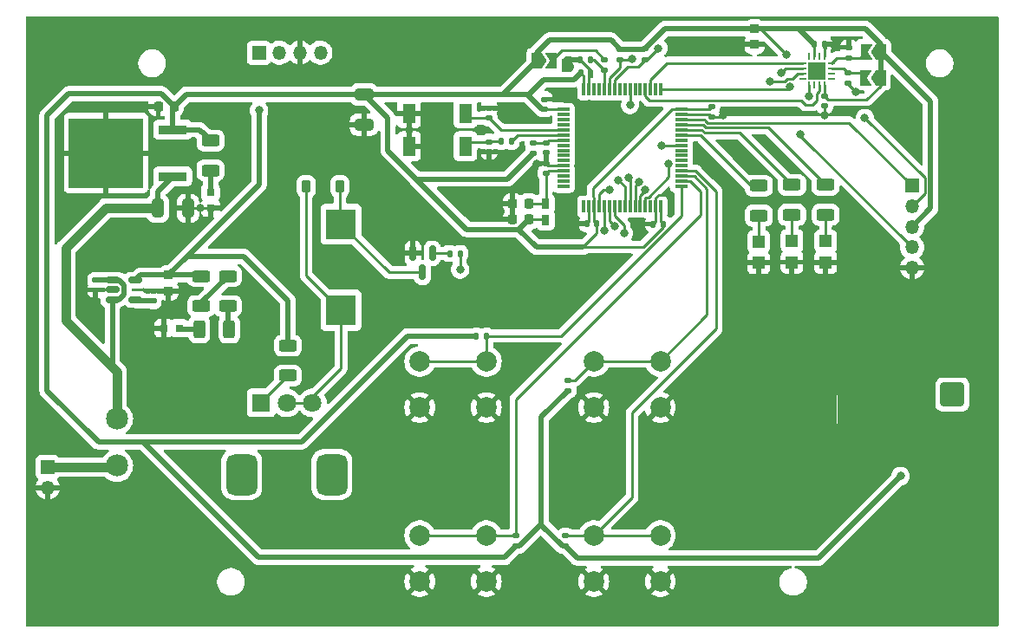
<source format=gbr>
%TF.GenerationSoftware,KiCad,Pcbnew,8.0.6*%
%TF.CreationDate,2025-03-01T18:05:20-05:00*%
%TF.ProjectId,receiver,72656365-6976-4657-922e-6b696361645f,rev?*%
%TF.SameCoordinates,Original*%
%TF.FileFunction,Copper,L1,Top*%
%TF.FilePolarity,Positive*%
%FSLAX46Y46*%
G04 Gerber Fmt 4.6, Leading zero omitted, Abs format (unit mm)*
G04 Created by KiCad (PCBNEW 8.0.6) date 2025-03-01 18:05:20*
%MOMM*%
%LPD*%
G01*
G04 APERTURE LIST*
G04 Aperture macros list*
%AMRoundRect*
0 Rectangle with rounded corners*
0 $1 Rounding radius*
0 $2 $3 $4 $5 $6 $7 $8 $9 X,Y pos of 4 corners*
0 Add a 4 corners polygon primitive as box body*
4,1,4,$2,$3,$4,$5,$6,$7,$8,$9,$2,$3,0*
0 Add four circle primitives for the rounded corners*
1,1,$1+$1,$2,$3*
1,1,$1+$1,$4,$5*
1,1,$1+$1,$6,$7*
1,1,$1+$1,$8,$9*
0 Add four rect primitives between the rounded corners*
20,1,$1+$1,$2,$3,$4,$5,0*
20,1,$1+$1,$4,$5,$6,$7,0*
20,1,$1+$1,$6,$7,$8,$9,0*
20,1,$1+$1,$8,$9,$2,$3,0*%
%AMFreePoly0*
4,1,6,1.000000,0.000000,0.500000,-0.750000,-0.500000,-0.750000,-0.500000,0.750000,0.500000,0.750000,1.000000,0.000000,1.000000,0.000000,$1*%
%AMFreePoly1*
4,1,6,0.500000,-0.750000,-0.650000,-0.750000,-0.150000,0.000000,-0.650000,0.750000,0.500000,0.750000,0.500000,-0.750000,0.500000,-0.750000,$1*%
G04 Aperture macros list end*
%TA.AperFunction,SMDPad,CuDef*%
%ADD10RoundRect,0.150000X-0.512500X-0.150000X0.512500X-0.150000X0.512500X0.150000X-0.512500X0.150000X0*%
%TD*%
%TA.AperFunction,SMDPad,CuDef*%
%ADD11RoundRect,0.225000X0.225000X0.250000X-0.225000X0.250000X-0.225000X-0.250000X0.225000X-0.250000X0*%
%TD*%
%TA.AperFunction,SMDPad,CuDef*%
%ADD12RoundRect,0.140000X0.170000X-0.140000X0.170000X0.140000X-0.170000X0.140000X-0.170000X-0.140000X0*%
%TD*%
%TA.AperFunction,SMDPad,CuDef*%
%ADD13R,0.711200X0.254000*%
%TD*%
%TA.AperFunction,SMDPad,CuDef*%
%ADD14R,0.254000X0.711200*%
%TD*%
%TA.AperFunction,SMDPad,CuDef*%
%ADD15R,1.676400X1.676400*%
%TD*%
%TA.AperFunction,SMDPad,CuDef*%
%ADD16R,0.800000X0.800000*%
%TD*%
%TA.AperFunction,SMDPad,CuDef*%
%ADD17RoundRect,0.140000X-0.170000X0.140000X-0.170000X-0.140000X0.170000X-0.140000X0.170000X0.140000X0*%
%TD*%
%TA.AperFunction,SMDPad,CuDef*%
%ADD18FreePoly0,0.000000*%
%TD*%
%TA.AperFunction,SMDPad,CuDef*%
%ADD19FreePoly1,0.000000*%
%TD*%
%TA.AperFunction,SMDPad,CuDef*%
%ADD20R,3.000000X3.000000*%
%TD*%
%TA.AperFunction,SMDPad,CuDef*%
%ADD21RoundRect,0.135000X-0.135000X-0.185000X0.135000X-0.185000X0.135000X0.185000X-0.135000X0.185000X0*%
%TD*%
%TA.AperFunction,ComponentPad*%
%ADD22R,1.350000X1.350000*%
%TD*%
%TA.AperFunction,ComponentPad*%
%ADD23O,1.350000X1.350000*%
%TD*%
%TA.AperFunction,SMDPad,CuDef*%
%ADD24RoundRect,0.140000X0.140000X0.170000X-0.140000X0.170000X-0.140000X-0.170000X0.140000X-0.170000X0*%
%TD*%
%TA.AperFunction,SMDPad,CuDef*%
%ADD25R,1.200000X1.200000*%
%TD*%
%TA.AperFunction,SMDPad,CuDef*%
%ADD26RoundRect,0.140000X-0.140000X-0.170000X0.140000X-0.170000X0.140000X0.170000X-0.140000X0.170000X0*%
%TD*%
%TA.AperFunction,SMDPad,CuDef*%
%ADD27RoundRect,0.135000X0.185000X-0.135000X0.185000X0.135000X-0.185000X0.135000X-0.185000X-0.135000X0*%
%TD*%
%TA.AperFunction,SMDPad,CuDef*%
%ADD28RoundRect,0.250000X-0.625000X0.312500X-0.625000X-0.312500X0.625000X-0.312500X0.625000X0.312500X0*%
%TD*%
%TA.AperFunction,SMDPad,CuDef*%
%ADD29RoundRect,0.250000X0.625000X-0.312500X0.625000X0.312500X-0.625000X0.312500X-0.625000X-0.312500X0*%
%TD*%
%TA.AperFunction,SMDPad,CuDef*%
%ADD30RoundRect,0.135000X-0.185000X0.135000X-0.185000X-0.135000X0.185000X-0.135000X0.185000X0.135000X0*%
%TD*%
%TA.AperFunction,SMDPad,CuDef*%
%ADD31RoundRect,0.250000X0.312500X0.625000X-0.312500X0.625000X-0.312500X-0.625000X0.312500X-0.625000X0*%
%TD*%
%TA.AperFunction,SMDPad,CuDef*%
%ADD32FreePoly0,180.000000*%
%TD*%
%TA.AperFunction,SMDPad,CuDef*%
%ADD33FreePoly1,180.000000*%
%TD*%
%TA.AperFunction,SMDPad,CuDef*%
%ADD34RoundRect,0.250000X-0.325000X-0.650000X0.325000X-0.650000X0.325000X0.650000X-0.325000X0.650000X0*%
%TD*%
%TA.AperFunction,SMDPad,CuDef*%
%ADD35RoundRect,0.225000X-0.225000X-0.375000X0.225000X-0.375000X0.225000X0.375000X-0.225000X0.375000X0*%
%TD*%
%TA.AperFunction,SMDPad,CuDef*%
%ADD36RoundRect,0.150000X-0.150000X0.587500X-0.150000X-0.587500X0.150000X-0.587500X0.150000X0.587500X0*%
%TD*%
%TA.AperFunction,SMDPad,CuDef*%
%ADD37R,1.193800X0.304800*%
%TD*%
%TA.AperFunction,SMDPad,CuDef*%
%ADD38R,0.304800X1.193800*%
%TD*%
%TA.AperFunction,SMDPad,CuDef*%
%ADD39RoundRect,0.225000X-0.250000X0.225000X-0.250000X-0.225000X0.250000X-0.225000X0.250000X0.225000X0*%
%TD*%
%TA.AperFunction,SMDPad,CuDef*%
%ADD40RoundRect,0.135000X0.135000X0.185000X-0.135000X0.185000X-0.135000X-0.185000X0.135000X-0.185000X0*%
%TD*%
%TA.AperFunction,ComponentPad*%
%ADD41RoundRect,0.200100X-0.949900X0.949900X-0.949900X-0.949900X0.949900X-0.949900X0.949900X0.949900X0*%
%TD*%
%TA.AperFunction,ComponentPad*%
%ADD42C,2.500000*%
%TD*%
%TA.AperFunction,SMDPad,CuDef*%
%ADD43RoundRect,0.250000X-0.650000X0.325000X-0.650000X-0.325000X0.650000X-0.325000X0.650000X0.325000X0*%
%TD*%
%TA.AperFunction,SMDPad,CuDef*%
%ADD44R,0.800000X1.000000*%
%TD*%
%TA.AperFunction,SMDPad,CuDef*%
%ADD45R,1.300000X1.900000*%
%TD*%
%TA.AperFunction,SMDPad,CuDef*%
%ADD46R,2.794000X0.939800*%
%TD*%
%TA.AperFunction,SMDPad,CuDef*%
%ADD47R,7.239000X6.832600*%
%TD*%
%TA.AperFunction,ComponentPad*%
%ADD48R,1.800000X1.800000*%
%TD*%
%TA.AperFunction,ComponentPad*%
%ADD49C,1.800000*%
%TD*%
%TA.AperFunction,ComponentPad*%
%ADD50RoundRect,0.750000X-0.750000X1.250000X-0.750000X-1.250000X0.750000X-1.250000X0.750000X1.250000X0*%
%TD*%
%TA.AperFunction,ComponentPad*%
%ADD51C,2.000000*%
%TD*%
%TA.AperFunction,ComponentPad*%
%ADD52C,2.159000*%
%TD*%
%TA.AperFunction,ViaPad*%
%ADD53C,0.800000*%
%TD*%
%TA.AperFunction,Conductor*%
%ADD54C,0.250000*%
%TD*%
%TA.AperFunction,Conductor*%
%ADD55C,0.500000*%
%TD*%
%TA.AperFunction,Conductor*%
%ADD56C,0.900000*%
%TD*%
G04 APERTURE END LIST*
D10*
%TO.P,U3,1,Vin*%
%TO.N,VCC*%
X108314821Y-98813395D03*
%TO.P,U3,2,GND*%
%TO.N,GND*%
X108314821Y-99763395D03*
%TO.P,U3,3,ON*%
%TO.N,VCC*%
X108314821Y-100713395D03*
%TO.P,U3,4,Noise*%
%TO.N,Net-(U3-Noise)*%
X110589821Y-100713395D03*
%TO.P,U3,5,Vout*%
%TO.N,+5V*%
X110589821Y-98813395D03*
%TD*%
D11*
%TO.P,STM_C9,1*%
%TO.N,+3.3V*%
X148955222Y-92914887D03*
%TO.P,STM_C9,2*%
%TO.N,GND*%
X147405222Y-92914887D03*
%TD*%
D12*
%TO.P,CSTL_C1,1*%
%TO.N,OSC_IN*%
X145117170Y-83006379D03*
%TO.P,CSTL_C1,2*%
%TO.N,GND*%
X145117170Y-82046379D03*
%TD*%
D13*
%TO.P,U4,1,INT*%
%TO.N,MLX_INT*%
X175719419Y-77623457D03*
%TO.P,U4,2,SENB/CS*%
%TO.N,+3.3V*%
X175719419Y-78123458D03*
%TO.P,U4,3,SCL/SCLK*%
%TO.N,I2C_SCL*%
X175719419Y-78623458D03*
%TO.P,U4,4,N/C*%
%TO.N,unconnected-(U4-N{slash}C-Pad4)*%
X175719419Y-79123459D03*
D14*
%TO.P,U4,5,SDA/MOSI*%
%TO.N,I2C_SDA*%
X176366418Y-79770458D03*
%TO.P,U4,6,MISO*%
%TO.N,unconnected-(U4-MISO-Pad6)*%
X176866419Y-79770458D03*
%TO.P,U4,7,INT/TRIG*%
%TO.N,MLX_INT{slash}TRIG*%
X177366419Y-79770458D03*
%TO.P,U4,8,VDD_IO*%
%TO.N,+3.3V*%
X177866420Y-79770458D03*
D13*
%TO.P,U4,9,N/C*%
%TO.N,unconnected-(U4-N{slash}C-Pad9)*%
X178513419Y-79123459D03*
%TO.P,U4,10,N/C*%
%TO.N,unconnected-(U4-N{slash}C-Pad10)*%
X178513419Y-78623458D03*
%TO.P,U4,11,A1*%
%TO.N,Net-(MLX_A1-B)*%
X178513419Y-78123458D03*
%TO.P,U4,12,A0*%
%TO.N,Net-(MLX_A0-B)*%
X178513419Y-77623457D03*
D14*
%TO.P,U4,13,VSS*%
%TO.N,GND*%
X177866420Y-76976458D03*
%TO.P,U4,14,N/C*%
%TO.N,unconnected-(U4-N{slash}C-Pad14)*%
X177366419Y-76976458D03*
%TO.P,U4,15,VDD*%
%TO.N,+3.3V*%
X176866419Y-76976458D03*
%TO.P,U4,16,N/C*%
%TO.N,unconnected-(U4-N{slash}C-Pad16)*%
X176366418Y-76976458D03*
D15*
%TO.P,U4,17,GND*%
%TO.N,GND*%
X177116419Y-78373458D03*
%TD*%
D16*
%TO.P,PWR_D2,1,K*%
%TO.N,GND*%
X113353128Y-103519171D03*
%TO.P,PWR_D2,2,A*%
%TO.N,Net-(PWR_D2-A)*%
X114853128Y-103519171D03*
%TD*%
D17*
%TO.P,PWR_C4,1*%
%TO.N,VCC*%
X106681187Y-98820277D03*
%TO.P,PWR_C4,2*%
%TO.N,GND*%
X106681187Y-99780277D03*
%TD*%
D18*
%TO.P,JP1,1,A*%
%TO.N,+3.3V*%
X149772192Y-77371319D03*
D19*
%TO.P,JP1,2,B*%
%TO.N,Net-(JP1-B)*%
X151222192Y-77371319D03*
%TD*%
D20*
%TO.P,BZ1,1,-*%
%TO.N,Net-(BUZ_D1-K)*%
X130649833Y-101763250D03*
%TO.P,BZ1,2,+*%
%TO.N,Net-(BUZ_D1-A)*%
X130649833Y-93363250D03*
%TD*%
D21*
%TO.P,BUT_R1,1*%
%TO.N,+3.3V*%
X143846547Y-104296696D03*
%TO.P,BUT_R1,2*%
%TO.N,PUSH_1*%
X144866547Y-104296696D03*
%TD*%
D17*
%TO.P,MLX_C1,1*%
%TO.N,+3.3V*%
X177869013Y-80844887D03*
%TO.P,MLX_C1,2*%
%TO.N,GND*%
X177869013Y-81804887D03*
%TD*%
D22*
%TO.P,PWR_J1,1,Pin_1*%
%TO.N,Net-(PWR_J1-Pin_1)*%
X101999565Y-117092575D03*
D23*
%TO.P,PWR_J1,2,Pin_2*%
%TO.N,GND*%
X101999565Y-119092575D03*
%TD*%
D24*
%TO.P,STM_C3,1*%
%TO.N,+3.3V*%
X155600749Y-93325498D03*
%TO.P,STM_C3,2*%
%TO.N,GND*%
X154640749Y-93325498D03*
%TD*%
D25*
%TO.P,D3,1,K*%
%TO.N,GND*%
X177972188Y-97094202D03*
%TO.P,D3,2,A*%
%TO.N,Net-(D3-A)*%
X177972188Y-94994202D03*
%TD*%
D24*
%TO.P,STM_C4,1*%
%TO.N,+3.3V*%
X162102231Y-93343763D03*
%TO.P,STM_C4,2*%
%TO.N,GND*%
X161142231Y-93343763D03*
%TD*%
D26*
%TO.P,STM_C1,1*%
%TO.N,+3.3V*%
X154049054Y-78594732D03*
%TO.P,STM_C1,2*%
%TO.N,GND*%
X155009054Y-78594732D03*
%TD*%
D27*
%TO.P,S_R1,1*%
%TO.N,+3.3V*%
X149419988Y-86415667D03*
%TO.P,S_R1,2*%
%TO.N,NRST*%
X149419988Y-85395667D03*
%TD*%
D11*
%TO.P,STM_C8,1*%
%TO.N,+3.3VA*%
X148964259Y-91320267D03*
%TO.P,STM_C8,2*%
%TO.N,GND*%
X147414259Y-91320267D03*
%TD*%
D28*
%TO.P,LED_R1,1*%
%TO.N,LED1*%
X171444382Y-89602577D03*
%TO.P,LED_R1,2*%
%TO.N,Net-(D1-A)*%
X171444382Y-92527577D03*
%TD*%
D12*
%TO.P,PWR_C5,1*%
%TO.N,Net-(U3-Noise)*%
X112305458Y-100875165D03*
%TO.P,PWR_C5,2*%
%TO.N,GND*%
X112305458Y-99915165D03*
%TD*%
D28*
%TO.P,PWR_R1,1*%
%TO.N,+3.3V*%
X117907483Y-85186988D03*
%TO.P,PWR_R1,2*%
%TO.N,Net-(PWR_D1-A)*%
X117907483Y-88111988D03*
%TD*%
D29*
%TO.P,BUZ_R1,1*%
%TO.N,Net-(BUZ_R1-Pad1)*%
X125456681Y-108147091D03*
%TO.P,BUZ_R1,2*%
%TO.N,+5V*%
X125456681Y-105222091D03*
%TD*%
D21*
%TO.P,S_R4,1*%
%TO.N,Net-(CSTL_C2-Pad1)*%
X146282778Y-85264942D03*
%TO.P,S_R4,2*%
%TO.N,OSC_OUT*%
X147302778Y-85264942D03*
%TD*%
D17*
%TO.P,S_C10,1*%
%TO.N,NRST*%
X150667053Y-85425431D03*
%TO.P,S_C10,2*%
%TO.N,GND*%
X150667053Y-86385431D03*
%TD*%
D30*
%TO.P,I2C_R2,1*%
%TO.N,+3.3V*%
X160300519Y-76238048D03*
%TO.P,I2C_R2,2*%
%TO.N,I2C_SCL*%
X160300519Y-77258048D03*
%TD*%
D31*
%TO.P,PWR_R4,1*%
%TO.N,Net-(PWR_R3-Pad2)*%
X119727314Y-103633713D03*
%TO.P,PWR_R4,2*%
%TO.N,Net-(PWR_D2-A)*%
X116802314Y-103633713D03*
%TD*%
D30*
%TO.P,STM_R2,1*%
%TO.N,Net-(JP1-B)*%
X156380150Y-77268722D03*
%TO.P,STM_R2,2*%
%TO.N,BOOT0*%
X156380150Y-78288722D03*
%TD*%
D22*
%TO.P,J3,1,GND*%
%TO.N,+5V*%
X122631959Y-76597438D03*
D23*
%TO.P,J3,2,VCC*%
%TO.N,I2C_SDA*%
X124631959Y-76597438D03*
%TO.P,J3,3,SDA*%
%TO.N,GND*%
X126631959Y-76597438D03*
%TO.P,J3,4,SCL*%
%TO.N,I2C_SCL*%
X128631959Y-76597438D03*
%TD*%
D27*
%TO.P,BUT_R4,1*%
%TO.N,+3.3V*%
X152560448Y-124807293D03*
%TO.P,BUT_R4,2*%
%TO.N,PUSH_4*%
X152560448Y-123787293D03*
%TD*%
D12*
%TO.P,S_C7,1*%
%TO.N,+3.3VA*%
X150669133Y-88387129D03*
%TO.P,S_C7,2*%
%TO.N,GND*%
X150669133Y-87427129D03*
%TD*%
D16*
%TO.P,PWR_D1,1,K*%
%TO.N,GND*%
X117911156Y-91756319D03*
%TO.P,PWR_D1,2,A*%
%TO.N,Net-(PWR_D1-A)*%
X117911156Y-90256319D03*
%TD*%
D32*
%TO.P,MLX_A0,1,A*%
%TO.N,+3.3V*%
X183353945Y-76507302D03*
D33*
%TO.P,MLX_A0,2,B*%
%TO.N,Net-(MLX_A0-B)*%
X181903945Y-76507302D03*
%TD*%
D28*
%TO.P,LED_R2,1*%
%TO.N,LED2*%
X174689472Y-89515365D03*
%TO.P,LED_R2,2*%
%TO.N,Net-(D2-A)*%
X174689472Y-92440365D03*
%TD*%
%TO.P,PWR_R3,1*%
%TO.N,Net-(PWR_R2-Pad2)*%
X119582044Y-98429514D03*
%TO.P,PWR_R3,2*%
%TO.N,Net-(PWR_R3-Pad2)*%
X119582044Y-101354514D03*
%TD*%
%TO.P,PWR_R2,1*%
%TO.N,+5V*%
X117004854Y-98429514D03*
%TO.P,PWR_R2,2*%
%TO.N,Net-(PWR_R2-Pad2)*%
X117004854Y-101354514D03*
%TD*%
D25*
%TO.P,D2,1,K*%
%TO.N,GND*%
X174686024Y-97071779D03*
%TO.P,D2,2,A*%
%TO.N,Net-(D2-A)*%
X174686024Y-94971779D03*
%TD*%
D28*
%TO.P,LED_R3,1*%
%TO.N,LED3*%
X177954400Y-89508603D03*
%TO.P,LED_R3,2*%
%TO.N,Net-(D3-A)*%
X177954400Y-92433603D03*
%TD*%
D30*
%TO.P,I2C_R1,1*%
%TO.N,+3.3V*%
X157918528Y-76270201D03*
%TO.P,I2C_R1,2*%
%TO.N,I2C_SDA*%
X157918528Y-77290201D03*
%TD*%
D27*
%TO.P,BUT_R3,1*%
%TO.N,+3.3V*%
X152800916Y-109605109D03*
%TO.P,BUT_R3,2*%
%TO.N,PUSH_3*%
X152800916Y-108585109D03*
%TD*%
D34*
%TO.P,PWR_C1,1*%
%TO.N,VCC*%
X112760277Y-91797018D03*
%TO.P,PWR_C1,2*%
%TO.N,GND*%
X115710277Y-91797018D03*
%TD*%
D35*
%TO.P,BUZ_D1,1,K*%
%TO.N,Net-(BUZ_D1-K)*%
X127237611Y-89681145D03*
%TO.P,BUZ_D1,2,A*%
%TO.N,Net-(BUZ_D1-A)*%
X130537611Y-89681145D03*
%TD*%
D12*
%TO.P,S_C2,1*%
%TO.N,+3.3V*%
X150483023Y-82114002D03*
%TO.P,S_C2,2*%
%TO.N,GND*%
X150483023Y-81154002D03*
%TD*%
D36*
%TO.P,Q1,1,C*%
%TO.N,Net-(BUZ_D1-A)*%
X138611808Y-98070991D03*
%TO.P,Q1,2,B*%
%TO.N,Net-(Q1-B)*%
X139561808Y-96195991D03*
%TO.P,Q1,3,E*%
%TO.N,GND*%
X137661808Y-96195991D03*
%TD*%
D32*
%TO.P,MLX_A1,1,A*%
%TO.N,+3.3V*%
X183336005Y-79047302D03*
D33*
%TO.P,MLX_A1,2,B*%
%TO.N,Net-(MLX_A1-B)*%
X181886005Y-79047302D03*
%TD*%
D22*
%TO.P,J2,1,Pin_1*%
%TO.N,SYS_SWDIO*%
X186415391Y-89603771D03*
D23*
%TO.P,J2,2,Pin_2*%
%TO.N,SYS_SWCLK*%
X186415391Y-91603771D03*
%TO.P,J2,3,Pin_3*%
%TO.N,+3.3V*%
X186415391Y-93603771D03*
%TO.P,J2,4,Pin_4*%
%TO.N,SYS_TRACESWO*%
X186415391Y-95603771D03*
%TO.P,J2,5,Pin_5*%
%TO.N,GND*%
X186415391Y-97603771D03*
%TD*%
D27*
%TO.P,MLX_R1,1*%
%TO.N,Net-(MLX_A0-B)*%
X180226624Y-77094622D03*
%TO.P,MLX_R1,2*%
%TO.N,GND*%
X180226624Y-76074622D03*
%TD*%
D37*
%TO.P,U1,1,VBAT*%
%TO.N,+3.3V*%
X152366799Y-82147422D03*
%TO.P,U1,2,PC13*%
%TO.N,unconnected-(U1-PC13-Pad2)*%
X152366799Y-82647421D03*
%TO.P,U1,3,PC14*%
%TO.N,unconnected-(U1-PC14-Pad3)*%
X152366799Y-83147422D03*
%TO.P,U1,4,PC15*%
%TO.N,unconnected-(U1-PC15-Pad4)*%
X152366799Y-83647421D03*
%TO.P,U1,5,PD0*%
%TO.N,OSC_IN*%
X152366799Y-84147423D03*
%TO.P,U1,6,PD1*%
%TO.N,OSC_OUT*%
X152366799Y-84647422D03*
%TO.P,U1,7,NRST*%
%TO.N,NRST*%
X152366799Y-85147421D03*
%TO.P,U1,8,PC0*%
%TO.N,unconnected-(U1-PC0-Pad8)*%
X152366799Y-85647422D03*
%TO.P,U1,9,PC1*%
%TO.N,unconnected-(U1-PC1-Pad9)*%
X152366799Y-86147422D03*
%TO.P,U1,10,PC2*%
%TO.N,unconnected-(U1-PC2-Pad10)*%
X152366799Y-86647423D03*
%TO.P,U1,11,PC3*%
%TO.N,unconnected-(U1-PC3-Pad11)*%
X152366799Y-87147422D03*
%TO.P,U1,12,VSSA*%
%TO.N,GND*%
X152366799Y-87647421D03*
%TO.P,U1,13,VDDA*%
%TO.N,+3.3VA*%
X152366799Y-88147423D03*
%TO.P,U1,14,PA0*%
%TO.N,unconnected-(U1-PA0-Pad14)*%
X152366799Y-88647422D03*
%TO.P,U1,15,PA1*%
%TO.N,unconnected-(U1-PA1-Pad15)*%
X152366799Y-89147423D03*
%TO.P,U1,16,PA2*%
%TO.N,unconnected-(U1-PA2-Pad16)*%
X152366799Y-89647422D03*
D38*
%TO.P,U1,17,PA3*%
%TO.N,unconnected-(U1-PA3-Pad17)*%
X154366798Y-91647421D03*
%TO.P,U1,18,VSS*%
%TO.N,GND*%
X154866797Y-91647421D03*
%TO.P,U1,19,VDD*%
%TO.N,+3.3V*%
X155366798Y-91647421D03*
%TO.P,U1,20,PA4*%
%TO.N,SPI_RFM_CS*%
X155866797Y-91647421D03*
%TO.P,U1,21,PA5*%
%TO.N,SPI_SCK*%
X156366799Y-91647421D03*
%TO.P,U1,22,PA6*%
%TO.N,SPI_MISO*%
X156866798Y-91647421D03*
%TO.P,U1,23,PA7*%
%TO.N,SPI_MOSI*%
X157366797Y-91647421D03*
%TO.P,U1,24,PC4*%
%TO.N,unconnected-(U1-PC4-Pad24)*%
X157866798Y-91647421D03*
%TO.P,U1,25,PC5*%
%TO.N,RFM_SDN*%
X158366798Y-91647421D03*
%TO.P,U1,26,PB0*%
%TO.N,RFM_GPIO1*%
X158866799Y-91647421D03*
%TO.P,U1,27,PB1*%
%TO.N,RFM_GPIO2*%
X159366798Y-91647421D03*
%TO.P,U1,28,PB2*%
%TO.N,RFM_GPIO3*%
X159866797Y-91647421D03*
%TO.P,U1,29,PB10*%
%TO.N,RFM_NIRQ*%
X160366799Y-91647421D03*
%TO.P,U1,30,PB11*%
%TO.N,unconnected-(U1-PB11-Pad30)*%
X160866798Y-91647421D03*
%TO.P,U1,31,VSS*%
%TO.N,GND*%
X161366799Y-91647421D03*
%TO.P,U1,32,VDD*%
%TO.N,+3.3V*%
X161866798Y-91647421D03*
D37*
%TO.P,U1,33,PB12*%
%TO.N,PUSH_1*%
X163866797Y-89647422D03*
%TO.P,U1,34,PB13*%
%TO.N,PUSH_2*%
X163866797Y-89147423D03*
%TO.P,U1,35,PB14*%
%TO.N,PUSH_3*%
X163866797Y-88647422D03*
%TO.P,U1,36,PB15*%
%TO.N,PUSH_4*%
X163866797Y-88147423D03*
%TO.P,U1,37,PC6*%
%TO.N,unconnected-(U1-PC6-Pad37)*%
X163866797Y-87647421D03*
%TO.P,U1,38,PC7*%
%TO.N,unconnected-(U1-PC7-Pad38)*%
X163866797Y-87147422D03*
%TO.P,U1,39,PC8*%
%TO.N,unconnected-(U1-PC8-Pad39)*%
X163866797Y-86647423D03*
%TO.P,U1,40,PC9*%
%TO.N,unconnected-(U1-PC9-Pad40)*%
X163866797Y-86147422D03*
%TO.P,U1,41,PA8*%
%TO.N,BUZZER*%
X163866797Y-85647422D03*
%TO.P,U1,42,PA9*%
%TO.N,unconnected-(U1-PA9-Pad42)*%
X163866797Y-85147421D03*
%TO.P,U1,43,PA10*%
%TO.N,LED1*%
X163866797Y-84647422D03*
%TO.P,U1,44,PA11*%
%TO.N,LED2*%
X163866797Y-84147423D03*
%TO.P,U1,45,PA12*%
%TO.N,LED3*%
X163866797Y-83647421D03*
%TO.P,U1,46,PA13*%
%TO.N,SYS_SWDIO*%
X163866797Y-83147422D03*
%TO.P,U1,47,VSS*%
%TO.N,GND*%
X163866797Y-82647421D03*
%TO.P,U1,48,VDD*%
%TO.N,+3.3V*%
X163866797Y-82147422D03*
D38*
%TO.P,U1,49,PA14*%
%TO.N,SYS_SWCLK*%
X161866798Y-80147423D03*
%TO.P,U1,50,PA15*%
%TO.N,unconnected-(U1-PA15-Pad50)*%
X161366799Y-80147423D03*
%TO.P,U1,51,PC10*%
%TO.N,MLX_INT*%
X160866798Y-80147423D03*
%TO.P,U1,52,PC11*%
%TO.N,MLX_INT{slash}TRIG*%
X160366799Y-80147423D03*
%TO.P,U1,53,PC12*%
%TO.N,unconnected-(U1-PC12-Pad53)*%
X159866797Y-80147423D03*
%TO.P,U1,54,PD2*%
%TO.N,unconnected-(U1-PD2-Pad54)*%
X159366798Y-80147423D03*
%TO.P,U1,55,PB3*%
%TO.N,SYS_TRACESWO*%
X158866799Y-80147423D03*
%TO.P,U1,56,PB4*%
%TO.N,unconnected-(U1-PB4-Pad56)*%
X158366798Y-80147423D03*
%TO.P,U1,57,PB5*%
%TO.N,unconnected-(U1-PB5-Pad57)*%
X157866798Y-80147423D03*
%TO.P,U1,58,PB6*%
%TO.N,I2C_SCL*%
X157366797Y-80147423D03*
%TO.P,U1,59,PB7*%
%TO.N,I2C_SDA*%
X156866798Y-80147423D03*
%TO.P,U1,60,BOOT0*%
%TO.N,BOOT0*%
X156366799Y-80147423D03*
%TO.P,U1,61,PB8*%
%TO.N,unconnected-(U1-PB8-Pad61)*%
X155866797Y-80147423D03*
%TO.P,U1,62,PB9*%
%TO.N,unconnected-(U1-PB9-Pad62)*%
X155366798Y-80147423D03*
%TO.P,U1,63,VSS*%
%TO.N,GND*%
X154866797Y-80147423D03*
%TO.P,U1,64,VDD*%
%TO.N,+3.3V*%
X154366798Y-80147423D03*
%TD*%
D39*
%TO.P,MLX_C3,1*%
%TO.N,+3.3V*%
X171019801Y-74252401D03*
%TO.P,MLX_C3,2*%
%TO.N,GND*%
X171019801Y-75802401D03*
%TD*%
D40*
%TO.P,STM_R3,1*%
%TO.N,BOOT0*%
X155020958Y-77284395D03*
%TO.P,STM_R3,2*%
%TO.N,GND*%
X154000958Y-77284395D03*
%TD*%
D30*
%TO.P,MLX_R2,1*%
%TO.N,Net-(MLX_A1-B)*%
X180177236Y-78582262D03*
%TO.P,MLX_R2,2*%
%TO.N,GND*%
X180177236Y-79602262D03*
%TD*%
D41*
%TO.P,J1,1,In*%
%TO.N,/Capteurs/ANT*%
X190338188Y-109992891D03*
D42*
%TO.P,J1,2,Ext*%
%TO.N,GND*%
X192878188Y-107452891D03*
X187798188Y-107452891D03*
X192878188Y-112532891D03*
X187798188Y-112532891D03*
%TD*%
D39*
%TO.P,PWR_C3,1*%
%TO.N,+5V*%
X113810283Y-98334129D03*
%TO.P,PWR_C3,2*%
%TO.N,GND*%
X113810283Y-99884129D03*
%TD*%
D25*
%TO.P,D1,1,K*%
%TO.N,GND*%
X171434291Y-97144398D03*
%TO.P,D1,2,A*%
%TO.N,Net-(D1-A)*%
X171434291Y-95044398D03*
%TD*%
D11*
%TO.P,PWR_C2,1*%
%TO.N,+3.3V*%
X114349877Y-81846789D03*
%TO.P,PWR_C2,2*%
%TO.N,GND*%
X112799877Y-81846789D03*
%TD*%
D26*
%TO.P,MLX_C2,1*%
%TO.N,+3.3V*%
X176881766Y-75807249D03*
%TO.P,MLX_C2,2*%
%TO.N,GND*%
X177841766Y-75807249D03*
%TD*%
D17*
%TO.P,CSTL_C2,1*%
%TO.N,Net-(CSTL_C2-Pad1)*%
X145125495Y-85313305D03*
%TO.P,CSTL_C2,2*%
%TO.N,GND*%
X145125495Y-86273305D03*
%TD*%
D43*
%TO.P,STM_C6,1*%
%TO.N,+3.3V*%
X132899705Y-80685496D03*
%TO.P,STM_C6,2*%
%TO.N,GND*%
X132899705Y-83635496D03*
%TD*%
D17*
%TO.P,STM_C5,1*%
%TO.N,+3.3V*%
X166840406Y-81899607D03*
%TO.P,STM_C5,2*%
%TO.N,GND*%
X166840406Y-82859607D03*
%TD*%
D44*
%TO.P,FB1,1*%
%TO.N,+3.3V*%
X150600285Y-92956192D03*
%TO.P,FB1,2*%
%TO.N,+3.3VA*%
X150600285Y-91356192D03*
%TD*%
D45*
%TO.P,Y1,1,1*%
%TO.N,OSC_IN*%
X142795495Y-82532278D03*
%TO.P,Y1,2,2*%
%TO.N,GND*%
X137295495Y-82532278D03*
%TO.P,Y1,3,3*%
%TO.N,Net-(CSTL_C2-Pad1)*%
X142795495Y-85732278D03*
%TO.P,Y1,4,4*%
%TO.N,GND*%
X137295495Y-85732278D03*
%TD*%
D40*
%TO.P,BUZ_R2,1*%
%TO.N,BUZZER*%
X142276008Y-96224213D03*
%TO.P,BUZ_R2,2*%
%TO.N,Net-(Q1-B)*%
X141256008Y-96224213D03*
%TD*%
D27*
%TO.P,BUT_R2,1*%
%TO.N,+3.3V*%
X147720677Y-124807293D03*
%TO.P,BUT_R2,2*%
%TO.N,PUSH_2*%
X147720677Y-123787293D03*
%TD*%
D46*
%TO.P,U2,1,VIN*%
%TO.N,VCC*%
X114208585Y-88696382D03*
D47*
%TO.P,U2,2,GND*%
%TO.N,GND*%
X107693485Y-86406381D03*
D46*
%TO.P,U2,3,VOUT*%
%TO.N,+3.3V*%
X114208585Y-84116380D03*
%TD*%
D48*
%TO.P,RV1,1,1*%
%TO.N,Net-(BUZ_R1-Pad1)*%
X122855079Y-110819387D03*
D49*
%TO.P,RV1,2,2*%
%TO.N,Net-(BUZ_D1-K)*%
X125355079Y-110819387D03*
%TO.P,RV1,3,3*%
X127855079Y-110819387D03*
D50*
%TO.P,RV1,MP*%
%TO.N,N/C*%
X129755079Y-117819387D03*
X120955079Y-117819387D03*
%TD*%
D51*
%TO.P,SW3,1,1*%
%TO.N,PUSH_3*%
X161834957Y-106771352D03*
X155334957Y-106771352D03*
%TO.P,SW3,2,2*%
%TO.N,GND*%
X161834957Y-111271352D03*
X155334957Y-111271352D03*
%TD*%
%TO.P,SW1,1,1*%
%TO.N,PUSH_1*%
X144834957Y-106771352D03*
X138334957Y-106771352D03*
%TO.P,SW1,2,2*%
%TO.N,GND*%
X144834957Y-111271352D03*
X138334957Y-111271352D03*
%TD*%
%TO.P,SW4,1,1*%
%TO.N,PUSH_4*%
X161834957Y-123771352D03*
X155334957Y-123771352D03*
%TO.P,SW4,2,2*%
%TO.N,GND*%
X161834957Y-128271352D03*
X155334957Y-128271352D03*
%TD*%
%TO.P,SW2,1,1*%
%TO.N,PUSH_2*%
X144834957Y-123771352D03*
X138334957Y-123771352D03*
%TO.P,SW2,2,2*%
%TO.N,GND*%
X144834957Y-128271352D03*
X138334957Y-128271352D03*
%TD*%
D52*
%TO.P,SW5,1,A*%
%TO.N,VCC*%
X108760540Y-112361013D03*
%TO.P,SW5,2,B*%
%TO.N,Net-(PWR_J1-Pin_1)*%
X108760540Y-116961014D03*
%TD*%
D53*
%TO.N,GND*%
X109650359Y-86311104D03*
X107801444Y-86311104D03*
X107832005Y-84416349D03*
X105860848Y-86418066D03*
X107877846Y-88083617D03*
X177165933Y-78353737D03*
X145153352Y-87577745D03*
X180054268Y-108247554D03*
X151947561Y-80807730D03*
X105891461Y-84468777D03*
X109650883Y-88070828D03*
X190497889Y-104974600D03*
X191611040Y-114973900D03*
X192476448Y-104974600D03*
X116908249Y-91776694D03*
X162795432Y-90465679D03*
X113747482Y-101674964D03*
X152798446Y-77640184D03*
X185506961Y-104974600D03*
X152948744Y-93365246D03*
X187684545Y-114973900D03*
X105926433Y-88053342D03*
X180054268Y-111454807D03*
X182225160Y-104974600D03*
X193589599Y-114973900D03*
X105185430Y-99829869D03*
X190655741Y-114973900D03*
X180054268Y-104979270D03*
X174692612Y-98552224D03*
X146510751Y-82079389D03*
X180054268Y-114513440D03*
X109598426Y-84381349D03*
X181119575Y-104974600D03*
X188549953Y-104974600D03*
X171428529Y-98496269D03*
X189542590Y-104974600D03*
X137309136Y-84159221D03*
X193518691Y-104974600D03*
X136417611Y-96206117D03*
X167992494Y-82732435D03*
X185514527Y-114973900D03*
X188707805Y-114973900D03*
X184480457Y-114973900D03*
X187594654Y-104974600D03*
X167185894Y-107837632D03*
X180054268Y-107145109D03*
X180054268Y-110394858D03*
X180054268Y-112449066D03*
X184401376Y-104974600D03*
X183289593Y-104974600D03*
X177869526Y-82706395D03*
X149747447Y-87438800D03*
X169085396Y-75813742D03*
X146058684Y-92082389D03*
X191521149Y-104974600D03*
X177966020Y-98524246D03*
X192634300Y-114973900D03*
X178788247Y-75835172D03*
X186620112Y-114973900D03*
X180054268Y-113430624D03*
X189663104Y-114973900D03*
X180054268Y-106042665D03*
X180054268Y-109298775D03*
X180879374Y-80413610D03*
X132922122Y-85265965D03*
X186571394Y-104974600D03*
%TO.N,+3.3V*%
X174156531Y-76786052D03*
X173627098Y-78554493D03*
X185273867Y-117971299D03*
%TO.N,BUZZER*%
X142286589Y-97778732D03*
X161955360Y-85684709D03*
%TO.N,I2C_SDA*%
X159110483Y-77192994D03*
X176362567Y-80895588D03*
%TO.N,I2C_SCL*%
X161614484Y-76171461D03*
X172539990Y-79422423D03*
%TO.N,SYS_SWCLK*%
X181798701Y-83002161D03*
X174505161Y-79896163D03*
%TO.N,SYS_TRACESWO*%
X175534422Y-84610894D03*
X158872150Y-81702057D03*
%TO.N,+5V*%
X122643006Y-82246359D03*
%TO.N,SPI_SCK*%
X156374038Y-94014085D03*
%TO.N,SPI_MOSI*%
X158267007Y-94251488D03*
%TO.N,SPI_MISO*%
X157367378Y-93564271D03*
%TO.N,RFM_NIRQ*%
X162641298Y-87461128D03*
%TO.N,SPI_RFM_CS*%
X156896404Y-89973420D03*
%TO.N,RFM_GPIO2*%
X159704359Y-89257016D03*
%TO.N,RFM_GPIO3*%
X160372884Y-90000709D03*
%TO.N,RFM_SDN*%
X157749142Y-89064176D03*
%TO.N,RFM_GPIO1*%
X158757451Y-88842409D03*
%TD*%
D54*
%TO.N,GND*%
X163866797Y-82647421D02*
X166628220Y-82647421D01*
X117890781Y-91776694D02*
X117911156Y-91756319D01*
X161659240Y-90465679D02*
X162795432Y-90465679D01*
X116887925Y-91797018D02*
X116908249Y-91776694D01*
X161366799Y-90758120D02*
X161659240Y-90465679D01*
X153977251Y-77260688D02*
X154000958Y-77284395D01*
X154601001Y-93365246D02*
X154640749Y-93325498D01*
X171428529Y-97150160D02*
X171434291Y-97144398D01*
X154866797Y-91647421D02*
X154866797Y-93099450D01*
X154866797Y-78736989D02*
X155009054Y-78594732D01*
X177116419Y-78373458D02*
X177818419Y-77671458D01*
X177966020Y-97100370D02*
X177972188Y-97094202D01*
X113353128Y-103519171D02*
X113353128Y-103780244D01*
X137309136Y-85718637D02*
X137295495Y-85732278D01*
X150889425Y-87647421D02*
X150669133Y-87427129D01*
X153973795Y-77311558D02*
X154000958Y-77284395D01*
X155009054Y-78292491D02*
X154000958Y-77284395D01*
D55*
X108297939Y-99780277D02*
X108314821Y-99763395D01*
D54*
X161366799Y-91647421D02*
X161366799Y-90758120D01*
X161142231Y-93343763D02*
X161366799Y-93119195D01*
X177866420Y-76976458D02*
X177866420Y-75831903D01*
X167865322Y-82859607D02*
X167992494Y-82732435D01*
X150657462Y-87438800D02*
X150669133Y-87427129D01*
X177869013Y-81804887D02*
X177869013Y-82705882D01*
X177866420Y-75831903D02*
X177841766Y-75807249D01*
X137295495Y-84145580D02*
X137309136Y-84159221D01*
X174692612Y-97078367D02*
X174686024Y-97071779D01*
D55*
X113779247Y-99915165D02*
X113810283Y-99884129D01*
D54*
X154866797Y-93099450D02*
X154640749Y-93325498D01*
X180177236Y-79711472D02*
X180879374Y-80413610D01*
X115710277Y-91797018D02*
X116887925Y-91797018D01*
X154866797Y-80147423D02*
X154866797Y-78736989D01*
X149747447Y-87438800D02*
X150657462Y-87438800D01*
X178760324Y-75807249D02*
X178788247Y-75835172D01*
X161366799Y-93119195D02*
X161366799Y-91647421D01*
X116908249Y-91776694D02*
X117890781Y-91776694D01*
X180177236Y-79602262D02*
X180177236Y-79711472D01*
X152366799Y-87647421D02*
X150889425Y-87647421D01*
X166628220Y-82647421D02*
X166840406Y-82859607D01*
X155009054Y-78594732D02*
X155009054Y-78292491D01*
X150669133Y-86387511D02*
X150667053Y-86385431D01*
X166840406Y-82859607D02*
X167865322Y-82859607D01*
X137651682Y-96206117D02*
X137661808Y-96195991D01*
X177869013Y-82705882D02*
X177869526Y-82706395D01*
%TO.N,PUSH_1*%
X144834957Y-106771352D02*
X138334957Y-106771352D01*
X144866547Y-106739762D02*
X144834957Y-106771352D01*
X144866547Y-104296696D02*
X144866547Y-106739762D01*
X163866797Y-92550687D02*
X152120788Y-104296696D01*
X152120788Y-104296696D02*
X144866547Y-104296696D01*
X163866797Y-89647422D02*
X163866797Y-92550687D01*
%TO.N,PUSH_2*%
X164766098Y-89147423D02*
X165769796Y-90151121D01*
X165769796Y-90151121D02*
X165769796Y-92431886D01*
X165769796Y-92431886D02*
X147720677Y-110481005D01*
X144834957Y-123771352D02*
X138334957Y-123771352D01*
X147720677Y-110481005D02*
X147720677Y-123787293D01*
X163866797Y-89147423D02*
X164766098Y-89147423D01*
X147720677Y-123787293D02*
X144850898Y-123787293D01*
X144850898Y-123787293D02*
X144834957Y-123771352D01*
%TO.N,PUSH_3*%
X165124087Y-88647422D02*
X166380698Y-89904033D01*
X166380698Y-89904033D02*
X166380698Y-102225611D01*
X163866797Y-88647422D02*
X165124087Y-88647422D01*
X153521200Y-108585109D02*
X155334957Y-106771352D01*
X166380698Y-102225611D02*
X161834957Y-106771352D01*
X152800916Y-108585109D02*
X153521200Y-108585109D01*
X161834957Y-106771352D02*
X155334957Y-106771352D01*
%TO.N,PUSH_4*%
X155334957Y-123771352D02*
X159069373Y-120036936D01*
X159069373Y-120036936D02*
X159069373Y-111793686D01*
X167277034Y-103586025D02*
X167277034Y-90171044D01*
X155319016Y-123787293D02*
X155334957Y-123771352D01*
X152560448Y-123787293D02*
X155319016Y-123787293D01*
X159069373Y-111793686D02*
X167277034Y-103586025D01*
X165387035Y-88281044D02*
X165253414Y-88147423D01*
X166565023Y-89459033D02*
X165387035Y-88281044D01*
X165253414Y-88147423D02*
X163866797Y-88147423D01*
X155334957Y-123771352D02*
X161834957Y-123771352D01*
X167277034Y-90171044D02*
X166565023Y-89459033D01*
%TO.N,+3.3V*%
X155260285Y-89854633D02*
X155260285Y-90644379D01*
D55*
X115511170Y-80685496D02*
X114349877Y-81846789D01*
X150207941Y-122731408D02*
X152283826Y-124807293D01*
X114208585Y-81988081D02*
X114349877Y-81846789D01*
X113106178Y-80603090D02*
X104065992Y-80603090D01*
X111328411Y-114629079D02*
X126780002Y-114629079D01*
X150432489Y-79216735D02*
X153427051Y-79216735D01*
D54*
X155600749Y-93325498D02*
X155600749Y-94255775D01*
X155260285Y-90644379D02*
X155366798Y-90750892D01*
D55*
X149772192Y-77371319D02*
X146458015Y-80685496D01*
X149772192Y-76616319D02*
X149772192Y-77371319D01*
X186415391Y-93603771D02*
X188221964Y-91797198D01*
X181854044Y-74252401D02*
X183353945Y-75752302D01*
X188221964Y-91797198D02*
X188221964Y-81375321D01*
X148000793Y-93869316D02*
X149719503Y-95588026D01*
X150207941Y-122640028D02*
X148040676Y-124807293D01*
D54*
X148955222Y-92914887D02*
X150558980Y-92914887D01*
X162967496Y-82147422D02*
X155260285Y-89854633D01*
X155366798Y-90750892D02*
X155366798Y-91647421D01*
X160167967Y-95588026D02*
X154268498Y-95588026D01*
D55*
X146458015Y-80685496D02*
X146440325Y-80685496D01*
D54*
X173627098Y-78554493D02*
X174058133Y-78123458D01*
X161866798Y-93108330D02*
X162102231Y-93343763D01*
D55*
X132899705Y-80685496D02*
X135227581Y-83013372D01*
D54*
X155600749Y-94255775D02*
X154268498Y-95588026D01*
D55*
X116836875Y-84116380D02*
X117907483Y-85186988D01*
X114208585Y-84116380D02*
X114208585Y-81988081D01*
X157021312Y-75372985D02*
X151015526Y-75372985D01*
X153730244Y-125977089D02*
X152560448Y-124807293D01*
D54*
X174156531Y-76786052D02*
X171622880Y-74252401D01*
D55*
X137112385Y-104296696D02*
X143846547Y-104296696D01*
D54*
X155366798Y-93091547D02*
X155366798Y-91647421D01*
X177866420Y-80842294D02*
X177869013Y-80844887D01*
D55*
X142932533Y-93869316D02*
X148000793Y-93869316D01*
D54*
X150483023Y-82114002D02*
X152333379Y-82114002D01*
D55*
X157918528Y-76270201D02*
X157021312Y-75372985D01*
X114208585Y-84116380D02*
X116836875Y-84116380D01*
X150207941Y-112198084D02*
X150207941Y-122640028D01*
X175326918Y-74252401D02*
X176881766Y-75807249D01*
X126780002Y-114629079D02*
X137112385Y-104296696D01*
X122608296Y-125908964D02*
X146619006Y-125908964D01*
X183336005Y-76525242D02*
X183353945Y-76507302D01*
X117048359Y-84327864D02*
X117907483Y-85186988D01*
X171019801Y-74252401D02*
X175326918Y-74252401D01*
X148866251Y-80685496D02*
X150294757Y-82114002D01*
X175326918Y-74252401D02*
X181854044Y-74252401D01*
X149419988Y-86415667D02*
X146892484Y-88943171D01*
X153427051Y-79216735D02*
X154049054Y-78594732D01*
X177268077Y-125977089D02*
X153730244Y-125977089D01*
D54*
X177869013Y-80844887D02*
X178218496Y-81194370D01*
D55*
X148000793Y-93869316D02*
X148955222Y-92914887D01*
D54*
X183336005Y-79802302D02*
X183336005Y-79047302D01*
D55*
X138006388Y-88943171D02*
X142932533Y-93869316D01*
D54*
X176866419Y-75822596D02*
X176881766Y-75807249D01*
X162102231Y-93653762D02*
X160167967Y-95588026D01*
D55*
X114349877Y-81846789D02*
X113106178Y-80603090D01*
D54*
X166592591Y-82147422D02*
X166840406Y-81899607D01*
X162102231Y-93343763D02*
X162102231Y-93653762D01*
X163866797Y-82147422D02*
X166592591Y-82147422D01*
D55*
X188221964Y-81375321D02*
X183353945Y-76507302D01*
D54*
X163866797Y-82147422D02*
X162967496Y-82147422D01*
D55*
X152800916Y-109605109D02*
X150207941Y-112198084D01*
X146892484Y-88943171D02*
X138006388Y-88943171D01*
D54*
X155600749Y-93325498D02*
X155366798Y-93091547D01*
X161866798Y-91647421D02*
X161866798Y-93108330D01*
X152333379Y-82114002D02*
X152366799Y-82147422D01*
D55*
X148963728Y-80685496D02*
X150432489Y-79216735D01*
X162286166Y-74252401D02*
X171019801Y-74252401D01*
X135227581Y-83013372D02*
X135227581Y-86164364D01*
X132899705Y-80685496D02*
X146440325Y-80685496D01*
X104065992Y-80603090D02*
X101938385Y-82730697D01*
X185273867Y-117971299D02*
X177268077Y-125977089D01*
D54*
X176866419Y-76976458D02*
X176866419Y-75822596D01*
D55*
X160268366Y-76270201D02*
X160300519Y-76238048D01*
D54*
X150558980Y-92914887D02*
X150600285Y-92956192D01*
D55*
X146440325Y-80685496D02*
X148866251Y-80685496D01*
X146619006Y-125908964D02*
X147720677Y-124807293D01*
D54*
X154366798Y-78912476D02*
X154049054Y-78594732D01*
D55*
X106960546Y-114629079D02*
X111328411Y-114629079D01*
D54*
X181943937Y-81194370D02*
X183336005Y-79802302D01*
D55*
X160300519Y-76238048D02*
X162286166Y-74252401D01*
D54*
X174058133Y-78123458D02*
X175719419Y-78123458D01*
D55*
X135227581Y-86164364D02*
X138006388Y-88943171D01*
X111328411Y-114629079D02*
X122608296Y-125908964D01*
X183353945Y-75752302D02*
X183353945Y-76507302D01*
D54*
X178218496Y-81194370D02*
X181943937Y-81194370D01*
D55*
X149719503Y-95588026D02*
X154268498Y-95588026D01*
X150207941Y-122640028D02*
X150207941Y-122731408D01*
D54*
X154366798Y-80147423D02*
X154366798Y-78912476D01*
D55*
X150294757Y-82114002D02*
X150483023Y-82114002D01*
X148866251Y-80685496D02*
X148963728Y-80685496D01*
X157918528Y-76270201D02*
X160268366Y-76270201D01*
X101938385Y-82730697D02*
X101938385Y-109606918D01*
X152283826Y-124807293D02*
X152560448Y-124807293D01*
X132899705Y-80685496D02*
X115511170Y-80685496D01*
X148040676Y-124807293D02*
X147720677Y-124807293D01*
X183336005Y-79047302D02*
X183336005Y-76525242D01*
D54*
X177866420Y-79770458D02*
X177866420Y-80842294D01*
D55*
X101938385Y-109606918D02*
X106960546Y-114629079D01*
D54*
X171622880Y-74252401D02*
X171019801Y-74252401D01*
D55*
X151015526Y-75372985D02*
X149772192Y-76616319D01*
D54*
%TO.N,Net-(BUZ_D1-K)*%
X127855079Y-110259068D02*
X130649833Y-107464314D01*
X127855079Y-110819387D02*
X127855079Y-110259068D01*
X127237611Y-98351028D02*
X130649833Y-101763250D01*
X130649833Y-102421828D02*
X130658324Y-102430319D01*
X125355079Y-110819387D02*
X127855079Y-110819387D01*
X130649833Y-101763250D02*
X130649833Y-102421828D01*
X127237611Y-89681145D02*
X127237611Y-98351028D01*
X130649833Y-107464314D02*
X130649833Y-101763250D01*
%TO.N,Net-(BUZ_D1-A)*%
X135357574Y-98070991D02*
X138611808Y-98070991D01*
X138611808Y-98527996D02*
X138611808Y-98070991D01*
X130751211Y-93261872D02*
X130649833Y-93363250D01*
X130649833Y-93363250D02*
X135357574Y-98070991D01*
X130537611Y-93251028D02*
X130649833Y-93363250D01*
X130537611Y-89681145D02*
X130537611Y-93251028D01*
%TO.N,BUZZER*%
X161955360Y-85684709D02*
X161992647Y-85647422D01*
X142217809Y-97847512D02*
X142286589Y-97778732D01*
X142276008Y-97768151D02*
X142286589Y-97778732D01*
X161992647Y-85647422D02*
X163866797Y-85647422D01*
X142276008Y-96224213D02*
X142276008Y-97768151D01*
%TO.N,Net-(Q1-B)*%
X139561808Y-96195991D02*
X141227786Y-96195991D01*
X141227786Y-96195991D02*
X141256008Y-96224213D01*
%TO.N,OSC_IN*%
X142795495Y-82532278D02*
X143269596Y-83006379D01*
X143269596Y-83006379D02*
X145117170Y-83006379D01*
X145117170Y-83006379D02*
X146258214Y-84147423D01*
X146258214Y-84147423D02*
X152366799Y-84147423D01*
%TO.N,Net-(CSTL_C2-Pad1)*%
X145125495Y-85313305D02*
X143214468Y-85313305D01*
X143214468Y-85313305D02*
X142795495Y-85732278D01*
X145173858Y-85264942D02*
X145125495Y-85313305D01*
X146282778Y-85264942D02*
X145173858Y-85264942D01*
%TO.N,Net-(D1-A)*%
X171444382Y-92527577D02*
X171444382Y-95034307D01*
X171444382Y-95034307D02*
X171434291Y-95044398D01*
%TO.N,Net-(D2-A)*%
X174689472Y-94968331D02*
X174686024Y-94971779D01*
X174689472Y-92440365D02*
X174689472Y-94968331D01*
%TO.N,Net-(D3-A)*%
X177954400Y-92433603D02*
X177954400Y-94976414D01*
X177954400Y-94976414D02*
X177972188Y-94994202D01*
%TO.N,+3.3VA*%
X150669133Y-88387129D02*
X150908839Y-88147423D01*
X150908839Y-88147423D02*
X152366799Y-88147423D01*
X150600285Y-90951710D02*
X150669133Y-90882862D01*
X150669133Y-90882862D02*
X150669133Y-88387129D01*
X150600285Y-91356192D02*
X150600285Y-90951710D01*
X149000184Y-91356192D02*
X148964259Y-91320267D01*
X150600285Y-91356192D02*
X149000184Y-91356192D01*
%TO.N,I2C_SDA*%
X159013276Y-77290201D02*
X159110483Y-77192994D01*
X156866798Y-80147423D02*
X156866798Y-79111727D01*
X176366418Y-80891737D02*
X176362567Y-80895588D01*
X156866798Y-79111727D02*
X157918528Y-78059997D01*
X157918528Y-78059997D02*
X157918528Y-77290201D01*
X176366418Y-79770458D02*
X176366418Y-80891737D01*
X157918528Y-77290201D02*
X159013276Y-77290201D01*
%TO.N,I2C_SCL*%
X173953596Y-79422423D02*
X174204856Y-79171163D01*
X175274576Y-78623458D02*
X175719419Y-78623458D01*
X160300519Y-77258048D02*
X160527897Y-77258048D01*
X159639936Y-77984059D02*
X158630862Y-77984059D01*
X160300519Y-77258048D02*
X160300519Y-77323476D01*
X160527897Y-77258048D02*
X161614484Y-76171461D01*
X160300519Y-77323476D02*
X159639936Y-77984059D01*
X172539990Y-79422423D02*
X173953596Y-79422423D01*
X174726871Y-79171163D02*
X175274576Y-78623458D01*
X158630862Y-77984059D02*
X157366797Y-79248124D01*
X157366797Y-79248124D02*
X157366797Y-80147423D01*
X174204856Y-79171163D02*
X174726871Y-79171163D01*
%TO.N,SYS_SWCLK*%
X187646964Y-88850424D02*
X187646964Y-90372198D01*
X174505161Y-79896163D02*
X174253901Y-80147423D01*
X174253901Y-80147423D02*
X161866798Y-80147423D01*
X181798701Y-83002161D02*
X187646964Y-88850424D01*
X187646964Y-90372198D02*
X186415391Y-91603771D01*
%TO.N,SYS_TRACESWO*%
X158872150Y-81702057D02*
X158872150Y-80152774D01*
X158872150Y-80152774D02*
X158866799Y-80147423D01*
X175534422Y-84722802D02*
X175534422Y-84610894D01*
X186415391Y-95603771D02*
X175534422Y-84722802D01*
%TO.N,SYS_SWDIO*%
X166180016Y-83147422D02*
X163866797Y-83147422D01*
X167206896Y-83464607D02*
X166473916Y-83464607D01*
X167214068Y-83457435D02*
X167206896Y-83464607D01*
X180269055Y-83457435D02*
X167214068Y-83457435D01*
X166473916Y-83464607D02*
X166205406Y-83196097D01*
X186415391Y-89603771D02*
X180269055Y-83457435D01*
X166205406Y-83196097D02*
X166205406Y-83172812D01*
X166205406Y-83172812D02*
X166180016Y-83147422D01*
D55*
%TO.N,+5V*%
X113810283Y-98334129D02*
X111069087Y-98334129D01*
X111069087Y-98334129D02*
X110589821Y-98813395D01*
X122643006Y-89501406D02*
X122643006Y-82246359D01*
X121155434Y-96500533D02*
X125456681Y-100801780D01*
X116909469Y-98334129D02*
X117004854Y-98429514D01*
X125456681Y-100801780D02*
X125456681Y-105222091D01*
X115643879Y-96500533D02*
X121155434Y-96500533D01*
X113810283Y-98334129D02*
X116909469Y-98334129D01*
X113810283Y-98334129D02*
X115643879Y-96500533D01*
X115643879Y-96500533D02*
X122643006Y-89501406D01*
D54*
%TO.N,Net-(JP1-B)*%
X155486537Y-76375109D02*
X152218402Y-76375109D01*
X156380150Y-77268722D02*
X155486537Y-76375109D01*
X152218402Y-76375109D02*
X151222192Y-77371319D01*
%TO.N,LED1*%
X170702698Y-89602577D02*
X171444382Y-89602577D01*
X165747543Y-84647422D02*
X170702698Y-89602577D01*
X163866797Y-84647422D02*
X165747543Y-84647422D01*
%TO.N,LED2*%
X165883940Y-84147423D02*
X163866797Y-84147423D01*
X166168157Y-84431640D02*
X165883940Y-84147423D01*
X169605747Y-84431640D02*
X166168157Y-84431640D01*
X174689472Y-89515365D02*
X169605747Y-84431640D01*
%TO.N,LED3*%
X172346060Y-83914607D02*
X166287520Y-83914607D01*
X166287520Y-83914607D02*
X166020334Y-83647421D01*
X177954400Y-89508603D02*
X172353232Y-83907435D01*
X172353232Y-83907435D02*
X172346060Y-83914607D01*
X166020334Y-83647421D02*
X163866797Y-83647421D01*
%TO.N,Net-(MLX_A0-B)*%
X179042254Y-77094622D02*
X178513419Y-77623457D01*
X181316625Y-77094622D02*
X181903945Y-76507302D01*
X180226624Y-77094622D02*
X179042254Y-77094622D01*
X180226624Y-77094622D02*
X181316625Y-77094622D01*
%TO.N,Net-(MLX_A1-B)*%
X181420965Y-78582262D02*
X181886005Y-79047302D01*
X180177236Y-78582262D02*
X181420965Y-78582262D01*
X179718432Y-78123458D02*
X180177236Y-78582262D01*
X178513419Y-78123458D02*
X179718432Y-78123458D01*
D55*
%TO.N,VCC*%
X112760277Y-90144690D02*
X114208585Y-88696382D01*
X108977320Y-100713395D02*
X109467986Y-100222729D01*
D56*
X103803480Y-102799152D02*
X108151198Y-107146870D01*
X112760277Y-91797018D02*
X107654441Y-91797018D01*
D55*
X112760277Y-91797018D02*
X112760277Y-90144690D01*
X108314821Y-100713395D02*
X108314821Y-106983247D01*
X106681187Y-98820277D02*
X108307939Y-98820277D01*
D56*
X108760540Y-107756212D02*
X108760540Y-112361013D01*
D55*
X108314821Y-100713395D02*
X108977320Y-100713395D01*
X109467986Y-100222729D02*
X109467986Y-99304061D01*
X108314821Y-106983247D02*
X108151198Y-107146870D01*
D56*
X108151198Y-107146870D02*
X108760540Y-107756212D01*
X103803480Y-95647979D02*
X103803480Y-102799152D01*
D55*
X108307939Y-98820277D02*
X108314821Y-98813395D01*
X108977320Y-98813395D02*
X108314821Y-98813395D01*
D56*
X107654441Y-91797018D02*
X103803480Y-95647979D01*
D55*
X109467986Y-99304061D02*
X108977320Y-98813395D01*
%TO.N,Net-(U3-Noise)*%
X110770437Y-100713395D02*
X110809852Y-100752810D01*
X110751591Y-100875165D02*
X110589821Y-100713395D01*
X110589821Y-100713395D02*
X110770437Y-100713395D01*
X112305458Y-100875165D02*
X110751591Y-100875165D01*
%TO.N,Net-(PWR_D1-A)*%
X117907483Y-90252646D02*
X117911156Y-90256319D01*
X117907483Y-88111988D02*
X117907483Y-90252646D01*
%TO.N,Net-(PWR_D2-A)*%
X114967670Y-103633713D02*
X114853128Y-103519171D01*
X116802314Y-103633713D02*
X114967670Y-103633713D01*
%TO.N,Net-(PWR_J1-Pin_1)*%
X108628979Y-117092575D02*
X108760540Y-116961014D01*
D56*
X101999565Y-117092575D02*
X108628979Y-117092575D01*
D54*
%TO.N,SPI_SCK*%
X156366799Y-92494321D02*
X156366799Y-91647421D01*
X156374038Y-92501560D02*
X156366799Y-92494321D01*
X156374038Y-94014085D02*
X156374038Y-92501560D01*
%TO.N,SPI_MOSI*%
X158267007Y-93438595D02*
X157366797Y-92538385D01*
X158267007Y-94251488D02*
X158267007Y-93438595D01*
X157366797Y-92538385D02*
X157366797Y-91647421D01*
%TO.N,SPI_MISO*%
X156876943Y-91657566D02*
X156866798Y-91647421D01*
X156866798Y-93063691D02*
X156866798Y-91647421D01*
X157367378Y-93564271D02*
X156866798Y-93063691D01*
%TO.N,RFM_NIRQ*%
X160366799Y-90748120D02*
X160366799Y-91647421D01*
X160670347Y-90725521D02*
X160389398Y-90725521D01*
X162641298Y-87461128D02*
X162641298Y-88754570D01*
X160389398Y-90725521D02*
X160366799Y-90748120D01*
X162641298Y-88754570D02*
X160670347Y-90725521D01*
%TO.N,SPI_RFM_CS*%
X155866797Y-90402362D02*
X155866797Y-91647421D01*
X155866797Y-90402362D02*
X156295739Y-89973420D01*
X156295739Y-89973420D02*
X156896404Y-89973420D01*
%TO.N,RFM_GPIO2*%
X159704359Y-89257016D02*
X159366798Y-89594577D01*
X159366798Y-89594577D02*
X159366798Y-91647421D01*
%TO.N,RFM_GPIO3*%
X160203002Y-90275521D02*
X159866797Y-90611726D01*
X160372884Y-90000709D02*
X160203002Y-90170591D01*
X160203002Y-90170591D02*
X160203002Y-90275521D01*
X159866797Y-90611726D02*
X159866797Y-91647421D01*
%TO.N,RFM_SDN*%
X157749142Y-89064176D02*
X158366798Y-89681832D01*
X158366798Y-89681832D02*
X158366798Y-91647421D01*
%TO.N,RFM_GPIO1*%
X158866799Y-88951757D02*
X158866799Y-91647421D01*
X158757451Y-88842409D02*
X158866799Y-88951757D01*
%TO.N,NRST*%
X150667053Y-85425431D02*
X150945063Y-85147421D01*
X149419988Y-85395667D02*
X150637289Y-85395667D01*
X150945063Y-85147421D02*
X152366799Y-85147421D01*
X150637289Y-85395667D02*
X150667053Y-85425431D01*
%TO.N,BOOT0*%
X156366799Y-78302073D02*
X156380150Y-78288722D01*
X156366799Y-80147423D02*
X156366799Y-78302073D01*
X155375823Y-77284395D02*
X156380150Y-78288722D01*
X155020958Y-77284395D02*
X155375823Y-77284395D01*
%TO.N,OSC_OUT*%
X147920298Y-84647422D02*
X152366799Y-84647422D01*
X147302778Y-85264942D02*
X147920298Y-84647422D01*
%TO.N,MLX_INT*%
X175719419Y-77623457D02*
X162491465Y-77623457D01*
X160866798Y-79248124D02*
X160866798Y-80147423D01*
X162491465Y-77623457D02*
X160866798Y-79248124D01*
%TO.N,MLX_INT{slash}TRIG*%
X175961779Y-81677063D02*
X175555416Y-81270700D01*
X177366419Y-80375991D02*
X177115990Y-80626420D01*
X160366799Y-80877193D02*
X160366799Y-80147423D01*
X177115990Y-81256067D02*
X176694994Y-81677063D01*
X175555416Y-81270700D02*
X160760306Y-81270700D01*
X160760306Y-81270700D02*
X160366799Y-80877193D01*
X177366419Y-79770458D02*
X177366419Y-80375991D01*
X176694994Y-81677063D02*
X175961779Y-81677063D01*
X177115990Y-80626420D02*
X177115990Y-81256067D01*
D55*
%TO.N,Net-(PWR_R2-Pad2)*%
X117004854Y-101354514D02*
X117004854Y-101006704D01*
X117004854Y-101006704D02*
X119582044Y-98429514D01*
%TO.N,Net-(PWR_R3-Pad2)*%
X119582044Y-101354514D02*
X119582044Y-103488443D01*
X119582044Y-103488443D02*
X119727314Y-103633713D01*
D54*
%TO.N,Net-(BUZ_R1-Pad1)*%
X122876729Y-110797737D02*
X122855079Y-110819387D01*
X122855079Y-110819387D02*
X122855079Y-110748693D01*
X122855079Y-110748693D02*
X125456681Y-108147091D01*
%TD*%
%TA.AperFunction,Conductor*%
%TO.N,GND*%
G36*
X194841124Y-116688133D02*
G01*
X179080801Y-116829469D01*
X179125954Y-108986364D01*
X188687688Y-108986364D01*
X188687688Y-110999417D01*
X188694102Y-111070006D01*
X188744716Y-111232435D01*
X188744718Y-111232439D01*
X188832731Y-111378032D01*
X188832735Y-111378037D01*
X188953041Y-111498343D01*
X188953046Y-111498347D01*
X189098639Y-111586360D01*
X189098643Y-111586362D01*
X189156098Y-111604265D01*
X189261074Y-111636977D01*
X189331658Y-111643391D01*
X189331662Y-111643391D01*
X191344714Y-111643391D01*
X191344718Y-111643391D01*
X191415302Y-111636977D01*
X191577735Y-111586361D01*
X191652673Y-111541059D01*
X191723329Y-111498347D01*
X191723330Y-111498345D01*
X191723335Y-111498343D01*
X191843640Y-111378038D01*
X191931658Y-111232438D01*
X191982274Y-111070005D01*
X191988688Y-110999421D01*
X191988688Y-108986361D01*
X191982274Y-108915777D01*
X191931658Y-108753344D01*
X191931657Y-108753342D01*
X191843644Y-108607749D01*
X191843640Y-108607744D01*
X191723334Y-108487438D01*
X191723329Y-108487434D01*
X191577736Y-108399421D01*
X191577732Y-108399419D01*
X191415302Y-108348805D01*
X191415304Y-108348805D01*
X191391774Y-108346667D01*
X191344718Y-108342391D01*
X189331658Y-108342391D01*
X189284602Y-108346667D01*
X189261072Y-108348805D01*
X189098643Y-108399419D01*
X189098639Y-108399421D01*
X188953046Y-108487434D01*
X188953041Y-108487438D01*
X188832735Y-108607744D01*
X188832731Y-108607749D01*
X188744718Y-108753342D01*
X188744716Y-108753346D01*
X188694102Y-108915775D01*
X188687688Y-108986364D01*
X179125954Y-108986364D01*
X179158157Y-103392789D01*
X194841124Y-103139314D01*
X194841124Y-116688133D01*
G37*
%TD.AperFunction*%
%TD*%
%TA.AperFunction,Conductor*%
%TO.N,GND*%
G36*
X152162572Y-104941881D02*
G01*
X152208327Y-104994685D01*
X152218271Y-105063843D01*
X152189246Y-105127399D01*
X152183214Y-105133877D01*
X147321947Y-109995144D01*
X147321944Y-109995147D01*
X147296002Y-110021089D01*
X147234819Y-110082271D01*
X147201119Y-110132707D01*
X147201118Y-110132706D01*
X147166369Y-110184712D01*
X147166362Y-110184724D01*
X147142049Y-110243424D01*
X147142049Y-110243425D01*
X147119215Y-110298550D01*
X147119212Y-110298560D01*
X147095177Y-110419394D01*
X147095177Y-123037793D01*
X147075492Y-123104832D01*
X147022688Y-123150587D01*
X146971177Y-123161793D01*
X146287099Y-123161793D01*
X146220060Y-123142108D01*
X146174305Y-123089304D01*
X146173543Y-123087603D01*
X146159130Y-123054745D01*
X146023123Y-122846569D01*
X146001514Y-122823096D01*
X145854701Y-122663614D01*
X145658466Y-122510878D01*
X145658464Y-122510877D01*
X145658463Y-122510876D01*
X145439768Y-122392524D01*
X145439759Y-122392521D01*
X145204573Y-122311781D01*
X144959292Y-122270852D01*
X144710622Y-122270852D01*
X144465340Y-122311781D01*
X144230154Y-122392521D01*
X144230145Y-122392524D01*
X144011450Y-122510876D01*
X143815214Y-122663613D01*
X143646790Y-122846569D01*
X143510781Y-123054748D01*
X143503362Y-123071663D01*
X143458406Y-123125149D01*
X143391670Y-123145838D01*
X143389807Y-123145852D01*
X139780107Y-123145852D01*
X139713068Y-123126167D01*
X139667313Y-123073363D01*
X139666552Y-123071663D01*
X139659132Y-123054748D01*
X139523123Y-122846569D01*
X139501514Y-122823096D01*
X139354701Y-122663614D01*
X139158466Y-122510878D01*
X139158464Y-122510877D01*
X139158463Y-122510876D01*
X138939768Y-122392524D01*
X138939759Y-122392521D01*
X138704573Y-122311781D01*
X138459292Y-122270852D01*
X138210622Y-122270852D01*
X137965340Y-122311781D01*
X137730154Y-122392521D01*
X137730145Y-122392524D01*
X137511450Y-122510876D01*
X137315214Y-122663613D01*
X137146790Y-122846569D01*
X137010783Y-123054745D01*
X136910893Y-123282470D01*
X136849849Y-123523527D01*
X136849847Y-123523539D01*
X136829314Y-123771346D01*
X136829314Y-123771357D01*
X136849847Y-124019164D01*
X136849849Y-124019176D01*
X136910893Y-124260233D01*
X137010783Y-124487958D01*
X137146790Y-124696134D01*
X137146793Y-124696137D01*
X137315213Y-124879090D01*
X137315216Y-124879092D01*
X137315219Y-124879095D01*
X137389115Y-124936611D01*
X137429928Y-124993321D01*
X137433603Y-125063094D01*
X137398971Y-125123777D01*
X137337030Y-125156104D01*
X137312953Y-125158464D01*
X122970525Y-125158464D01*
X122903486Y-125138779D01*
X122882844Y-125122145D01*
X113351960Y-115591260D01*
X113318475Y-115529937D01*
X113323459Y-115460245D01*
X113365331Y-115404312D01*
X113430795Y-115379895D01*
X113439641Y-115379579D01*
X119329896Y-115379579D01*
X119396935Y-115399264D01*
X119442690Y-115452068D01*
X119452634Y-115521226D01*
X119423609Y-115584782D01*
X119404585Y-115601851D01*
X119404705Y-115601995D01*
X119400687Y-115605349D01*
X119400513Y-115605506D01*
X119400436Y-115605559D01*
X119400421Y-115605571D01*
X119241263Y-115764729D01*
X119241253Y-115764741D01*
X119113076Y-115949754D01*
X119113070Y-115949764D01*
X119019982Y-116154705D01*
X119019981Y-116154708D01*
X118964984Y-116372966D01*
X118964983Y-116372973D01*
X118954579Y-116505164D01*
X118954579Y-119133595D01*
X118954580Y-119133610D01*
X118964983Y-119265800D01*
X118964984Y-119265807D01*
X119019981Y-119484065D01*
X119019982Y-119484068D01*
X119113070Y-119689009D01*
X119113076Y-119689019D01*
X119241253Y-119874032D01*
X119241257Y-119874037D01*
X119241260Y-119874041D01*
X119400425Y-120033206D01*
X119400429Y-120033209D01*
X119400433Y-120033212D01*
X119494739Y-120098547D01*
X119585453Y-120161394D01*
X119790396Y-120254483D01*
X119790400Y-120254484D01*
X120008658Y-120309481D01*
X120008660Y-120309481D01*
X120008667Y-120309483D01*
X120140862Y-120319887D01*
X121769295Y-120319886D01*
X121901491Y-120309483D01*
X122119762Y-120254483D01*
X122324705Y-120161394D01*
X122509733Y-120033206D01*
X122668898Y-119874041D01*
X122797086Y-119689013D01*
X122890175Y-119484070D01*
X122945175Y-119265799D01*
X122955579Y-119133604D01*
X122955578Y-116505171D01*
X122955577Y-116505164D01*
X127754579Y-116505164D01*
X127754579Y-119133595D01*
X127754580Y-119133610D01*
X127764983Y-119265800D01*
X127764984Y-119265807D01*
X127819981Y-119484065D01*
X127819982Y-119484068D01*
X127913070Y-119689009D01*
X127913076Y-119689019D01*
X128041253Y-119874032D01*
X128041257Y-119874037D01*
X128041260Y-119874041D01*
X128200425Y-120033206D01*
X128200429Y-120033209D01*
X128200433Y-120033212D01*
X128294739Y-120098547D01*
X128385453Y-120161394D01*
X128590396Y-120254483D01*
X128590400Y-120254484D01*
X128808658Y-120309481D01*
X128808660Y-120309481D01*
X128808667Y-120309483D01*
X128940862Y-120319887D01*
X130569295Y-120319886D01*
X130701491Y-120309483D01*
X130919762Y-120254483D01*
X131124705Y-120161394D01*
X131309733Y-120033206D01*
X131468898Y-119874041D01*
X131597086Y-119689013D01*
X131690175Y-119484070D01*
X131745175Y-119265799D01*
X131755579Y-119133604D01*
X131755578Y-116505171D01*
X131745175Y-116372975D01*
X131744352Y-116369710D01*
X131690176Y-116154708D01*
X131690175Y-116154705D01*
X131684438Y-116142075D01*
X131597086Y-115949761D01*
X131468898Y-115764733D01*
X131309733Y-115605568D01*
X131309729Y-115605565D01*
X131309724Y-115605561D01*
X131124711Y-115477384D01*
X131124709Y-115477382D01*
X131124705Y-115477380D01*
X131072567Y-115453698D01*
X130919760Y-115384290D01*
X130919757Y-115384289D01*
X130701499Y-115329292D01*
X130701492Y-115329291D01*
X130657426Y-115325823D01*
X130569296Y-115318887D01*
X130569294Y-115318887D01*
X128940870Y-115318887D01*
X128940855Y-115318888D01*
X128808665Y-115329291D01*
X128808658Y-115329292D01*
X128590400Y-115384289D01*
X128590397Y-115384290D01*
X128385456Y-115477378D01*
X128385446Y-115477384D01*
X128200433Y-115605561D01*
X128200421Y-115605571D01*
X128041263Y-115764729D01*
X128041253Y-115764741D01*
X127913076Y-115949754D01*
X127913070Y-115949764D01*
X127819982Y-116154705D01*
X127819981Y-116154708D01*
X127764984Y-116372966D01*
X127764983Y-116372973D01*
X127754579Y-116505164D01*
X122955577Y-116505164D01*
X122945175Y-116372975D01*
X122944352Y-116369710D01*
X122890176Y-116154708D01*
X122890175Y-116154705D01*
X122884438Y-116142075D01*
X122797086Y-115949761D01*
X122668898Y-115764733D01*
X122509733Y-115605568D01*
X122509727Y-115605564D01*
X122509721Y-115605559D01*
X122509645Y-115605506D01*
X122509618Y-115605472D01*
X122505453Y-115601995D01*
X122506142Y-115601168D01*
X122465749Y-115551147D01*
X122458210Y-115481685D01*
X122489422Y-115419175D01*
X122549475Y-115383462D01*
X122580262Y-115379579D01*
X126853922Y-115379579D01*
X126951464Y-115360175D01*
X126998915Y-115350737D01*
X127135497Y-115294163D01*
X127184731Y-115261265D01*
X127258418Y-115212031D01*
X131199102Y-111271346D01*
X136829816Y-111271346D01*
X136829816Y-111271357D01*
X136850342Y-111519081D01*
X136850344Y-111519090D01*
X136911369Y-111760069D01*
X137011223Y-111987716D01*
X137111521Y-112141234D01*
X137811169Y-111441586D01*
X137822439Y-111483644D01*
X137894847Y-111609060D01*
X137997249Y-111711462D01*
X138122665Y-111783870D01*
X138164722Y-111795139D01*
X137464899Y-112494961D01*
X137511725Y-112531407D01*
X137511727Y-112531408D01*
X137730342Y-112649716D01*
X137730353Y-112649721D01*
X137965463Y-112730435D01*
X138210664Y-112771352D01*
X138459250Y-112771352D01*
X138704450Y-112730435D01*
X138939560Y-112649721D01*
X138939571Y-112649716D01*
X139158185Y-112531409D01*
X139158188Y-112531407D01*
X139205013Y-112494961D01*
X138505191Y-111795139D01*
X138547249Y-111783870D01*
X138672665Y-111711462D01*
X138775067Y-111609060D01*
X138847475Y-111483644D01*
X138858744Y-111441587D01*
X139558391Y-112141234D01*
X139658688Y-111987721D01*
X139758544Y-111760069D01*
X139819569Y-111519090D01*
X139819571Y-111519081D01*
X139840098Y-111271357D01*
X139840098Y-111271346D01*
X143329816Y-111271346D01*
X143329816Y-111271357D01*
X143350342Y-111519081D01*
X143350344Y-111519090D01*
X143411369Y-111760069D01*
X143511223Y-111987716D01*
X143611521Y-112141234D01*
X144311169Y-111441586D01*
X144322439Y-111483644D01*
X144394847Y-111609060D01*
X144497249Y-111711462D01*
X144622665Y-111783870D01*
X144664722Y-111795139D01*
X143964899Y-112494961D01*
X144011725Y-112531407D01*
X144011727Y-112531408D01*
X144230342Y-112649716D01*
X144230353Y-112649721D01*
X144465463Y-112730435D01*
X144710664Y-112771352D01*
X144959250Y-112771352D01*
X145204450Y-112730435D01*
X145439560Y-112649721D01*
X145439571Y-112649716D01*
X145658185Y-112531409D01*
X145658188Y-112531407D01*
X145705013Y-112494961D01*
X145005191Y-111795139D01*
X145047249Y-111783870D01*
X145172665Y-111711462D01*
X145275067Y-111609060D01*
X145347475Y-111483644D01*
X145358744Y-111441587D01*
X146058391Y-112141234D01*
X146158688Y-111987721D01*
X146258544Y-111760069D01*
X146319569Y-111519090D01*
X146319571Y-111519081D01*
X146340098Y-111271357D01*
X146340098Y-111271346D01*
X146319571Y-111023622D01*
X146319569Y-111023613D01*
X146258544Y-110782634D01*
X146158688Y-110554982D01*
X146058391Y-110401468D01*
X145358744Y-111101116D01*
X145347475Y-111059060D01*
X145275067Y-110933644D01*
X145172665Y-110831242D01*
X145047249Y-110758834D01*
X145005192Y-110747564D01*
X145705014Y-110047742D01*
X145705013Y-110047741D01*
X145658186Y-110011295D01*
X145439571Y-109892987D01*
X145439560Y-109892982D01*
X145204450Y-109812268D01*
X144959250Y-109771352D01*
X144710664Y-109771352D01*
X144465463Y-109812268D01*
X144230353Y-109892982D01*
X144230347Y-109892984D01*
X144011718Y-110011301D01*
X143964899Y-110047740D01*
X143964899Y-110047742D01*
X144664722Y-110747564D01*
X144622665Y-110758834D01*
X144497249Y-110831242D01*
X144394847Y-110933644D01*
X144322439Y-111059060D01*
X144311169Y-111101116D01*
X143611521Y-110401468D01*
X143511224Y-110554984D01*
X143411369Y-110782634D01*
X143350344Y-111023613D01*
X143350342Y-111023622D01*
X143329816Y-111271346D01*
X139840098Y-111271346D01*
X139819571Y-111023622D01*
X139819569Y-111023613D01*
X139758544Y-110782634D01*
X139658688Y-110554982D01*
X139558391Y-110401468D01*
X138858744Y-111101116D01*
X138847475Y-111059060D01*
X138775067Y-110933644D01*
X138672665Y-110831242D01*
X138547249Y-110758834D01*
X138505192Y-110747564D01*
X139205014Y-110047742D01*
X139205013Y-110047741D01*
X139158186Y-110011295D01*
X138939571Y-109892987D01*
X138939560Y-109892982D01*
X138704450Y-109812268D01*
X138459250Y-109771352D01*
X138210664Y-109771352D01*
X137965463Y-109812268D01*
X137730353Y-109892982D01*
X137730347Y-109892984D01*
X137511718Y-110011301D01*
X137464899Y-110047740D01*
X137464899Y-110047742D01*
X138164722Y-110747564D01*
X138122665Y-110758834D01*
X137997249Y-110831242D01*
X137894847Y-110933644D01*
X137822439Y-111059060D01*
X137811169Y-111101116D01*
X137111521Y-110401468D01*
X137011224Y-110554984D01*
X136911369Y-110782634D01*
X136850344Y-111023613D01*
X136850342Y-111023622D01*
X136829816Y-111271346D01*
X131199102Y-111271346D01*
X137386933Y-105083514D01*
X137448256Y-105050030D01*
X137474614Y-105047196D01*
X138054458Y-105047196D01*
X138121497Y-105066881D01*
X138167252Y-105119685D01*
X138177196Y-105188843D01*
X138148171Y-105252399D01*
X138089393Y-105290173D01*
X138074867Y-105293505D01*
X137965340Y-105311781D01*
X137730154Y-105392521D01*
X137730145Y-105392524D01*
X137511450Y-105510876D01*
X137315214Y-105663613D01*
X137146790Y-105846569D01*
X137010783Y-106054745D01*
X136910893Y-106282470D01*
X136849849Y-106523527D01*
X136849847Y-106523539D01*
X136829314Y-106771346D01*
X136829314Y-106771357D01*
X136849847Y-107019164D01*
X136849849Y-107019176D01*
X136910893Y-107260233D01*
X137010783Y-107487958D01*
X137146790Y-107696134D01*
X137146793Y-107696137D01*
X137315213Y-107879090D01*
X137511448Y-108031826D01*
X137730147Y-108150180D01*
X137965343Y-108230923D01*
X138210622Y-108271852D01*
X138459292Y-108271852D01*
X138704571Y-108230923D01*
X138939767Y-108150180D01*
X139158466Y-108031826D01*
X139354701Y-107879090D01*
X139523121Y-107696137D01*
X139659130Y-107487959D01*
X139659132Y-107487955D01*
X139666552Y-107471041D01*
X139711508Y-107417555D01*
X139778244Y-107396866D01*
X139780107Y-107396852D01*
X143389807Y-107396852D01*
X143456846Y-107416537D01*
X143502601Y-107469341D01*
X143503362Y-107471041D01*
X143510781Y-107487955D01*
X143646790Y-107696134D01*
X143646793Y-107696137D01*
X143815213Y-107879090D01*
X144011448Y-108031826D01*
X144230147Y-108150180D01*
X144465343Y-108230923D01*
X144710622Y-108271852D01*
X144959292Y-108271852D01*
X145204571Y-108230923D01*
X145439767Y-108150180D01*
X145658466Y-108031826D01*
X145854701Y-107879090D01*
X146023121Y-107696137D01*
X146159130Y-107487959D01*
X146259020Y-107260233D01*
X146320065Y-107019173D01*
X146340600Y-106771352D01*
X146336078Y-106716783D01*
X146320066Y-106523539D01*
X146320064Y-106523527D01*
X146259020Y-106282470D01*
X146159130Y-106054745D01*
X146023123Y-105846569D01*
X146001514Y-105823096D01*
X145854701Y-105663614D01*
X145658466Y-105510878D01*
X145658465Y-105510877D01*
X145658462Y-105510875D01*
X145658460Y-105510874D01*
X145557028Y-105455981D01*
X145507438Y-105406761D01*
X145492047Y-105346927D01*
X145492047Y-105046196D01*
X145511732Y-104979157D01*
X145564536Y-104933402D01*
X145616047Y-104922196D01*
X152095533Y-104922196D01*
X152162572Y-104941881D01*
G37*
%TD.AperFunction*%
%TA.AperFunction,Conductor*%
G36*
X160456846Y-107416537D02*
G01*
X160502601Y-107469341D01*
X160503362Y-107471041D01*
X160510781Y-107487955D01*
X160646790Y-107696134D01*
X160646793Y-107696137D01*
X160815213Y-107879090D01*
X161011448Y-108031826D01*
X161230147Y-108150180D01*
X161302230Y-108174926D01*
X161465338Y-108230922D01*
X161465342Y-108230922D01*
X161465343Y-108230923D01*
X161469571Y-108231628D01*
X161532456Y-108262075D01*
X161568900Y-108321687D01*
X161567328Y-108391539D01*
X161536848Y-108441619D01*
X160085486Y-109892982D01*
X158670642Y-111307826D01*
X158670640Y-111307828D01*
X158634707Y-111343761D01*
X158583515Y-111394952D01*
X158566776Y-111420003D01*
X158550150Y-111444887D01*
X158542627Y-111456146D01*
X158515060Y-111497401D01*
X158515058Y-111497404D01*
X158484657Y-111570802D01*
X158481720Y-111577893D01*
X158480754Y-111580226D01*
X158467910Y-111611231D01*
X158467908Y-111611239D01*
X158443873Y-111732075D01*
X158443873Y-119726483D01*
X158424188Y-119793522D01*
X158407554Y-119814164D01*
X155912186Y-122309531D01*
X155850863Y-122343016D01*
X155784243Y-122339132D01*
X155704570Y-122311780D01*
X155459292Y-122270852D01*
X155210622Y-122270852D01*
X154965340Y-122311781D01*
X154730154Y-122392521D01*
X154730145Y-122392524D01*
X154511450Y-122510876D01*
X154315214Y-122663613D01*
X154146790Y-122846569D01*
X154010783Y-123054745D01*
X153996371Y-123087603D01*
X153951415Y-123141089D01*
X153884679Y-123161779D01*
X153882815Y-123161793D01*
X153198406Y-123161793D01*
X153135285Y-123144525D01*
X152999841Y-123064424D01*
X152999836Y-123064422D01*
X152845656Y-123019628D01*
X152845650Y-123019627D01*
X152809629Y-123016793D01*
X152311278Y-123016793D01*
X152311256Y-123016794D01*
X152275242Y-123019628D01*
X152121059Y-123064422D01*
X152121054Y-123064424D01*
X151982852Y-123146156D01*
X151982844Y-123146162D01*
X151921135Y-123207872D01*
X151859812Y-123241357D01*
X151790120Y-123236373D01*
X151745773Y-123207872D01*
X150994760Y-122456859D01*
X150961275Y-122395536D01*
X150958441Y-122369178D01*
X150958441Y-112560313D01*
X150978126Y-112493274D01*
X150994760Y-112472632D01*
X152022507Y-111444885D01*
X152196046Y-111271346D01*
X153829816Y-111271346D01*
X153829816Y-111271357D01*
X153850342Y-111519081D01*
X153850344Y-111519090D01*
X153911369Y-111760069D01*
X154011223Y-111987716D01*
X154111521Y-112141234D01*
X154811169Y-111441586D01*
X154822439Y-111483644D01*
X154894847Y-111609060D01*
X154997249Y-111711462D01*
X155122665Y-111783870D01*
X155164722Y-111795139D01*
X154464899Y-112494961D01*
X154511725Y-112531407D01*
X154511727Y-112531408D01*
X154730342Y-112649716D01*
X154730353Y-112649721D01*
X154965463Y-112730435D01*
X155210664Y-112771352D01*
X155459250Y-112771352D01*
X155704450Y-112730435D01*
X155939560Y-112649721D01*
X155939571Y-112649716D01*
X156158185Y-112531409D01*
X156158188Y-112531407D01*
X156205013Y-112494961D01*
X155505191Y-111795139D01*
X155547249Y-111783870D01*
X155672665Y-111711462D01*
X155775067Y-111609060D01*
X155847475Y-111483644D01*
X155858744Y-111441587D01*
X156558391Y-112141234D01*
X156658688Y-111987721D01*
X156758544Y-111760069D01*
X156819569Y-111519090D01*
X156819571Y-111519081D01*
X156840098Y-111271357D01*
X156840098Y-111271346D01*
X156819571Y-111023622D01*
X156819569Y-111023613D01*
X156758544Y-110782634D01*
X156658688Y-110554982D01*
X156558391Y-110401468D01*
X155858744Y-111101116D01*
X155847475Y-111059060D01*
X155775067Y-110933644D01*
X155672665Y-110831242D01*
X155547249Y-110758834D01*
X155505192Y-110747564D01*
X156205014Y-110047742D01*
X156205013Y-110047741D01*
X156158186Y-110011295D01*
X155939571Y-109892987D01*
X155939560Y-109892982D01*
X155704450Y-109812268D01*
X155459250Y-109771352D01*
X155210664Y-109771352D01*
X154965463Y-109812268D01*
X154730353Y-109892982D01*
X154730347Y-109892984D01*
X154511718Y-110011301D01*
X154464899Y-110047740D01*
X154464899Y-110047742D01*
X155164722Y-110747564D01*
X155122665Y-110758834D01*
X154997249Y-110831242D01*
X154894847Y-110933644D01*
X154822439Y-111059060D01*
X154811169Y-111101116D01*
X154111521Y-110401468D01*
X154011224Y-110554984D01*
X153911369Y-110782634D01*
X153850344Y-111023613D01*
X153850342Y-111023622D01*
X153829816Y-111271346D01*
X152196046Y-111271346D01*
X153075587Y-110391804D01*
X153128667Y-110360412D01*
X153240309Y-110327978D01*
X153378514Y-110246244D01*
X153492051Y-110132707D01*
X153573785Y-109994502D01*
X153609516Y-109871514D01*
X153618580Y-109840317D01*
X153618581Y-109840311D01*
X153621416Y-109804290D01*
X153621415Y-109405929D01*
X153618581Y-109369905D01*
X153610596Y-109342420D01*
X153610795Y-109272551D01*
X153648737Y-109213881D01*
X153698251Y-109189736D01*
X153697828Y-109188339D01*
X153703653Y-109186572D01*
X153736987Y-109172763D01*
X153736986Y-109172763D01*
X153736992Y-109172761D01*
X153817486Y-109139421D01*
X153868709Y-109105193D01*
X153919933Y-109070967D01*
X154007058Y-108983842D01*
X154007059Y-108983840D01*
X154014125Y-108976774D01*
X154014128Y-108976770D01*
X154757728Y-108233169D01*
X154819049Y-108199686D01*
X154885669Y-108203570D01*
X154931450Y-108219287D01*
X154965342Y-108230923D01*
X155210622Y-108271852D01*
X155459292Y-108271852D01*
X155704571Y-108230923D01*
X155939767Y-108150180D01*
X156158466Y-108031826D01*
X156354701Y-107879090D01*
X156523121Y-107696137D01*
X156659130Y-107487959D01*
X156659132Y-107487955D01*
X156666552Y-107471041D01*
X156711508Y-107417555D01*
X156778244Y-107396866D01*
X156780107Y-107396852D01*
X160389807Y-107396852D01*
X160456846Y-107416537D01*
G37*
%TD.AperFunction*%
%TA.AperFunction,Conductor*%
G36*
X131629876Y-81455681D02*
G01*
X131651051Y-81474879D01*
X131651886Y-81474045D01*
X131656993Y-81479152D01*
X131781049Y-81603208D01*
X131930371Y-81695310D01*
X132096908Y-81750495D01*
X132199696Y-81760996D01*
X132862474Y-81760995D01*
X132929513Y-81780679D01*
X132950155Y-81797314D01*
X133501656Y-82348815D01*
X133535141Y-82410138D01*
X133530157Y-82479830D01*
X133488285Y-82535763D01*
X133422821Y-82560180D01*
X133413975Y-82560496D01*
X133149705Y-82560496D01*
X133149705Y-84710495D01*
X133599677Y-84710495D01*
X133599691Y-84710494D01*
X133702402Y-84700001D01*
X133868824Y-84644854D01*
X133868829Y-84644852D01*
X134018050Y-84552811D01*
X134142020Y-84428841D01*
X134234061Y-84279620D01*
X134234064Y-84279613D01*
X134235375Y-84275658D01*
X134237009Y-84273297D01*
X134237113Y-84273075D01*
X134237151Y-84273092D01*
X134275147Y-84218213D01*
X134339663Y-84191389D01*
X134408439Y-84203704D01*
X134459639Y-84251246D01*
X134477081Y-84314661D01*
X134477081Y-86238282D01*
X134477081Y-86238284D01*
X134477080Y-86238284D01*
X134505921Y-86383271D01*
X134505924Y-86383281D01*
X134562494Y-86519854D01*
X134562497Y-86519859D01*
X134579866Y-86545855D01*
X134644627Y-86642778D01*
X134644633Y-86642785D01*
X137419095Y-89417245D01*
X137419116Y-89417268D01*
X142454117Y-94452268D01*
X142454119Y-94452270D01*
X142483695Y-94472031D01*
X142511422Y-94490557D01*
X142577038Y-94534400D01*
X142577039Y-94534400D01*
X142577040Y-94534401D01*
X142605772Y-94546302D01*
X142713620Y-94590974D01*
X142713624Y-94590974D01*
X142713625Y-94590975D01*
X142858612Y-94619816D01*
X142858615Y-94619816D01*
X142858616Y-94619816D01*
X143006450Y-94619816D01*
X147638563Y-94619816D01*
X147705602Y-94639501D01*
X147726244Y-94656135D01*
X149241087Y-96170978D01*
X149258236Y-96182436D01*
X149292351Y-96205231D01*
X149292353Y-96205232D01*
X149292356Y-96205234D01*
X149364008Y-96253110D01*
X149364009Y-96253110D01*
X149364010Y-96253111D01*
X149443448Y-96286015D01*
X149500590Y-96309684D01*
X149500594Y-96309684D01*
X149500595Y-96309685D01*
X149645582Y-96338526D01*
X149645585Y-96338526D01*
X154342418Y-96338526D01*
X154439960Y-96319122D01*
X154487411Y-96309684D01*
X154623993Y-96253110D01*
X154651960Y-96234422D01*
X154718635Y-96213546D01*
X154720849Y-96213526D01*
X159020006Y-96213526D01*
X159087045Y-96233211D01*
X159132800Y-96286015D01*
X159142744Y-96355173D01*
X159113719Y-96418729D01*
X159107687Y-96425207D01*
X151898017Y-103634877D01*
X151836694Y-103668362D01*
X151810336Y-103671196D01*
X145511143Y-103671196D01*
X145444104Y-103651511D01*
X145423462Y-103634877D01*
X145394150Y-103605565D01*
X145394142Y-103605559D01*
X145255940Y-103523827D01*
X145255935Y-103523825D01*
X145101755Y-103479031D01*
X145101749Y-103479030D01*
X145065728Y-103476196D01*
X144667377Y-103476196D01*
X144667355Y-103476197D01*
X144631341Y-103479031D01*
X144477158Y-103523825D01*
X144477151Y-103523828D01*
X144419666Y-103557824D01*
X144351942Y-103575005D01*
X144293428Y-103557824D01*
X144235942Y-103523828D01*
X144235935Y-103523825D01*
X144081755Y-103479031D01*
X144081749Y-103479030D01*
X144045728Y-103476196D01*
X143647377Y-103476196D01*
X143647355Y-103476197D01*
X143611341Y-103479031D01*
X143457158Y-103523825D01*
X143457153Y-103523827D01*
X143448529Y-103528928D01*
X143385408Y-103546196D01*
X137038465Y-103546196D01*
X136893477Y-103575036D01*
X136893467Y-103575039D01*
X136756896Y-103631608D01*
X136756883Y-103631615D01*
X136633969Y-103713744D01*
X136633965Y-103713747D01*
X129470048Y-110877663D01*
X129408725Y-110911148D01*
X129339033Y-110906164D01*
X129283100Y-110864292D01*
X129258791Y-110800224D01*
X129241213Y-110588082D01*
X129198495Y-110419394D01*
X129184236Y-110363086D01*
X129091003Y-110150538D01*
X129050131Y-110087978D01*
X129029943Y-110021089D01*
X129049124Y-109953903D01*
X129066255Y-109932480D01*
X131048562Y-107950174D01*
X131048566Y-107950172D01*
X131135691Y-107863047D01*
X131169917Y-107811823D01*
X131204145Y-107760600D01*
X131245303Y-107661234D01*
X131251296Y-107646766D01*
X131263314Y-107586343D01*
X131275333Y-107525921D01*
X131275333Y-107402707D01*
X131275333Y-103887749D01*
X131295018Y-103820710D01*
X131347822Y-103774955D01*
X131399333Y-103763749D01*
X132197704Y-103763749D01*
X132197705Y-103763749D01*
X132257316Y-103757341D01*
X132392164Y-103707046D01*
X132507379Y-103620796D01*
X132593629Y-103505581D01*
X132643924Y-103370733D01*
X132650333Y-103311123D01*
X132650332Y-100215378D01*
X132643924Y-100155767D01*
X132641723Y-100149867D01*
X132593630Y-100020921D01*
X132593626Y-100020914D01*
X132507380Y-99905705D01*
X132507377Y-99905702D01*
X132392168Y-99819456D01*
X132392161Y-99819452D01*
X132257315Y-99769158D01*
X132257316Y-99769158D01*
X132197716Y-99762751D01*
X132197714Y-99762750D01*
X132197706Y-99762750D01*
X132197698Y-99762750D01*
X129585286Y-99762750D01*
X129518247Y-99743065D01*
X129497605Y-99726431D01*
X127899430Y-98128256D01*
X127865945Y-98066933D01*
X127863111Y-98040575D01*
X127863111Y-91815385D01*
X128649333Y-91815385D01*
X128649333Y-94911120D01*
X128649334Y-94911126D01*
X128655741Y-94970733D01*
X128706035Y-95105578D01*
X128706039Y-95105585D01*
X128792285Y-95220794D01*
X128792288Y-95220797D01*
X128907497Y-95307043D01*
X128907504Y-95307047D01*
X129042350Y-95357341D01*
X129042349Y-95357341D01*
X129049277Y-95358085D01*
X129101960Y-95363750D01*
X131714380Y-95363749D01*
X131781419Y-95383434D01*
X131802061Y-95400068D01*
X134868590Y-98466597D01*
X134868619Y-98466628D01*
X134958837Y-98556846D01*
X134958841Y-98556849D01*
X135061281Y-98625298D01*
X135061287Y-98625301D01*
X135061288Y-98625302D01*
X135175122Y-98672454D01*
X135235545Y-98684472D01*
X135295967Y-98696491D01*
X135295968Y-98696491D01*
X137702349Y-98696491D01*
X137769388Y-98716176D01*
X137815143Y-98768980D01*
X137821425Y-98785896D01*
X137860062Y-98918884D01*
X137860063Y-98918887D01*
X137943725Y-99060353D01*
X137943731Y-99060361D01*
X138059937Y-99176567D01*
X138059941Y-99176570D01*
X138059943Y-99176572D01*
X138201410Y-99260235D01*
X138243032Y-99272327D01*
X138359234Y-99306088D01*
X138359237Y-99306088D01*
X138359239Y-99306089D01*
X138396114Y-99308991D01*
X138396122Y-99308991D01*
X138827494Y-99308991D01*
X138827502Y-99308991D01*
X138864377Y-99306089D01*
X138864379Y-99306088D01*
X138864381Y-99306088D01*
X138938242Y-99284629D01*
X139022206Y-99260235D01*
X139163673Y-99176572D01*
X139279889Y-99060356D01*
X139363552Y-98918889D01*
X139409406Y-98761060D01*
X139412308Y-98724185D01*
X139412308Y-97557991D01*
X139431993Y-97490952D01*
X139484797Y-97445197D01*
X139536308Y-97433991D01*
X139777494Y-97433991D01*
X139777502Y-97433991D01*
X139814377Y-97431089D01*
X139814379Y-97431088D01*
X139814381Y-97431088D01*
X139885423Y-97410448D01*
X139972206Y-97385235D01*
X140113673Y-97301572D01*
X140229889Y-97185356D01*
X140313552Y-97043889D01*
X140331369Y-96982562D01*
X140352191Y-96910896D01*
X140389797Y-96852010D01*
X140453270Y-96822804D01*
X140471267Y-96821491D01*
X140583191Y-96821491D01*
X140650230Y-96841176D01*
X140670867Y-96857805D01*
X140728410Y-96915348D01*
X140866615Y-96997082D01*
X140907276Y-97008895D01*
X141020799Y-97041877D01*
X141020802Y-97041877D01*
X141020804Y-97041878D01*
X141056827Y-97044713D01*
X141455188Y-97044712D01*
X141457311Y-97044712D01*
X141524350Y-97064396D01*
X141570105Y-97117200D01*
X141580049Y-97186359D01*
X141557630Y-97241595D01*
X141554059Y-97246510D01*
X141459410Y-97410447D01*
X141459407Y-97410454D01*
X141400916Y-97590472D01*
X141400915Y-97590476D01*
X141381129Y-97778732D01*
X141400915Y-97966988D01*
X141400916Y-97966991D01*
X141459407Y-98147009D01*
X141459410Y-98147016D01*
X141554056Y-98310948D01*
X141655746Y-98423886D01*
X141680718Y-98451620D01*
X141833854Y-98562880D01*
X141833859Y-98562883D01*
X142006781Y-98639874D01*
X142006786Y-98639876D01*
X142191943Y-98679232D01*
X142191944Y-98679232D01*
X142381233Y-98679232D01*
X142381235Y-98679232D01*
X142566392Y-98639876D01*
X142739319Y-98562883D01*
X142892460Y-98451620D01*
X143019122Y-98310948D01*
X143113768Y-98147016D01*
X143172263Y-97966988D01*
X143192049Y-97778732D01*
X143172263Y-97590476D01*
X143113768Y-97410448D01*
X143019122Y-97246516D01*
X142933358Y-97151265D01*
X142903128Y-97088273D01*
X142901508Y-97068293D01*
X142901508Y-96862171D01*
X142918776Y-96799050D01*
X142941573Y-96760502D01*
X142998877Y-96663606D01*
X143033086Y-96545859D01*
X143043672Y-96509421D01*
X143043673Y-96509415D01*
X143046507Y-96473401D01*
X143046508Y-96473394D01*
X143046507Y-95975033D01*
X143043673Y-95939009D01*
X142998877Y-95784820D01*
X142917143Y-95646615D01*
X142917141Y-95646613D01*
X142917138Y-95646609D01*
X142803611Y-95533082D01*
X142803603Y-95533076D01*
X142665401Y-95451344D01*
X142665396Y-95451342D01*
X142511216Y-95406548D01*
X142511210Y-95406547D01*
X142475189Y-95403713D01*
X142076838Y-95403713D01*
X142076816Y-95403714D01*
X142040802Y-95406548D01*
X141886619Y-95451342D01*
X141886612Y-95451345D01*
X141829127Y-95485341D01*
X141761403Y-95502522D01*
X141702889Y-95485341D01*
X141645403Y-95451345D01*
X141645396Y-95451342D01*
X141491216Y-95406548D01*
X141491210Y-95406547D01*
X141455189Y-95403713D01*
X141056838Y-95403713D01*
X141056816Y-95403714D01*
X141020802Y-95406548D01*
X140866619Y-95451342D01*
X140866614Y-95451344D01*
X140728412Y-95533076D01*
X140728404Y-95533082D01*
X140727315Y-95534172D01*
X140726250Y-95534753D01*
X140722244Y-95537861D01*
X140721742Y-95537214D01*
X140665992Y-95567657D01*
X140639634Y-95570491D01*
X140471267Y-95570491D01*
X140404228Y-95550806D01*
X140358473Y-95498002D01*
X140352191Y-95481086D01*
X140318101Y-95363750D01*
X140313552Y-95348093D01*
X140229889Y-95206626D01*
X140229887Y-95206624D01*
X140229884Y-95206620D01*
X140113678Y-95090414D01*
X140113670Y-95090408D01*
X140031929Y-95042067D01*
X139972206Y-95006747D01*
X139972205Y-95006746D01*
X139972204Y-95006746D01*
X139972201Y-95006745D01*
X139814381Y-94960893D01*
X139814375Y-94960892D01*
X139777509Y-94957991D01*
X139777502Y-94957991D01*
X139346114Y-94957991D01*
X139346106Y-94957991D01*
X139309240Y-94960892D01*
X139309234Y-94960893D01*
X139151414Y-95006745D01*
X139151411Y-95006746D01*
X139009945Y-95090408D01*
X139009937Y-95090414D01*
X138893731Y-95206620D01*
X138893725Y-95206628D01*
X138810063Y-95348094D01*
X138810062Y-95348097D01*
X138764210Y-95505917D01*
X138764209Y-95505923D01*
X138761308Y-95542789D01*
X138761308Y-96708991D01*
X138741623Y-96776030D01*
X138688819Y-96821785D01*
X138637308Y-96832991D01*
X138585808Y-96832991D01*
X138518769Y-96813306D01*
X138473014Y-96760502D01*
X138461808Y-96708991D01*
X138461808Y-96445991D01*
X136861808Y-96445991D01*
X136861808Y-96849140D01*
X136864707Y-96885980D01*
X136864708Y-96885986D01*
X136910524Y-97043684D01*
X136910525Y-97043687D01*
X136994122Y-97185043D01*
X136994129Y-97185052D01*
X137042887Y-97233810D01*
X137076372Y-97295133D01*
X137071388Y-97364825D01*
X137029516Y-97420758D01*
X136964052Y-97445175D01*
X136955206Y-97445491D01*
X135668026Y-97445491D01*
X135600987Y-97425806D01*
X135580345Y-97409172D01*
X133714014Y-95542841D01*
X136861808Y-95542841D01*
X136861808Y-95945991D01*
X137411808Y-95945991D01*
X137911808Y-95945991D01*
X138461808Y-95945991D01*
X138461808Y-95542856D01*
X138461807Y-95542841D01*
X138458908Y-95506001D01*
X138458907Y-95505995D01*
X138413091Y-95348297D01*
X138413090Y-95348294D01*
X138329493Y-95206938D01*
X138329486Y-95206929D01*
X138213369Y-95090812D01*
X138213360Y-95090805D01*
X138072004Y-95007208D01*
X138072001Y-95007207D01*
X137914302Y-94961391D01*
X137914305Y-94961391D01*
X137911808Y-94961194D01*
X137911808Y-95945991D01*
X137411808Y-95945991D01*
X137411808Y-94961194D01*
X137409311Y-94961391D01*
X137251614Y-95007207D01*
X137251611Y-95007208D01*
X137110255Y-95090805D01*
X137110246Y-95090812D01*
X136994129Y-95206929D01*
X136994122Y-95206938D01*
X136910525Y-95348294D01*
X136910524Y-95348297D01*
X136864708Y-95505995D01*
X136864707Y-95506001D01*
X136861808Y-95542841D01*
X133714014Y-95542841D01*
X132686651Y-94515478D01*
X132653166Y-94454155D01*
X132650332Y-94427797D01*
X132650332Y-91815379D01*
X132650331Y-91815373D01*
X132650330Y-91815366D01*
X132643924Y-91755767D01*
X132640438Y-91746421D01*
X132593630Y-91620921D01*
X132593626Y-91620914D01*
X132507380Y-91505705D01*
X132507377Y-91505702D01*
X132392168Y-91419456D01*
X132392161Y-91419452D01*
X132257315Y-91369158D01*
X132257316Y-91369158D01*
X132197716Y-91362751D01*
X132197714Y-91362750D01*
X132197706Y-91362750D01*
X132197698Y-91362750D01*
X131287111Y-91362750D01*
X131220072Y-91343065D01*
X131174317Y-91290261D01*
X131163111Y-91238750D01*
X131163111Y-90730691D01*
X131182796Y-90663652D01*
X131210207Y-90633419D01*
X131215643Y-90629120D01*
X131215655Y-90629113D01*
X131335579Y-90509189D01*
X131424614Y-90364842D01*
X131477960Y-90203853D01*
X131488111Y-90104490D01*
X131488110Y-89257801D01*
X131486297Y-89240057D01*
X131477960Y-89158437D01*
X131477959Y-89158434D01*
X131457314Y-89096131D01*
X131424614Y-88997448D01*
X131424610Y-88997442D01*
X131424609Y-88997439D01*
X131335581Y-88853104D01*
X131335578Y-88853100D01*
X131215655Y-88733177D01*
X131215651Y-88733174D01*
X131071316Y-88644146D01*
X131071310Y-88644143D01*
X131071308Y-88644142D01*
X131071305Y-88644141D01*
X130910320Y-88590796D01*
X130810957Y-88580645D01*
X130264273Y-88580645D01*
X130264255Y-88580646D01*
X130164903Y-88590795D01*
X130164900Y-88590796D01*
X130003916Y-88644141D01*
X130003905Y-88644146D01*
X129859570Y-88733174D01*
X129859566Y-88733177D01*
X129739643Y-88853100D01*
X129739640Y-88853104D01*
X129650612Y-88997439D01*
X129650607Y-88997450D01*
X129597262Y-89158435D01*
X129587111Y-89257792D01*
X129587111Y-90104482D01*
X129587112Y-90104500D01*
X129597261Y-90203852D01*
X129597262Y-90203855D01*
X129650607Y-90364839D01*
X129650612Y-90364850D01*
X129739640Y-90509185D01*
X129739643Y-90509189D01*
X129859567Y-90629113D01*
X129859574Y-90629117D01*
X129865015Y-90633419D01*
X129905396Y-90690438D01*
X129912111Y-90730691D01*
X129912111Y-91238750D01*
X129892426Y-91305789D01*
X129839622Y-91351544D01*
X129788111Y-91362750D01*
X129101962Y-91362750D01*
X129101956Y-91362751D01*
X129042349Y-91369158D01*
X128907504Y-91419452D01*
X128907497Y-91419456D01*
X128792288Y-91505702D01*
X128792285Y-91505705D01*
X128706039Y-91620914D01*
X128706035Y-91620921D01*
X128655741Y-91755767D01*
X128650069Y-91808528D01*
X128649334Y-91815373D01*
X128649333Y-91815385D01*
X127863111Y-91815385D01*
X127863111Y-90730691D01*
X127882796Y-90663652D01*
X127910207Y-90633419D01*
X127915643Y-90629120D01*
X127915655Y-90629113D01*
X128035579Y-90509189D01*
X128124614Y-90364842D01*
X128177960Y-90203853D01*
X128188111Y-90104490D01*
X128188110Y-89257801D01*
X128186297Y-89240057D01*
X128177960Y-89158437D01*
X128177959Y-89158434D01*
X128157314Y-89096131D01*
X128124614Y-88997448D01*
X128124610Y-88997442D01*
X128124609Y-88997439D01*
X128035581Y-88853104D01*
X128035578Y-88853100D01*
X127915655Y-88733177D01*
X127915651Y-88733174D01*
X127771316Y-88644146D01*
X127771310Y-88644143D01*
X127771308Y-88644142D01*
X127771305Y-88644141D01*
X127610320Y-88590796D01*
X127510957Y-88580645D01*
X126964273Y-88580645D01*
X126964255Y-88580646D01*
X126864903Y-88590795D01*
X126864900Y-88590796D01*
X126703916Y-88644141D01*
X126703905Y-88644146D01*
X126559570Y-88733174D01*
X126559566Y-88733177D01*
X126439643Y-88853100D01*
X126439640Y-88853104D01*
X126350612Y-88997439D01*
X126350607Y-88997450D01*
X126297262Y-89158435D01*
X126287111Y-89257792D01*
X126287111Y-90104482D01*
X126287112Y-90104500D01*
X126297261Y-90203852D01*
X126297262Y-90203855D01*
X126350607Y-90364839D01*
X126350612Y-90364850D01*
X126439640Y-90509185D01*
X126439643Y-90509189D01*
X126559567Y-90629113D01*
X126559574Y-90629117D01*
X126565015Y-90633419D01*
X126605396Y-90690438D01*
X126612111Y-90730691D01*
X126612111Y-98289421D01*
X126612111Y-98412635D01*
X126612111Y-98412637D01*
X126612110Y-98412637D01*
X126621114Y-98457897D01*
X126621114Y-98457899D01*
X126636146Y-98533472D01*
X126636147Y-98533478D01*
X126645829Y-98556851D01*
X126645828Y-98556851D01*
X126683295Y-98647306D01*
X126683298Y-98647313D01*
X126683299Y-98647314D01*
X126700097Y-98672453D01*
X126700099Y-98672455D01*
X126700100Y-98672457D01*
X126751751Y-98749759D01*
X126751752Y-98749760D01*
X126751753Y-98749761D01*
X126838878Y-98836886D01*
X126838879Y-98836886D01*
X126845946Y-98843953D01*
X126845945Y-98843953D01*
X126845949Y-98843956D01*
X128613014Y-100611021D01*
X128646499Y-100672344D01*
X128649333Y-100698702D01*
X128649333Y-103311120D01*
X128649334Y-103311126D01*
X128655741Y-103370733D01*
X128706035Y-103505578D01*
X128706039Y-103505585D01*
X128792285Y-103620794D01*
X128792288Y-103620797D01*
X128907497Y-103707043D01*
X128907504Y-103707047D01*
X129042350Y-103757341D01*
X129042349Y-103757341D01*
X129049277Y-103758085D01*
X129101960Y-103763750D01*
X129900333Y-103763749D01*
X129967372Y-103783433D01*
X130013127Y-103836237D01*
X130024333Y-103887749D01*
X130024333Y-107153862D01*
X130004648Y-107220901D01*
X129988014Y-107241543D01*
X127846989Y-109382568D01*
X127785666Y-109416053D01*
X127759308Y-109418887D01*
X127739030Y-109418887D01*
X127700629Y-109425295D01*
X127510094Y-109457089D01*
X127290583Y-109532448D01*
X127290574Y-109532451D01*
X127086450Y-109642918D01*
X127086444Y-109642922D01*
X126903301Y-109785468D01*
X126903298Y-109785471D01*
X126903295Y-109785473D01*
X126903295Y-109785474D01*
X126804326Y-109892984D01*
X126746094Y-109956241D01*
X126708887Y-110013191D01*
X126655741Y-110058548D01*
X126586509Y-110067971D01*
X126523174Y-110038469D01*
X126501271Y-110013191D01*
X126464063Y-109956241D01*
X126464061Y-109956239D01*
X126464058Y-109956234D01*
X126306863Y-109785474D01*
X126306858Y-109785470D01*
X126306856Y-109785468D01*
X126123713Y-109642922D01*
X126123707Y-109642918D01*
X125919583Y-109532451D01*
X125919574Y-109532448D01*
X125700062Y-109457089D01*
X125695926Y-109456399D01*
X125633041Y-109425949D01*
X125596601Y-109366334D01*
X125598176Y-109296482D01*
X125637265Y-109238570D01*
X125701459Y-109210986D01*
X125716335Y-109210090D01*
X126131683Y-109210090D01*
X126131689Y-109210090D01*
X126234478Y-109199590D01*
X126401015Y-109144405D01*
X126550337Y-109052303D01*
X126674393Y-108928247D01*
X126766495Y-108778925D01*
X126821680Y-108612388D01*
X126832181Y-108509600D01*
X126832180Y-107784583D01*
X126821680Y-107681794D01*
X126766495Y-107515257D01*
X126674393Y-107365935D01*
X126550337Y-107241879D01*
X126407638Y-107153862D01*
X126401017Y-107149778D01*
X126401012Y-107149776D01*
X126399543Y-107149289D01*
X126234478Y-107094592D01*
X126234476Y-107094591D01*
X126131691Y-107084091D01*
X124781679Y-107084091D01*
X124781662Y-107084092D01*
X124678884Y-107094591D01*
X124678881Y-107094592D01*
X124512349Y-107149776D01*
X124512344Y-107149778D01*
X124363023Y-107241880D01*
X124238970Y-107365933D01*
X124146868Y-107515254D01*
X124146866Y-107515259D01*
X124143333Y-107525921D01*
X124091682Y-107681794D01*
X124091682Y-107681795D01*
X124091681Y-107681795D01*
X124081181Y-107784574D01*
X124081181Y-108509592D01*
X124081183Y-108509613D01*
X124087094Y-108567482D01*
X124074324Y-108636174D01*
X124051417Y-108667763D01*
X123336612Y-109382568D01*
X123275289Y-109416053D01*
X123248931Y-109418887D01*
X121907208Y-109418887D01*
X121907202Y-109418888D01*
X121847595Y-109425295D01*
X121712750Y-109475589D01*
X121712743Y-109475593D01*
X121597534Y-109561839D01*
X121597531Y-109561842D01*
X121511285Y-109677051D01*
X121511281Y-109677058D01*
X121460987Y-109811904D01*
X121454580Y-109871503D01*
X121454579Y-109871522D01*
X121454579Y-111767257D01*
X121454580Y-111767258D01*
X121460987Y-111826870D01*
X121511281Y-111961715D01*
X121511285Y-111961722D01*
X121597531Y-112076931D01*
X121597534Y-112076934D01*
X121712743Y-112163180D01*
X121712750Y-112163184D01*
X121847596Y-112213478D01*
X121847595Y-112213478D01*
X121854523Y-112214222D01*
X121907206Y-112219887D01*
X123802951Y-112219886D01*
X123862562Y-112213478D01*
X123997410Y-112163183D01*
X124112625Y-112076933D01*
X124198875Y-111961718D01*
X124217171Y-111912661D01*
X124259040Y-111856729D01*
X124324504Y-111832311D01*
X124392778Y-111847162D01*
X124409515Y-111858142D01*
X124586444Y-111995851D01*
X124586450Y-111995855D01*
X124586453Y-111995857D01*
X124624517Y-112016456D01*
X124786536Y-112104137D01*
X124790576Y-112106323D01*
X124892268Y-112141234D01*
X125010094Y-112181684D01*
X125010096Y-112181684D01*
X125010098Y-112181685D01*
X125239030Y-112219887D01*
X125239031Y-112219887D01*
X125471127Y-112219887D01*
X125471128Y-112219887D01*
X125700060Y-112181685D01*
X125919582Y-112106323D01*
X126123705Y-111995857D01*
X126306863Y-111853300D01*
X126464058Y-111682540D01*
X126501270Y-111625583D01*
X126554416Y-111580226D01*
X126623648Y-111570802D01*
X126686983Y-111600304D01*
X126708888Y-111625583D01*
X126746095Y-111682534D01*
X126746098Y-111682538D01*
X126746100Y-111682540D01*
X126903295Y-111853300D01*
X126903298Y-111853302D01*
X126903301Y-111853305D01*
X127086444Y-111995851D01*
X127086450Y-111995855D01*
X127086453Y-111995857D01*
X127124517Y-112016456D01*
X127286536Y-112104137D01*
X127290576Y-112106323D01*
X127392268Y-112141234D01*
X127510094Y-112181684D01*
X127510096Y-112181684D01*
X127510098Y-112181685D01*
X127739030Y-112219887D01*
X127739031Y-112219887D01*
X127828463Y-112219887D01*
X127895502Y-112239572D01*
X127941257Y-112292376D01*
X127951201Y-112361534D01*
X127922176Y-112425090D01*
X127916144Y-112431568D01*
X126505453Y-113842260D01*
X126444130Y-113875745D01*
X126417772Y-113878579D01*
X109747702Y-113878579D01*
X109680663Y-113858894D01*
X109634908Y-113806090D01*
X109624964Y-113736932D01*
X109653989Y-113673376D01*
X109682912Y-113648852D01*
X109687372Y-113646117D01*
X109692113Y-113643213D01*
X109881224Y-113481697D01*
X110042740Y-113292586D01*
X110172684Y-113080536D01*
X110267856Y-112850770D01*
X110325913Y-112608944D01*
X110345426Y-112361013D01*
X110325913Y-112113082D01*
X110267856Y-111871256D01*
X110261839Y-111856729D01*
X110172684Y-111641489D01*
X110042743Y-111429444D01*
X110042742Y-111429442D01*
X110006253Y-111386719D01*
X109881224Y-111240329D01*
X109754508Y-111132103D01*
X109716315Y-111073596D01*
X109711040Y-111037813D01*
X109711040Y-107662595D01*
X109711039Y-107662591D01*
X109683854Y-107525921D01*
X109674513Y-107478961D01*
X109617461Y-107341225D01*
X109617461Y-107341224D01*
X109602866Y-107305988D01*
X109602859Y-107305975D01*
X109498842Y-107150304D01*
X109498839Y-107150300D01*
X109101640Y-106753101D01*
X109068155Y-106691778D01*
X109065321Y-106665420D01*
X109065321Y-103967015D01*
X112453128Y-103967015D01*
X112459529Y-104026543D01*
X112459531Y-104026550D01*
X112509773Y-104161257D01*
X112509777Y-104161264D01*
X112595937Y-104276358D01*
X112595940Y-104276361D01*
X112711034Y-104362521D01*
X112711041Y-104362525D01*
X112845748Y-104412767D01*
X112845755Y-104412769D01*
X112905283Y-104419170D01*
X112905300Y-104419171D01*
X113103128Y-104419171D01*
X113103128Y-103769171D01*
X112453128Y-103769171D01*
X112453128Y-103967015D01*
X109065321Y-103967015D01*
X109065321Y-103071326D01*
X112453128Y-103071326D01*
X112453128Y-103269171D01*
X113103128Y-103269171D01*
X113103128Y-102619171D01*
X112905283Y-102619171D01*
X112845755Y-102625572D01*
X112845748Y-102625574D01*
X112711041Y-102675816D01*
X112711034Y-102675820D01*
X112595940Y-102761980D01*
X112595937Y-102761983D01*
X112509777Y-102877077D01*
X112509773Y-102877084D01*
X112459531Y-103011791D01*
X112459529Y-103011798D01*
X112453128Y-103071326D01*
X109065321Y-103071326D01*
X109065321Y-101562857D01*
X109085006Y-101495818D01*
X109137810Y-101450063D01*
X109165130Y-101441240D01*
X109175917Y-101439093D01*
X109196233Y-101435053D01*
X109332815Y-101378479D01*
X109396747Y-101335761D01*
X109451807Y-101298971D01*
X109518485Y-101278097D01*
X109585865Y-101296584D01*
X109608375Y-101314396D01*
X109675450Y-101381471D01*
X109675454Y-101381474D01*
X109675456Y-101381476D01*
X109816923Y-101465139D01*
X109839320Y-101471646D01*
X109974747Y-101510992D01*
X109974750Y-101510992D01*
X109974752Y-101510993D01*
X110011627Y-101513895D01*
X110319039Y-101513895D01*
X110386078Y-101533580D01*
X110387928Y-101534792D01*
X110396095Y-101540249D01*
X110396097Y-101540250D01*
X110532673Y-101596821D01*
X110532678Y-101596823D01*
X110532682Y-101596823D01*
X110532683Y-101596824D01*
X110677670Y-101625665D01*
X110677673Y-101625665D01*
X111923392Y-101625665D01*
X111957986Y-101630588D01*
X112034465Y-101652808D01*
X112070768Y-101655665D01*
X112070776Y-101655665D01*
X112540140Y-101655665D01*
X112540148Y-101655665D01*
X112576451Y-101652808D01*
X112576453Y-101652807D01*
X112576455Y-101652807D01*
X112652928Y-101630589D01*
X112731853Y-101607659D01*
X112871145Y-101525282D01*
X112985575Y-101410852D01*
X113067952Y-101271560D01*
X113110883Y-101123793D01*
X113113100Y-101116162D01*
X113113101Y-101116156D01*
X113115957Y-101079862D01*
X113115958Y-101079855D01*
X113115958Y-100897382D01*
X113135643Y-100830343D01*
X113188447Y-100784588D01*
X113257605Y-100774644D01*
X113278962Y-100779676D01*
X113412676Y-100823984D01*
X113511966Y-100834128D01*
X114060283Y-100834128D01*
X114108591Y-100834128D01*
X114108605Y-100834127D01*
X114207890Y-100823984D01*
X114368764Y-100770676D01*
X114368775Y-100770671D01*
X114513011Y-100681704D01*
X114513015Y-100681701D01*
X114632855Y-100561861D01*
X114632858Y-100561857D01*
X114721825Y-100417621D01*
X114721830Y-100417610D01*
X114775138Y-100256735D01*
X114785282Y-100157451D01*
X114785283Y-100157438D01*
X114785283Y-100134129D01*
X114060283Y-100134129D01*
X114060283Y-100834128D01*
X113511966Y-100834128D01*
X113560282Y-100834127D01*
X113560283Y-100834127D01*
X113560283Y-100134129D01*
X113154066Y-100134129D01*
X113102418Y-100162331D01*
X113076060Y-100165165D01*
X112803810Y-100165165D01*
X112740691Y-100147897D01*
X112731853Y-100142671D01*
X112731851Y-100142670D01*
X112731847Y-100142668D01*
X112576455Y-100097522D01*
X112576449Y-100097521D01*
X112540155Y-100094665D01*
X112540148Y-100094665D01*
X112070768Y-100094665D01*
X112070760Y-100094665D01*
X112034466Y-100097521D01*
X112034463Y-100097522D01*
X111976293Y-100114422D01*
X111957986Y-100119741D01*
X111923392Y-100124665D01*
X111634899Y-100124665D01*
X111567860Y-100104980D01*
X111547217Y-100088345D01*
X111504191Y-100045318D01*
X111504183Y-100045312D01*
X111362717Y-99961650D01*
X111362714Y-99961649D01*
X111204894Y-99915797D01*
X111204888Y-99915796D01*
X111168022Y-99912895D01*
X111168015Y-99912895D01*
X110342486Y-99912895D01*
X110275447Y-99893210D01*
X110229692Y-99840406D01*
X110218486Y-99788895D01*
X110218486Y-99737895D01*
X110238171Y-99670856D01*
X110290975Y-99625101D01*
X110342486Y-99613895D01*
X111168007Y-99613895D01*
X111168015Y-99613895D01*
X111204890Y-99610993D01*
X111332247Y-99573992D01*
X111402116Y-99574191D01*
X111460786Y-99612133D01*
X111466003Y-99618616D01*
X111500953Y-99665165D01*
X112796675Y-99665165D01*
X112848323Y-99636963D01*
X112874681Y-99634129D01*
X114785282Y-99634129D01*
X114785282Y-99610821D01*
X114785281Y-99610806D01*
X114775138Y-99511521D01*
X114721830Y-99350647D01*
X114721825Y-99350636D01*
X114674386Y-99273726D01*
X114655945Y-99206334D01*
X114676867Y-99139670D01*
X114730509Y-99094901D01*
X114779924Y-99084629D01*
X115640193Y-99084629D01*
X115707232Y-99104314D01*
X115745730Y-99143530D01*
X115787142Y-99210670D01*
X115911198Y-99334726D01*
X116060520Y-99426828D01*
X116227057Y-99482013D01*
X116329845Y-99492514D01*
X117158313Y-99492513D01*
X117225352Y-99512197D01*
X117271107Y-99565001D01*
X117281051Y-99634160D01*
X117252026Y-99697716D01*
X117245994Y-99704194D01*
X116694993Y-100255195D01*
X116633670Y-100288680D01*
X116607312Y-100291514D01*
X116329853Y-100291514D01*
X116329834Y-100291515D01*
X116227057Y-100302014D01*
X116227054Y-100302015D01*
X116060522Y-100357199D01*
X116060517Y-100357201D01*
X115911196Y-100449303D01*
X115787143Y-100573356D01*
X115695041Y-100722677D01*
X115695040Y-100722680D01*
X115639855Y-100889217D01*
X115639855Y-100889218D01*
X115639854Y-100889218D01*
X115629354Y-100991997D01*
X115629354Y-101717015D01*
X115629355Y-101717033D01*
X115639854Y-101819810D01*
X115639855Y-101819813D01*
X115695039Y-101986345D01*
X115695041Y-101986350D01*
X115729923Y-102042902D01*
X115787142Y-102135670D01*
X115911198Y-102259726D01*
X115942390Y-102278965D01*
X115989113Y-102330910D01*
X116000337Y-102399873D01*
X115972495Y-102463955D01*
X115964975Y-102472184D01*
X115897101Y-102540058D01*
X115805001Y-102689376D01*
X115804999Y-102689381D01*
X115801358Y-102700370D01*
X115761583Y-102757814D01*
X115697066Y-102784634D01*
X115628291Y-102772317D01*
X115609347Y-102760632D01*
X115495459Y-102675375D01*
X115495456Y-102675373D01*
X115360610Y-102625079D01*
X115360611Y-102625079D01*
X115301011Y-102618672D01*
X115301009Y-102618671D01*
X115301001Y-102618671D01*
X115300992Y-102618671D01*
X114405257Y-102618671D01*
X114405251Y-102618672D01*
X114345644Y-102625079D01*
X114210799Y-102675373D01*
X114210793Y-102675376D01*
X114177020Y-102700659D01*
X114111556Y-102725075D01*
X114043283Y-102710223D01*
X114028401Y-102700659D01*
X113995216Y-102675817D01*
X113995214Y-102675816D01*
X113860507Y-102625574D01*
X113860500Y-102625572D01*
X113800972Y-102619171D01*
X113603128Y-102619171D01*
X113603128Y-104419171D01*
X113800956Y-104419171D01*
X113800972Y-104419170D01*
X113860500Y-104412769D01*
X113860504Y-104412768D01*
X113995218Y-104362522D01*
X114028399Y-104337683D01*
X114093862Y-104313265D01*
X114162136Y-104328116D01*
X114177012Y-104337675D01*
X114210797Y-104362967D01*
X114210800Y-104362968D01*
X114345645Y-104413262D01*
X114345644Y-104413262D01*
X114352572Y-104414006D01*
X114405255Y-104419671D01*
X115301000Y-104419670D01*
X115360611Y-104413262D01*
X115417534Y-104392030D01*
X115460867Y-104384213D01*
X115651229Y-104384213D01*
X115718268Y-104403898D01*
X115764023Y-104456702D01*
X115768932Y-104469202D01*
X115805000Y-104578047D01*
X115897102Y-104727369D01*
X116021158Y-104851425D01*
X116170480Y-104943527D01*
X116337017Y-104998712D01*
X116439805Y-105009213D01*
X117164822Y-105009212D01*
X117164830Y-105009211D01*
X117164833Y-105009211D01*
X117221116Y-105003461D01*
X117267611Y-104998712D01*
X117434148Y-104943527D01*
X117583470Y-104851425D01*
X117707526Y-104727369D01*
X117799628Y-104578047D01*
X117854813Y-104411510D01*
X117865314Y-104308722D01*
X117865313Y-102958705D01*
X117858577Y-102892768D01*
X117854813Y-102855916D01*
X117854812Y-102855913D01*
X117799628Y-102689379D01*
X117734465Y-102583733D01*
X117716026Y-102516342D01*
X117736949Y-102449679D01*
X117790591Y-102404909D01*
X117800993Y-102400935D01*
X117949188Y-102351828D01*
X118098510Y-102259726D01*
X118205768Y-102152468D01*
X118267091Y-102118983D01*
X118336783Y-102123967D01*
X118381130Y-102152468D01*
X118488388Y-102259726D01*
X118637710Y-102351828D01*
X118738345Y-102385175D01*
X118795790Y-102424948D01*
X118822613Y-102489464D01*
X118810298Y-102558240D01*
X118804880Y-102567977D01*
X118730003Y-102689372D01*
X118730000Y-102689379D01*
X118674815Y-102855916D01*
X118674815Y-102855917D01*
X118674814Y-102855917D01*
X118664314Y-102958696D01*
X118664314Y-104308714D01*
X118664315Y-104308731D01*
X118674814Y-104411509D01*
X118674815Y-104411512D01*
X118729999Y-104578044D01*
X118730000Y-104578047D01*
X118822102Y-104727369D01*
X118946158Y-104851425D01*
X119095480Y-104943527D01*
X119262017Y-104998712D01*
X119364805Y-105009213D01*
X120089822Y-105009212D01*
X120089830Y-105009211D01*
X120089833Y-105009211D01*
X120146116Y-105003461D01*
X120192611Y-104998712D01*
X120359148Y-104943527D01*
X120508470Y-104851425D01*
X120632526Y-104727369D01*
X120724628Y-104578047D01*
X120779813Y-104411510D01*
X120790314Y-104308722D01*
X120790313Y-102958705D01*
X120783577Y-102892768D01*
X120779813Y-102855916D01*
X120779812Y-102855913D01*
X120724628Y-102689379D01*
X120632526Y-102540057D01*
X120586502Y-102494033D01*
X120553017Y-102432710D01*
X120558001Y-102363018D01*
X120599873Y-102307085D01*
X120609087Y-102300813D01*
X120610839Y-102299732D01*
X120675700Y-102259726D01*
X120799756Y-102135670D01*
X120891858Y-101986348D01*
X120947043Y-101819811D01*
X120957544Y-101717023D01*
X120957543Y-100992006D01*
X120947043Y-100889217D01*
X120891858Y-100722680D01*
X120799756Y-100573358D01*
X120675700Y-100449302D01*
X120582932Y-100392083D01*
X120526380Y-100357201D01*
X120526375Y-100357199D01*
X120524906Y-100356712D01*
X120359841Y-100302015D01*
X120359839Y-100302014D01*
X120257060Y-100291514D01*
X119080772Y-100291514D01*
X119013733Y-100271829D01*
X118967978Y-100219025D01*
X118958034Y-100149867D01*
X118987059Y-100086311D01*
X118993077Y-100079847D01*
X119544093Y-99528832D01*
X119605416Y-99495347D01*
X119631774Y-99492513D01*
X120257046Y-99492513D01*
X120257052Y-99492513D01*
X120359841Y-99482013D01*
X120526378Y-99426828D01*
X120675700Y-99334726D01*
X120799756Y-99210670D01*
X120891858Y-99061348D01*
X120947043Y-98894811D01*
X120957544Y-98792023D01*
X120957543Y-98067006D01*
X120955053Y-98042634D01*
X120947043Y-97964217D01*
X120947042Y-97964214D01*
X120891858Y-97797680D01*
X120799756Y-97648358D01*
X120675700Y-97524302D01*
X120675699Y-97524301D01*
X120604802Y-97480572D01*
X120558077Y-97428624D01*
X120546854Y-97359662D01*
X120574698Y-97295579D01*
X120632766Y-97256723D01*
X120669898Y-97251033D01*
X120793204Y-97251033D01*
X120860243Y-97270718D01*
X120880885Y-97287352D01*
X124669862Y-101076329D01*
X124703347Y-101137652D01*
X124706181Y-101164010D01*
X124706181Y-104071005D01*
X124686496Y-104138044D01*
X124633692Y-104183799D01*
X124621186Y-104188711D01*
X124512347Y-104224777D01*
X124512344Y-104224778D01*
X124363023Y-104316880D01*
X124238970Y-104440933D01*
X124146868Y-104590254D01*
X124146867Y-104590257D01*
X124091682Y-104756794D01*
X124091682Y-104756795D01*
X124091681Y-104756795D01*
X124081181Y-104859574D01*
X124081181Y-105584592D01*
X124081182Y-105584610D01*
X124091681Y-105687387D01*
X124091682Y-105687390D01*
X124144429Y-105846567D01*
X124146867Y-105853925D01*
X124238969Y-106003247D01*
X124363025Y-106127303D01*
X124512347Y-106219405D01*
X124678884Y-106274590D01*
X124781672Y-106285091D01*
X126131689Y-106285090D01*
X126234478Y-106274590D01*
X126401015Y-106219405D01*
X126550337Y-106127303D01*
X126674393Y-106003247D01*
X126766495Y-105853925D01*
X126821680Y-105687388D01*
X126832181Y-105584600D01*
X126832180Y-104859583D01*
X126831346Y-104851423D01*
X126821680Y-104756794D01*
X126821679Y-104756791D01*
X126811930Y-104727370D01*
X126766495Y-104590257D01*
X126674393Y-104440935D01*
X126550337Y-104316879D01*
X126401015Y-104224777D01*
X126339982Y-104204552D01*
X126292176Y-104188711D01*
X126234731Y-104148938D01*
X126207909Y-104084422D01*
X126207181Y-104071005D01*
X126207181Y-100727859D01*
X126178340Y-100582872D01*
X126178339Y-100582871D01*
X126178339Y-100582867D01*
X126174400Y-100573358D01*
X126121766Y-100446287D01*
X126110882Y-100429998D01*
X126062709Y-100357901D01*
X126039633Y-100323364D01*
X123844525Y-98128256D01*
X121633855Y-95917585D01*
X121633848Y-95917579D01*
X121557306Y-95866436D01*
X121557306Y-95866437D01*
X121510925Y-95835446D01*
X121374351Y-95778876D01*
X121374341Y-95778873D01*
X121229354Y-95750033D01*
X121229352Y-95750033D01*
X117755109Y-95750033D01*
X117688070Y-95730348D01*
X117642315Y-95677544D01*
X117632371Y-95608386D01*
X117661396Y-95544830D01*
X117667428Y-95538352D01*
X123225954Y-89979825D01*
X123225953Y-89979825D01*
X123225957Y-89979822D01*
X123308090Y-89856901D01*
X123312144Y-89847115D01*
X123364662Y-89720323D01*
X123364664Y-89720319D01*
X123375414Y-89666278D01*
X123393506Y-89575326D01*
X123393506Y-84010482D01*
X131499706Y-84010482D01*
X131510199Y-84113193D01*
X131565346Y-84279615D01*
X131565348Y-84279620D01*
X131657389Y-84428841D01*
X131781359Y-84552811D01*
X131930580Y-84644852D01*
X131930585Y-84644854D01*
X132097007Y-84700001D01*
X132097014Y-84700002D01*
X132199724Y-84710495D01*
X132649704Y-84710495D01*
X132649705Y-84710494D01*
X132649705Y-83885496D01*
X131499706Y-83885496D01*
X131499706Y-84010482D01*
X123393506Y-84010482D01*
X123393506Y-83260509D01*
X131499705Y-83260509D01*
X131499705Y-83385496D01*
X132649705Y-83385496D01*
X132649705Y-82560496D01*
X132199733Y-82560496D01*
X132199717Y-82560497D01*
X132097007Y-82570990D01*
X131930585Y-82626137D01*
X131930580Y-82626139D01*
X131781359Y-82718180D01*
X131657389Y-82842150D01*
X131565348Y-82991371D01*
X131565346Y-82991376D01*
X131510199Y-83157798D01*
X131510198Y-83157805D01*
X131499705Y-83260509D01*
X123393506Y-83260509D01*
X123393506Y-82780680D01*
X123410119Y-82718680D01*
X123410408Y-82718180D01*
X123470185Y-82614643D01*
X123528680Y-82434615D01*
X123548466Y-82246359D01*
X123528680Y-82058103D01*
X123470185Y-81878075D01*
X123375539Y-81714143D01*
X123317947Y-81650181D01*
X123311453Y-81642968D01*
X123281223Y-81579976D01*
X123289848Y-81510641D01*
X123334590Y-81456976D01*
X123401242Y-81436018D01*
X123403603Y-81435996D01*
X131562837Y-81435996D01*
X131629876Y-81455681D01*
G37*
%TD.AperFunction*%
%TA.AperFunction,Conductor*%
G36*
X111799512Y-81373275D02*
G01*
X111845267Y-81426079D01*
X111855831Y-81490193D01*
X111849877Y-81548466D01*
X111849877Y-81596789D01*
X112925877Y-81596789D01*
X112992916Y-81616474D01*
X113038671Y-81669278D01*
X113049877Y-81720789D01*
X113049877Y-82821788D01*
X113073185Y-82821788D01*
X113073199Y-82821787D01*
X113172484Y-82811644D01*
X113295081Y-82771020D01*
X113364909Y-82768618D01*
X113424951Y-82804350D01*
X113456144Y-82866870D01*
X113458085Y-82888726D01*
X113458085Y-83021980D01*
X113438400Y-83089019D01*
X113385596Y-83134774D01*
X113334085Y-83145980D01*
X112763714Y-83145980D01*
X112763708Y-83145981D01*
X112704101Y-83152388D01*
X112569256Y-83202682D01*
X112569249Y-83202686D01*
X112454040Y-83288932D01*
X112454037Y-83288935D01*
X112367791Y-83404144D01*
X112367787Y-83404151D01*
X112317493Y-83538997D01*
X112311086Y-83598596D01*
X112311085Y-83598615D01*
X112311085Y-84634150D01*
X112311086Y-84634156D01*
X112317493Y-84693763D01*
X112367787Y-84828608D01*
X112367791Y-84828615D01*
X112454037Y-84943824D01*
X112454040Y-84943827D01*
X112569249Y-85030073D01*
X112569256Y-85030077D01*
X112704102Y-85080371D01*
X112704101Y-85080371D01*
X112711029Y-85081115D01*
X112763712Y-85086780D01*
X115653457Y-85086779D01*
X115713068Y-85080371D01*
X115847916Y-85030076D01*
X115963131Y-84943826D01*
X115966468Y-84939369D01*
X115983537Y-84916568D01*
X116039471Y-84874698D01*
X116082803Y-84866880D01*
X116407983Y-84866880D01*
X116475022Y-84886565D01*
X116520777Y-84939369D01*
X116531983Y-84990880D01*
X116531983Y-85549489D01*
X116531984Y-85549507D01*
X116542483Y-85652284D01*
X116542484Y-85652287D01*
X116597668Y-85818819D01*
X116597670Y-85818824D01*
X116631064Y-85872965D01*
X116689771Y-85968144D01*
X116813827Y-86092200D01*
X116963149Y-86184302D01*
X117129686Y-86239487D01*
X117232474Y-86249988D01*
X118582491Y-86249987D01*
X118685280Y-86239487D01*
X118851817Y-86184302D01*
X119001139Y-86092200D01*
X119125195Y-85968144D01*
X119217297Y-85818822D01*
X119272482Y-85652285D01*
X119282983Y-85549497D01*
X119282982Y-84824480D01*
X119282888Y-84823564D01*
X119272482Y-84721691D01*
X119272481Y-84721688D01*
X119265295Y-84700001D01*
X119217297Y-84555154D01*
X119125195Y-84405832D01*
X119001139Y-84281776D01*
X118898086Y-84218213D01*
X118851819Y-84189675D01*
X118851814Y-84189673D01*
X118808777Y-84175412D01*
X118685280Y-84134489D01*
X118685278Y-84134488D01*
X118582499Y-84123988D01*
X118582492Y-84123988D01*
X117957213Y-84123988D01*
X117890174Y-84104303D01*
X117869532Y-84087669D01*
X117526774Y-83744911D01*
X117315296Y-83533432D01*
X117315292Y-83533429D01*
X117315291Y-83533428D01*
X117237120Y-83481197D01*
X117237119Y-83481196D01*
X117192376Y-83451299D01*
X117192363Y-83451292D01*
X117055792Y-83394723D01*
X117055782Y-83394720D01*
X116910795Y-83365880D01*
X116910793Y-83365880D01*
X116082803Y-83365880D01*
X116015764Y-83346195D01*
X115983537Y-83316192D01*
X115963134Y-83288937D01*
X115963131Y-83288935D01*
X115963131Y-83288934D01*
X115963127Y-83288931D01*
X115847920Y-83202686D01*
X115847913Y-83202682D01*
X115713067Y-83152388D01*
X115713068Y-83152388D01*
X115653468Y-83145981D01*
X115653466Y-83145980D01*
X115653458Y-83145980D01*
X115653450Y-83145980D01*
X115083085Y-83145980D01*
X115016046Y-83126295D01*
X114970291Y-83073491D01*
X114959085Y-83021980D01*
X114959085Y-82781421D01*
X114978770Y-82714382D01*
X115017988Y-82675883D01*
X115027921Y-82669757D01*
X115147845Y-82549833D01*
X115236880Y-82405486D01*
X115290226Y-82244497D01*
X115300377Y-82145134D01*
X115300376Y-82009017D01*
X115320060Y-81941978D01*
X115336690Y-81921341D01*
X115785718Y-81472315D01*
X115847041Y-81438830D01*
X115873399Y-81435996D01*
X121882409Y-81435996D01*
X121949448Y-81455681D01*
X121995203Y-81508485D01*
X122005147Y-81577643D01*
X121976122Y-81641199D01*
X121974559Y-81642968D01*
X121910472Y-81714144D01*
X121815827Y-81878074D01*
X121815824Y-81878081D01*
X121761331Y-82045794D01*
X121757332Y-82058103D01*
X121737546Y-82246359D01*
X121757332Y-82434615D01*
X121757333Y-82434618D01*
X121815824Y-82614636D01*
X121815827Y-82614643D01*
X121873411Y-82714382D01*
X121875893Y-82718680D01*
X121892506Y-82780680D01*
X121892506Y-89139175D01*
X121872821Y-89206214D01*
X121856187Y-89226856D01*
X119022837Y-92060206D01*
X118961514Y-92093691D01*
X118891822Y-92088707D01*
X118835889Y-92046835D01*
X118826500Y-92021663D01*
X118811156Y-92006319D01*
X118161156Y-92006319D01*
X118161156Y-92656319D01*
X118175204Y-92670367D01*
X118194401Y-92676004D01*
X118240156Y-92728808D01*
X118250100Y-92797966D01*
X118221075Y-92861522D01*
X118215043Y-92868000D01*
X115060927Y-96022117D01*
X115060925Y-96022119D01*
X113735732Y-97347310D01*
X113674409Y-97380795D01*
X113648052Y-97383629D01*
X113511946Y-97383629D01*
X113511927Y-97383630D01*
X113412575Y-97393779D01*
X113412572Y-97393780D01*
X113251588Y-97447125D01*
X113251577Y-97447130D01*
X113107242Y-97536158D01*
X113107238Y-97536161D01*
X113096090Y-97547310D01*
X113034767Y-97580795D01*
X113008409Y-97583629D01*
X110995167Y-97583629D01*
X110850179Y-97612469D01*
X110850169Y-97612472D01*
X110713598Y-97669041D01*
X110713585Y-97669048D01*
X110590671Y-97751177D01*
X110590667Y-97751180D01*
X110365273Y-97976576D01*
X110303950Y-98010061D01*
X110277592Y-98012895D01*
X110011619Y-98012895D01*
X109974753Y-98015796D01*
X109974747Y-98015797D01*
X109816927Y-98061649D01*
X109816924Y-98061650D01*
X109675458Y-98145312D01*
X109675454Y-98145315D01*
X109608374Y-98212395D01*
X109547050Y-98245879D01*
X109477359Y-98240894D01*
X109451803Y-98227815D01*
X109363145Y-98168576D01*
X109363145Y-98168577D01*
X109332815Y-98148311D01*
X109332813Y-98148310D01*
X109332810Y-98148308D01*
X109196237Y-98091738D01*
X109196225Y-98091735D01*
X109130111Y-98078584D01*
X109091179Y-98063697D01*
X109087719Y-98061651D01*
X109087718Y-98061650D01*
X109087717Y-98061650D01*
X109087714Y-98061649D01*
X108929894Y-98015797D01*
X108929888Y-98015796D01*
X108893022Y-98012895D01*
X108893015Y-98012895D01*
X107736627Y-98012895D01*
X107736619Y-98012895D01*
X107699753Y-98015796D01*
X107699747Y-98015797D01*
X107534431Y-98063827D01*
X107533963Y-98062218D01*
X107497465Y-98069777D01*
X107063253Y-98069777D01*
X107028658Y-98064853D01*
X106982315Y-98051389D01*
X106952181Y-98042634D01*
X106952178Y-98042633D01*
X106915884Y-98039777D01*
X106915877Y-98039777D01*
X106446497Y-98039777D01*
X106446489Y-98039777D01*
X106410195Y-98042633D01*
X106410189Y-98042634D01*
X106254796Y-98087781D01*
X106254793Y-98087782D01*
X106115502Y-98170158D01*
X106115494Y-98170164D01*
X106001074Y-98284584D01*
X106001068Y-98284592D01*
X105918692Y-98423883D01*
X105918691Y-98423886D01*
X105873544Y-98579279D01*
X105873543Y-98579285D01*
X105870687Y-98615579D01*
X105870687Y-99024974D01*
X105873543Y-99061268D01*
X105873544Y-99061274D01*
X105918691Y-99216667D01*
X105918694Y-99216674D01*
X105931097Y-99237647D01*
X105948280Y-99305371D01*
X105931099Y-99363885D01*
X105919155Y-99384081D01*
X105876683Y-99530277D01*
X106182835Y-99530277D01*
X106245953Y-99547544D01*
X106254792Y-99552771D01*
X106254795Y-99552771D01*
X106254797Y-99552773D01*
X106410189Y-99597919D01*
X106410192Y-99597919D01*
X106410194Y-99597920D01*
X106446497Y-99600777D01*
X106446505Y-99600777D01*
X106915869Y-99600777D01*
X106915877Y-99600777D01*
X106952180Y-99597920D01*
X107028658Y-99575700D01*
X107063253Y-99570777D01*
X107543682Y-99570777D01*
X107578277Y-99575701D01*
X107699747Y-99610992D01*
X107699750Y-99610992D01*
X107699752Y-99610993D01*
X107736627Y-99613895D01*
X108440821Y-99613895D01*
X108507860Y-99633580D01*
X108553615Y-99686384D01*
X108564821Y-99737895D01*
X108564821Y-99788895D01*
X108545136Y-99855934D01*
X108492332Y-99901689D01*
X108440821Y-99912895D01*
X107736619Y-99912895D01*
X107699753Y-99915796D01*
X107699747Y-99915797D01*
X107541927Y-99961649D01*
X107541924Y-99961650D01*
X107455081Y-100013009D01*
X107391960Y-100030277D01*
X106931187Y-100030277D01*
X106931187Y-100559066D01*
X106952100Y-100557421D01*
X106993226Y-100545474D01*
X107063096Y-100545673D01*
X107121766Y-100583615D01*
X107150609Y-100647254D01*
X107151821Y-100664550D01*
X107151821Y-100929096D01*
X107154722Y-100965962D01*
X107154723Y-100965968D01*
X107200575Y-101123788D01*
X107200576Y-101123791D01*
X107284238Y-101265257D01*
X107284244Y-101265265D01*
X107400450Y-101381471D01*
X107400454Y-101381474D01*
X107400456Y-101381476D01*
X107400459Y-101381477D01*
X107400462Y-101381480D01*
X107503441Y-101442381D01*
X107551125Y-101493449D01*
X107564321Y-101549113D01*
X107564321Y-104916421D01*
X107544636Y-104983460D01*
X107491832Y-105029215D01*
X107422674Y-105039159D01*
X107359118Y-105010134D01*
X107352640Y-105004102D01*
X104790299Y-102441761D01*
X104756814Y-102380438D01*
X104753980Y-102354080D01*
X104753980Y-100030277D01*
X105876683Y-100030277D01*
X105919155Y-100176472D01*
X106001465Y-100315651D01*
X106001472Y-100315660D01*
X106115803Y-100429991D01*
X106115812Y-100429998D01*
X106254991Y-100512308D01*
X106410276Y-100557422D01*
X106431187Y-100559066D01*
X106431187Y-100030277D01*
X105876683Y-100030277D01*
X104753980Y-100030277D01*
X104753980Y-96093051D01*
X104773665Y-96026012D01*
X104790299Y-96005370D01*
X108011832Y-92783837D01*
X108073155Y-92750352D01*
X108099513Y-92747518D01*
X111669639Y-92747518D01*
X111736678Y-92767203D01*
X111775176Y-92806419D01*
X111842565Y-92915674D01*
X111966621Y-93039730D01*
X112115943Y-93131832D01*
X112282480Y-93187017D01*
X112385268Y-93197518D01*
X113135285Y-93197517D01*
X113135293Y-93197516D01*
X113135296Y-93197516D01*
X113214540Y-93189421D01*
X113238074Y-93187017D01*
X113404611Y-93131832D01*
X113553933Y-93039730D01*
X113677989Y-92915674D01*
X113770091Y-92766352D01*
X113825276Y-92599815D01*
X113835777Y-92497027D01*
X113835777Y-92497004D01*
X114635278Y-92497004D01*
X114645771Y-92599715D01*
X114700918Y-92766137D01*
X114700920Y-92766142D01*
X114792961Y-92915363D01*
X114916931Y-93039333D01*
X115066152Y-93131374D01*
X115066157Y-93131376D01*
X115232579Y-93186523D01*
X115232586Y-93186524D01*
X115335296Y-93197017D01*
X115460276Y-93197017D01*
X115460277Y-93197016D01*
X115460277Y-92047018D01*
X114635278Y-92047018D01*
X114635278Y-92497004D01*
X113835777Y-92497004D01*
X113835776Y-91097031D01*
X114635277Y-91097031D01*
X114635277Y-91547018D01*
X115460277Y-91547018D01*
X115460277Y-90397018D01*
X115960277Y-90397018D01*
X115960277Y-93197017D01*
X116085249Y-93197017D01*
X116085263Y-93197016D01*
X116187974Y-93186523D01*
X116354396Y-93131376D01*
X116354401Y-93131374D01*
X116503622Y-93039333D01*
X116627592Y-92915363D01*
X116719633Y-92766142D01*
X116719635Y-92766137D01*
X116774782Y-92599715D01*
X116774783Y-92599708D01*
X116785276Y-92497004D01*
X116785276Y-92328212D01*
X116804960Y-92261172D01*
X116857764Y-92215417D01*
X116926922Y-92205473D01*
X116990478Y-92234498D01*
X117025458Y-92284877D01*
X117067802Y-92398407D01*
X117067805Y-92398412D01*
X117153965Y-92513506D01*
X117153968Y-92513509D01*
X117269062Y-92599669D01*
X117269069Y-92599673D01*
X117403776Y-92649915D01*
X117403783Y-92649917D01*
X117463311Y-92656318D01*
X117463328Y-92656319D01*
X117661156Y-92656319D01*
X117661156Y-91630319D01*
X117680841Y-91563280D01*
X117733645Y-91517525D01*
X117785156Y-91506319D01*
X118811156Y-91506319D01*
X118811156Y-91308491D01*
X118811155Y-91308474D01*
X118804754Y-91248946D01*
X118804752Y-91248939D01*
X118754510Y-91114232D01*
X118754508Y-91114229D01*
X118729668Y-91081047D01*
X118705250Y-91015583D01*
X118720101Y-90947309D01*
X118729661Y-90932433D01*
X118754952Y-90898650D01*
X118805247Y-90763802D01*
X118811656Y-90704192D01*
X118811655Y-89808447D01*
X118805247Y-89748836D01*
X118794612Y-89720323D01*
X118754953Y-89613990D01*
X118754951Y-89613987D01*
X118752025Y-89610079D01*
X118689175Y-89526121D01*
X118682716Y-89517493D01*
X118658299Y-89452029D01*
X118657983Y-89443182D01*
X118657983Y-89263073D01*
X118677668Y-89196034D01*
X118730472Y-89150279D01*
X118742972Y-89145369D01*
X118851817Y-89109302D01*
X119001139Y-89017200D01*
X119125195Y-88893144D01*
X119217297Y-88743822D01*
X119272482Y-88577285D01*
X119282983Y-88474497D01*
X119282982Y-87749480D01*
X119282901Y-87748691D01*
X119272482Y-87646691D01*
X119272481Y-87646688D01*
X119262957Y-87617946D01*
X119217297Y-87480154D01*
X119125195Y-87330832D01*
X119001139Y-87206776D01*
X118870301Y-87126075D01*
X118851819Y-87114675D01*
X118851814Y-87114673D01*
X118850345Y-87114186D01*
X118685280Y-87059489D01*
X118685278Y-87059488D01*
X118582493Y-87048988D01*
X117232481Y-87048988D01*
X117232464Y-87048989D01*
X117129686Y-87059488D01*
X117129683Y-87059489D01*
X116963151Y-87114673D01*
X116963146Y-87114675D01*
X116813825Y-87206777D01*
X116689772Y-87330830D01*
X116597670Y-87480151D01*
X116597668Y-87480156D01*
X116576278Y-87544708D01*
X116542484Y-87646691D01*
X116542484Y-87646692D01*
X116542483Y-87646692D01*
X116531983Y-87749471D01*
X116531983Y-88474489D01*
X116531984Y-88474507D01*
X116542483Y-88577284D01*
X116542484Y-88577287D01*
X116582275Y-88697366D01*
X116597669Y-88743822D01*
X116689771Y-88893144D01*
X116813827Y-89017200D01*
X116963149Y-89109302D01*
X117071988Y-89145367D01*
X117129432Y-89185140D01*
X117156255Y-89249655D01*
X117156983Y-89263073D01*
X117156983Y-89452995D01*
X117137298Y-89520034D01*
X117132250Y-89527306D01*
X117067360Y-89613987D01*
X117067358Y-89613990D01*
X117017064Y-89748836D01*
X117010657Y-89808435D01*
X117010657Y-89808442D01*
X117010656Y-89808454D01*
X117010656Y-90704189D01*
X117010657Y-90704195D01*
X117017064Y-90763802D01*
X117067358Y-90898647D01*
X117067360Y-90898650D01*
X117092643Y-90932424D01*
X117117061Y-90997887D01*
X117102210Y-91066160D01*
X117092644Y-91081045D01*
X117067805Y-91114225D01*
X117067801Y-91114232D01*
X117025458Y-91227761D01*
X116983587Y-91283695D01*
X116918122Y-91308112D01*
X116849849Y-91293260D01*
X116800444Y-91243855D01*
X116785276Y-91184428D01*
X116785276Y-91097046D01*
X116785275Y-91097030D01*
X116774782Y-90994320D01*
X116719635Y-90827898D01*
X116719633Y-90827893D01*
X116627592Y-90678672D01*
X116503622Y-90554702D01*
X116354401Y-90462661D01*
X116354396Y-90462659D01*
X116187974Y-90407512D01*
X116187967Y-90407511D01*
X116085263Y-90397018D01*
X115960277Y-90397018D01*
X115460277Y-90397018D01*
X115335304Y-90397018D01*
X115335289Y-90397019D01*
X115232579Y-90407512D01*
X115066157Y-90462659D01*
X115066152Y-90462661D01*
X114916931Y-90554702D01*
X114792961Y-90678672D01*
X114700920Y-90827893D01*
X114700918Y-90827898D01*
X114645771Y-90994320D01*
X114645770Y-90994327D01*
X114635277Y-91097031D01*
X113835776Y-91097031D01*
X113835776Y-91097010D01*
X113825276Y-90994221D01*
X113770091Y-90827684D01*
X113677989Y-90678362D01*
X113570661Y-90571034D01*
X113537176Y-90509711D01*
X113542160Y-90440019D01*
X113570657Y-90395677D01*
X114263234Y-89703099D01*
X114324557Y-89669615D01*
X114350915Y-89666781D01*
X115653456Y-89666781D01*
X115653457Y-89666781D01*
X115713068Y-89660373D01*
X115847916Y-89610078D01*
X115963131Y-89523828D01*
X116049381Y-89408613D01*
X116099676Y-89273765D01*
X116106085Y-89214155D01*
X116106084Y-88178610D01*
X116100884Y-88130239D01*
X116099676Y-88118998D01*
X116049382Y-87984153D01*
X116049378Y-87984146D01*
X115963132Y-87868937D01*
X115963129Y-87868934D01*
X115847920Y-87782688D01*
X115847913Y-87782684D01*
X115713067Y-87732390D01*
X115713068Y-87732390D01*
X115653468Y-87725983D01*
X115653466Y-87725982D01*
X115653458Y-87725982D01*
X115653449Y-87725982D01*
X112763714Y-87725982D01*
X112763708Y-87725983D01*
X112704101Y-87732390D01*
X112569256Y-87782684D01*
X112569249Y-87782688D01*
X112454040Y-87868934D01*
X112454037Y-87868937D01*
X112367791Y-87984146D01*
X112367787Y-87984153D01*
X112317493Y-88118999D01*
X112311086Y-88178598D01*
X112311086Y-88178605D01*
X112311085Y-88178617D01*
X112311085Y-89214152D01*
X112311086Y-89214158D01*
X112317494Y-89273766D01*
X112358194Y-89382891D01*
X112363178Y-89452582D01*
X112329694Y-89513904D01*
X112177321Y-89666278D01*
X112159019Y-89693671D01*
X112140371Y-89721581D01*
X112139597Y-89722740D01*
X112095192Y-89789195D01*
X112051546Y-89894568D01*
X112007705Y-89948971D01*
X111949739Y-89968263D01*
X111994609Y-90013132D01*
X112009777Y-90072560D01*
X112009777Y-90460150D01*
X111990092Y-90527189D01*
X111970893Y-90548364D01*
X111971728Y-90549199D01*
X111842566Y-90678360D01*
X111826635Y-90704189D01*
X111789866Y-90763802D01*
X111775178Y-90787615D01*
X111723230Y-90834339D01*
X111669639Y-90846518D01*
X107560823Y-90846518D01*
X107541489Y-90850364D01*
X107502819Y-90858056D01*
X107377196Y-90883043D01*
X107377189Y-90883045D01*
X107204212Y-90954694D01*
X107065805Y-91047174D01*
X107065806Y-91047175D01*
X107048528Y-91058720D01*
X107048526Y-91058721D01*
X103065180Y-95042067D01*
X103065177Y-95042071D01*
X102961158Y-95197745D01*
X102961157Y-95197748D01*
X102930112Y-95272699D01*
X102930111Y-95272702D01*
X102927445Y-95279138D01*
X102883603Y-95333540D01*
X102817309Y-95355604D01*
X102749610Y-95338324D01*
X102702000Y-95287186D01*
X102688885Y-95231683D01*
X102688885Y-89870525D01*
X103573985Y-89870525D01*
X103580386Y-89930053D01*
X103580388Y-89930060D01*
X103630630Y-90064767D01*
X103630634Y-90064774D01*
X103716794Y-90179868D01*
X103716797Y-90179871D01*
X103831891Y-90266031D01*
X103831898Y-90266035D01*
X103966605Y-90316277D01*
X103966612Y-90316279D01*
X104026140Y-90322680D01*
X104026157Y-90322681D01*
X107443485Y-90322681D01*
X107943485Y-90322681D01*
X111360813Y-90322681D01*
X111360829Y-90322680D01*
X111420357Y-90316279D01*
X111420364Y-90316277D01*
X111555071Y-90266035D01*
X111555078Y-90266031D01*
X111670172Y-90179871D01*
X111670175Y-90179868D01*
X111756335Y-90064774D01*
X111756339Y-90064767D01*
X111769595Y-90029227D01*
X111811466Y-89973293D01*
X111871168Y-89951024D01*
X111826101Y-89902620D01*
X111812985Y-89847115D01*
X111812985Y-86656381D01*
X107943485Y-86656381D01*
X107943485Y-90322681D01*
X107443485Y-90322681D01*
X107443485Y-86656381D01*
X103573985Y-86656381D01*
X103573985Y-89870525D01*
X102688885Y-89870525D01*
X102688885Y-83092926D01*
X102708570Y-83025887D01*
X102725204Y-83005245D01*
X102788213Y-82942236D01*
X103573985Y-82942236D01*
X103573985Y-86156381D01*
X107443485Y-86156381D01*
X107943485Y-86156381D01*
X111812985Y-86156381D01*
X111812985Y-82942253D01*
X111812984Y-82942236D01*
X111806583Y-82882708D01*
X111806581Y-82882701D01*
X111756339Y-82747994D01*
X111756335Y-82747987D01*
X111670175Y-82632893D01*
X111670172Y-82632890D01*
X111555078Y-82546730D01*
X111555071Y-82546726D01*
X111420364Y-82496484D01*
X111420357Y-82496482D01*
X111360829Y-82490081D01*
X107943485Y-82490081D01*
X107943485Y-86156381D01*
X107443485Y-86156381D01*
X107443485Y-82490081D01*
X104026140Y-82490081D01*
X103966612Y-82496482D01*
X103966605Y-82496484D01*
X103831898Y-82546726D01*
X103831891Y-82546730D01*
X103716797Y-82632890D01*
X103716794Y-82632893D01*
X103630634Y-82747987D01*
X103630630Y-82747994D01*
X103580388Y-82882701D01*
X103580386Y-82882708D01*
X103573985Y-82942236D01*
X102788213Y-82942236D01*
X103585338Y-82145111D01*
X111849878Y-82145111D01*
X111860021Y-82244396D01*
X111913329Y-82405270D01*
X111913334Y-82405281D01*
X112002301Y-82549517D01*
X112002304Y-82549521D01*
X112122144Y-82669361D01*
X112122148Y-82669364D01*
X112266384Y-82758331D01*
X112266395Y-82758336D01*
X112427270Y-82811644D01*
X112526560Y-82821788D01*
X112549877Y-82821787D01*
X112549877Y-82096789D01*
X111849878Y-82096789D01*
X111849878Y-82145111D01*
X103585338Y-82145111D01*
X104340540Y-81389909D01*
X104401863Y-81356424D01*
X104428221Y-81353590D01*
X111732473Y-81353590D01*
X111799512Y-81373275D01*
G37*
%TD.AperFunction*%
%TA.AperFunction,Conductor*%
G36*
X159166525Y-92744821D02*
G01*
X159567070Y-92744820D01*
X159567071Y-92744819D01*
X159567083Y-92744819D01*
X159603541Y-92740899D01*
X159630049Y-92740899D01*
X159666524Y-92744821D01*
X160067069Y-92744820D01*
X160067070Y-92744819D01*
X160067083Y-92744819D01*
X160103542Y-92740899D01*
X160130050Y-92740899D01*
X160166526Y-92744821D01*
X160296182Y-92744820D01*
X160363220Y-92764504D01*
X160408975Y-92817308D01*
X160418919Y-92886466D01*
X160412253Y-92910041D01*
X160412375Y-92910077D01*
X160365086Y-93072844D01*
X160365085Y-93072850D01*
X160363440Y-93093762D01*
X160363441Y-93093763D01*
X161124382Y-93093763D01*
X161191421Y-93113448D01*
X161237176Y-93166252D01*
X161245999Y-93193569D01*
X161265335Y-93290782D01*
X161270637Y-93303584D01*
X161274387Y-93312636D01*
X161312292Y-93404148D01*
X161321731Y-93451600D01*
X161321731Y-93469763D01*
X161302046Y-93536802D01*
X161249242Y-93582557D01*
X161197731Y-93593763D01*
X160363441Y-93593763D01*
X160365085Y-93614673D01*
X160410199Y-93769958D01*
X160492509Y-93909137D01*
X160492516Y-93909146D01*
X160606847Y-94023477D01*
X160606856Y-94023484D01*
X160620735Y-94031692D01*
X160668418Y-94082761D01*
X160680922Y-94151503D01*
X160654277Y-94216092D01*
X160645295Y-94226105D01*
X159945196Y-94926207D01*
X159883873Y-94959692D01*
X159857515Y-94962526D01*
X159111071Y-94962526D01*
X159044032Y-94942841D01*
X158998277Y-94890037D01*
X158988333Y-94820879D01*
X159003684Y-94776526D01*
X159025807Y-94738208D01*
X159094186Y-94619772D01*
X159152681Y-94439744D01*
X159172467Y-94251488D01*
X159152681Y-94063232D01*
X159096680Y-93890881D01*
X159094188Y-93883210D01*
X159094187Y-93883209D01*
X159094186Y-93883204D01*
X158999540Y-93719272D01*
X158980861Y-93698527D01*
X158924357Y-93635772D01*
X158894127Y-93572780D01*
X158892507Y-93552800D01*
X158892507Y-93376989D01*
X158892472Y-93376813D01*
X158885369Y-93341105D01*
X158884913Y-93338813D01*
X158868470Y-93256144D01*
X158868469Y-93256142D01*
X158868007Y-93255026D01*
X158868003Y-93255016D01*
X158821319Y-93142311D01*
X158821314Y-93142302D01*
X158752865Y-93039862D01*
X158752862Y-93039858D01*
X158669505Y-92956501D01*
X158636020Y-92895178D01*
X158641004Y-92825486D01*
X158682876Y-92769553D01*
X158748340Y-92745136D01*
X158757164Y-92744820D01*
X159067071Y-92744820D01*
X159067084Y-92744819D01*
X159103542Y-92740899D01*
X159130050Y-92740899D01*
X159166525Y-92744821D01*
G37*
%TD.AperFunction*%
%TA.AperFunction,Conductor*%
G36*
X153635298Y-79960585D02*
G01*
X153690475Y-80003448D01*
X153713720Y-80069337D01*
X153713898Y-80075975D01*
X153713898Y-80792193D01*
X153713899Y-80792199D01*
X153720306Y-80851806D01*
X153770600Y-80986651D01*
X153770604Y-80986658D01*
X153856850Y-81101867D01*
X153856853Y-81101870D01*
X153972062Y-81188116D01*
X153972069Y-81188120D01*
X154017016Y-81204884D01*
X154106915Y-81238414D01*
X154166525Y-81244823D01*
X154567070Y-81244822D01*
X154567072Y-81244821D01*
X154567086Y-81244821D01*
X154605890Y-81240649D01*
X154632403Y-81240649D01*
X154666563Y-81244322D01*
X154666579Y-81244323D01*
X154714397Y-81244323D01*
X154731502Y-81227217D01*
X154734082Y-81218432D01*
X154764083Y-81186206D01*
X154792488Y-81164942D01*
X154857951Y-81140526D01*
X154926224Y-81155377D01*
X154941106Y-81164941D01*
X154969509Y-81186204D01*
X154994611Y-81219737D01*
X155019197Y-81244323D01*
X155067016Y-81244323D01*
X155067030Y-81244322D01*
X155101192Y-81240649D01*
X155127703Y-81240649D01*
X155166525Y-81244823D01*
X155567070Y-81244822D01*
X155567071Y-81244821D01*
X155567083Y-81244821D01*
X155603541Y-81240901D01*
X155630049Y-81240901D01*
X155666524Y-81244823D01*
X156067069Y-81244822D01*
X156067070Y-81244821D01*
X156067083Y-81244821D01*
X156103542Y-81240901D01*
X156130050Y-81240901D01*
X156166526Y-81244823D01*
X156567071Y-81244822D01*
X156567072Y-81244821D01*
X156567084Y-81244821D01*
X156603542Y-81240901D01*
X156630050Y-81240901D01*
X156666525Y-81244823D01*
X157067070Y-81244822D01*
X157067071Y-81244821D01*
X157067083Y-81244821D01*
X157103541Y-81240901D01*
X157130049Y-81240901D01*
X157166524Y-81244823D01*
X157567069Y-81244822D01*
X157567070Y-81244821D01*
X157567082Y-81244821D01*
X157603541Y-81240901D01*
X157630049Y-81240901D01*
X157666525Y-81244823D01*
X157903201Y-81244822D01*
X157970240Y-81264506D01*
X158015995Y-81317310D01*
X158025939Y-81386469D01*
X158021132Y-81407140D01*
X157986477Y-81513797D01*
X157986476Y-81513801D01*
X157966690Y-81702057D01*
X157986476Y-81890313D01*
X157986477Y-81890316D01*
X158044968Y-82070334D01*
X158044971Y-82070341D01*
X158139617Y-82234273D01*
X158249457Y-82356262D01*
X158266279Y-82374945D01*
X158419415Y-82486205D01*
X158419420Y-82486208D01*
X158592342Y-82563199D01*
X158592347Y-82563201D01*
X158777504Y-82602557D01*
X158777505Y-82602557D01*
X158966794Y-82602557D01*
X158966796Y-82602557D01*
X159151953Y-82563201D01*
X159324880Y-82486208D01*
X159478021Y-82374945D01*
X159604683Y-82234273D01*
X159699329Y-82070341D01*
X159757824Y-81890313D01*
X159777610Y-81702057D01*
X159757824Y-81513801D01*
X159743682Y-81470279D01*
X159741688Y-81400439D01*
X159777768Y-81340606D01*
X159840469Y-81309778D01*
X159909883Y-81317743D01*
X159949295Y-81344281D01*
X159972385Y-81367371D01*
X159972407Y-81367391D01*
X160271322Y-81666306D01*
X160271351Y-81666337D01*
X160361569Y-81756555D01*
X160361577Y-81756561D01*
X160420351Y-81795833D01*
X160420353Y-81795834D01*
X160464016Y-81825009D01*
X160464017Y-81825010D01*
X160464019Y-81825011D01*
X160464021Y-81825012D01*
X160495378Y-81838000D01*
X160495379Y-81838001D01*
X160495380Y-81838001D01*
X160577854Y-81872163D01*
X160607577Y-81878075D01*
X160698697Y-81896199D01*
X160698698Y-81896200D01*
X160698699Y-81896200D01*
X160698700Y-81896200D01*
X162034765Y-81896200D01*
X162101804Y-81915885D01*
X162147559Y-81968689D01*
X162157503Y-82037847D01*
X162128478Y-82101403D01*
X162122446Y-82107881D01*
X154861554Y-89368773D01*
X154861552Y-89368775D01*
X154832904Y-89397423D01*
X154774427Y-89455899D01*
X154745833Y-89498694D01*
X154745832Y-89498695D01*
X154705975Y-89558341D01*
X154705973Y-89558346D01*
X154678240Y-89625301D01*
X154658823Y-89672176D01*
X154658820Y-89672188D01*
X154649246Y-89720318D01*
X154649247Y-89720319D01*
X154635195Y-89790968D01*
X154635192Y-89790983D01*
X154634785Y-89793027D01*
X154634785Y-90426021D01*
X154615100Y-90493060D01*
X154562296Y-90538815D01*
X154510785Y-90550021D01*
X154166528Y-90550021D01*
X154166521Y-90550022D01*
X154106914Y-90556429D01*
X153972069Y-90606723D01*
X153972062Y-90606727D01*
X153856853Y-90692973D01*
X153856850Y-90692976D01*
X153770604Y-90808185D01*
X153770600Y-90808192D01*
X153720306Y-90943038D01*
X153714410Y-90997887D01*
X153713899Y-91002644D01*
X153713898Y-91002656D01*
X153713898Y-92292191D01*
X153713899Y-92292197D01*
X153720306Y-92351804D01*
X153770600Y-92486649D01*
X153770604Y-92486656D01*
X153839756Y-92579030D01*
X153856852Y-92601867D01*
X153925689Y-92653398D01*
X153967559Y-92709331D01*
X153972543Y-92779023D01*
X153958109Y-92815785D01*
X153908717Y-92899301D01*
X153908715Y-92899307D01*
X153863604Y-93054579D01*
X153863603Y-93054585D01*
X153861958Y-93075497D01*
X153861959Y-93075498D01*
X154624087Y-93075498D01*
X154691126Y-93095183D01*
X154736881Y-93147987D01*
X154745703Y-93175302D01*
X154746084Y-93177217D01*
X154746085Y-93177223D01*
X154765333Y-93273992D01*
X154765335Y-93273999D01*
X154772285Y-93290778D01*
X154772286Y-93290782D01*
X154772287Y-93290782D01*
X154810810Y-93383787D01*
X154820249Y-93431239D01*
X154820249Y-93451498D01*
X154800564Y-93518537D01*
X154747760Y-93564292D01*
X154696249Y-93575498D01*
X153861959Y-93575498D01*
X153863603Y-93596408D01*
X153908717Y-93751693D01*
X153991027Y-93890872D01*
X153991034Y-93890881D01*
X154105365Y-94005212D01*
X154105374Y-94005219D01*
X154244552Y-94087528D01*
X154399839Y-94132643D01*
X154436111Y-94135497D01*
X154537072Y-94135497D01*
X154604111Y-94155181D01*
X154649867Y-94207984D01*
X154659811Y-94277143D01*
X154630787Y-94340699D01*
X154624754Y-94347178D01*
X154170727Y-94801207D01*
X154109404Y-94834692D01*
X154083046Y-94837526D01*
X150081733Y-94837526D01*
X150014694Y-94817841D01*
X149994052Y-94801207D01*
X149278663Y-94085818D01*
X149245178Y-94024495D01*
X149250162Y-93954803D01*
X149292034Y-93898870D01*
X149327340Y-93880431D01*
X149327927Y-93880236D01*
X149327930Y-93880236D01*
X149488919Y-93826890D01*
X149567499Y-93778421D01*
X149639413Y-93734064D01*
X149640824Y-93736352D01*
X149694038Y-93714861D01*
X149762685Y-93727874D01*
X149805468Y-93763951D01*
X149842740Y-93813739D01*
X149957949Y-93899985D01*
X149957956Y-93899989D01*
X150092802Y-93950283D01*
X150092801Y-93950283D01*
X150099729Y-93951027D01*
X150152412Y-93956692D01*
X151048157Y-93956691D01*
X151107768Y-93950283D01*
X151242616Y-93899988D01*
X151357831Y-93813738D01*
X151444081Y-93698523D01*
X151494376Y-93563675D01*
X151500785Y-93504065D01*
X151500784Y-92408320D01*
X151494376Y-92348709D01*
X151444081Y-92213861D01*
X151444079Y-92213858D01*
X151440981Y-92205552D01*
X151442711Y-92204906D01*
X151430187Y-92147355D01*
X151441976Y-92107203D01*
X151440981Y-92106832D01*
X151444079Y-92098525D01*
X151444081Y-92098523D01*
X151494376Y-91963675D01*
X151500785Y-91904065D01*
X151500784Y-90808320D01*
X151494376Y-90748709D01*
X151477773Y-90704195D01*
X151444082Y-90613863D01*
X151444078Y-90613856D01*
X151357832Y-90498647D01*
X151357830Y-90498645D01*
X151344319Y-90488530D01*
X151302449Y-90432595D01*
X151294633Y-90389266D01*
X151294633Y-90316965D01*
X151314318Y-90249926D01*
X151367122Y-90204171D01*
X151436280Y-90194227D01*
X151492945Y-90217699D01*
X151527567Y-90243617D01*
X151527570Y-90243619D01*
X151662416Y-90293913D01*
X151662415Y-90293913D01*
X151669343Y-90294657D01*
X151722026Y-90300322D01*
X153011571Y-90300321D01*
X153071182Y-90293913D01*
X153206030Y-90243618D01*
X153321245Y-90157368D01*
X153407495Y-90042153D01*
X153457790Y-89907305D01*
X153464199Y-89847695D01*
X153464198Y-89447150D01*
X153464197Y-89447135D01*
X153460277Y-89410677D01*
X153460277Y-89384170D01*
X153464199Y-89347696D01*
X153464198Y-88947151D01*
X153464197Y-88947134D01*
X153460277Y-88910676D01*
X153460277Y-88884170D01*
X153464199Y-88847695D01*
X153464198Y-88447150D01*
X153464197Y-88447135D01*
X153460277Y-88410677D01*
X153460277Y-88384170D01*
X153464199Y-88347696D01*
X153464198Y-87947151D01*
X153460024Y-87908321D01*
X153460025Y-87881817D01*
X153463698Y-87847656D01*
X153463699Y-87847639D01*
X153463699Y-87799821D01*
X153446594Y-87782716D01*
X153437807Y-87780136D01*
X153405580Y-87750133D01*
X153384320Y-87721734D01*
X153359902Y-87656270D01*
X153374753Y-87587997D01*
X153384321Y-87573109D01*
X153405583Y-87544708D01*
X153439104Y-87519615D01*
X153463699Y-87495021D01*
X153463699Y-87447201D01*
X153463698Y-87447185D01*
X153460025Y-87413024D01*
X153460025Y-87386517D01*
X153464199Y-87347695D01*
X153464198Y-86947150D01*
X153464198Y-86947149D01*
X153464197Y-86947135D01*
X153460277Y-86910677D01*
X153460277Y-86884170D01*
X153464199Y-86847696D01*
X153464198Y-86447151D01*
X153464198Y-86447150D01*
X153464197Y-86447134D01*
X153460277Y-86410676D01*
X153460277Y-86384170D01*
X153464199Y-86347695D01*
X153464198Y-85947150D01*
X153464197Y-85947135D01*
X153460277Y-85910677D01*
X153460277Y-85884169D01*
X153464199Y-85847695D01*
X153464198Y-85447150D01*
X153464197Y-85447133D01*
X153460277Y-85410675D01*
X153460277Y-85384169D01*
X153464199Y-85347694D01*
X153464198Y-84947149D01*
X153464198Y-84947148D01*
X153464197Y-84947134D01*
X153460277Y-84910676D01*
X153460277Y-84884166D01*
X153464199Y-84847695D01*
X153464198Y-84447150D01*
X153464198Y-84447149D01*
X153464197Y-84447135D01*
X153460277Y-84410677D01*
X153460277Y-84384167D01*
X153464199Y-84347696D01*
X153464198Y-83947151D01*
X153464197Y-83947149D01*
X153464197Y-83947135D01*
X153460277Y-83910676D01*
X153460277Y-83884168D01*
X153464199Y-83847694D01*
X153464198Y-83447149D01*
X153464198Y-83447148D01*
X153464197Y-83447134D01*
X153460277Y-83410676D01*
X153460277Y-83384166D01*
X153464199Y-83347695D01*
X153464198Y-82947150D01*
X153464198Y-82947149D01*
X153464197Y-82947133D01*
X153460277Y-82910675D01*
X153460277Y-82884168D01*
X153464199Y-82847694D01*
X153464198Y-82447149D01*
X153464197Y-82447134D01*
X153460277Y-82410676D01*
X153460277Y-82384169D01*
X153464199Y-82347695D01*
X153464198Y-81947150D01*
X153457790Y-81887539D01*
X153454262Y-81878081D01*
X153407496Y-81752693D01*
X153407492Y-81752686D01*
X153321246Y-81637477D01*
X153321243Y-81637474D01*
X153206034Y-81551228D01*
X153206027Y-81551224D01*
X153071181Y-81500930D01*
X153071182Y-81500930D01*
X153011582Y-81494523D01*
X153011580Y-81494522D01*
X153011572Y-81494522D01*
X153011564Y-81494522D01*
X152437466Y-81494522D01*
X152413278Y-81492140D01*
X152394986Y-81488502D01*
X152394985Y-81488502D01*
X151412932Y-81488502D01*
X151345893Y-81468817D01*
X151313771Y-81438955D01*
X151287527Y-81404002D01*
X150981375Y-81404002D01*
X150918256Y-81386734D01*
X150909418Y-81381508D01*
X150909416Y-81381507D01*
X150909412Y-81381505D01*
X150754020Y-81336359D01*
X150754014Y-81336358D01*
X150717720Y-81333502D01*
X150717713Y-81333502D01*
X150626986Y-81333502D01*
X150559947Y-81313817D01*
X150539305Y-81297183D01*
X150357806Y-81115683D01*
X150324321Y-81054360D01*
X150329305Y-80984668D01*
X150371177Y-80928735D01*
X150436641Y-80904318D01*
X150445487Y-80904002D01*
X151287527Y-80904002D01*
X151245054Y-80757806D01*
X151162744Y-80618627D01*
X151162737Y-80618618D01*
X151048406Y-80504287D01*
X151048397Y-80504280D01*
X150909219Y-80421971D01*
X150753932Y-80376856D01*
X150717667Y-80374002D01*
X150635951Y-80374002D01*
X150568912Y-80354317D01*
X150523157Y-80301513D01*
X150513213Y-80232355D01*
X150542238Y-80168799D01*
X150548246Y-80162345D01*
X150707040Y-80003551D01*
X150768361Y-79970069D01*
X150794719Y-79967235D01*
X153500971Y-79967235D01*
X153565706Y-79954358D01*
X153635298Y-79960585D01*
G37*
%TD.AperFunction*%
%TA.AperFunction,Conductor*%
G36*
X150860092Y-86225616D02*
G01*
X150905847Y-86278420D01*
X150917053Y-86329931D01*
X150917053Y-86638225D01*
X150919133Y-86657571D01*
X150919133Y-87405857D01*
X150899448Y-87472896D01*
X150846644Y-87518651D01*
X150819312Y-87527476D01*
X150816984Y-87527939D01*
X150811454Y-87529039D01*
X150811453Y-87529038D01*
X150726394Y-87545958D01*
X150726386Y-87545960D01*
X150606925Y-87595443D01*
X150606354Y-87594065D01*
X150556204Y-87606629D01*
X150434435Y-87606629D01*
X150398141Y-87609485D01*
X150398135Y-87609486D01*
X150242743Y-87654632D01*
X150242738Y-87654635D01*
X150233899Y-87659861D01*
X150170781Y-87677129D01*
X149864629Y-87677129D01*
X149907101Y-87823323D01*
X149919044Y-87843518D01*
X149936225Y-87911242D01*
X149919044Y-87969757D01*
X149906639Y-87990733D01*
X149906637Y-87990738D01*
X149861490Y-88146131D01*
X149861489Y-88146137D01*
X149858633Y-88182431D01*
X149858633Y-88591826D01*
X149861489Y-88628120D01*
X149861490Y-88628126D01*
X149906637Y-88783519D01*
X149906638Y-88783522D01*
X149973998Y-88897423D01*
X149989016Y-88922816D01*
X149989020Y-88922820D01*
X150007312Y-88941112D01*
X150040799Y-89002434D01*
X150043633Y-89028795D01*
X150043633Y-90294344D01*
X150023948Y-90361383D01*
X149971144Y-90407138D01*
X149962973Y-90410524D01*
X149957953Y-90412396D01*
X149957948Y-90412399D01*
X149842742Y-90498643D01*
X149836465Y-90504920D01*
X149835386Y-90503841D01*
X149787328Y-90539815D01*
X149717637Y-90544798D01*
X149656317Y-90511313D01*
X149642303Y-90497299D01*
X149642299Y-90497296D01*
X149497964Y-90408268D01*
X149497958Y-90408265D01*
X149497956Y-90408264D01*
X149459956Y-90395672D01*
X149336968Y-90354918D01*
X149237605Y-90344767D01*
X148690921Y-90344767D01*
X148690903Y-90344768D01*
X148591551Y-90354917D01*
X148591548Y-90354918D01*
X148430564Y-90408263D01*
X148430553Y-90408268D01*
X148286218Y-90497296D01*
X148286212Y-90497300D01*
X148276583Y-90506930D01*
X148215259Y-90540413D01*
X148145567Y-90535426D01*
X148101224Y-90506927D01*
X148091991Y-90497694D01*
X148091987Y-90497691D01*
X147947751Y-90408724D01*
X147947740Y-90408719D01*
X147786865Y-90355411D01*
X147687581Y-90345267D01*
X147664259Y-90345267D01*
X147664259Y-92277868D01*
X147655222Y-92308644D01*
X147655222Y-92994816D01*
X147635537Y-93061855D01*
X147582733Y-93107610D01*
X147531222Y-93118816D01*
X143294763Y-93118816D01*
X143227724Y-93099131D01*
X143207082Y-93082497D01*
X142741149Y-92616564D01*
X146455222Y-92616564D01*
X146455222Y-92664887D01*
X147155222Y-92664887D01*
X147155222Y-91957286D01*
X147164259Y-91926509D01*
X147164259Y-91570267D01*
X146464260Y-91570267D01*
X146464260Y-91618589D01*
X146474403Y-91717874D01*
X146527711Y-91878748D01*
X146527716Y-91878759D01*
X146616683Y-92022995D01*
X146616686Y-92022999D01*
X146619064Y-92025377D01*
X146620174Y-92027410D01*
X146621164Y-92028662D01*
X146620950Y-92028831D01*
X146652549Y-92086700D01*
X146647565Y-92156392D01*
X146619067Y-92200737D01*
X146607646Y-92212157D01*
X146607646Y-92212158D01*
X146518679Y-92356394D01*
X146518674Y-92356405D01*
X146465366Y-92517280D01*
X146455222Y-92616564D01*
X142741149Y-92616564D01*
X141146529Y-91021944D01*
X146464259Y-91021944D01*
X146464259Y-91070267D01*
X147164259Y-91070267D01*
X147164259Y-90345266D01*
X147140952Y-90345267D01*
X147140933Y-90345268D01*
X147041651Y-90355411D01*
X146880777Y-90408719D01*
X146880766Y-90408724D01*
X146736530Y-90497691D01*
X146736526Y-90497694D01*
X146616686Y-90617534D01*
X146616683Y-90617538D01*
X146527716Y-90761774D01*
X146527711Y-90761785D01*
X146474403Y-90922660D01*
X146464259Y-91021944D01*
X141146529Y-91021944D01*
X140029937Y-89905352D01*
X139996452Y-89844029D01*
X140001436Y-89774337D01*
X140043308Y-89718404D01*
X140108772Y-89693987D01*
X140117618Y-89693671D01*
X146966404Y-89693671D01*
X147063946Y-89674267D01*
X147111397Y-89664829D01*
X147247979Y-89608255D01*
X147298219Y-89574686D01*
X147370900Y-89526123D01*
X149694659Y-87202362D01*
X149747743Y-87170969D01*
X149757606Y-87168104D01*
X149827475Y-87168305D01*
X149841119Y-87177129D01*
X150417053Y-87177129D01*
X150417053Y-86329931D01*
X150436738Y-86262892D01*
X150489542Y-86217137D01*
X150541053Y-86205931D01*
X150793053Y-86205931D01*
X150860092Y-86225616D01*
G37*
%TD.AperFunction*%
%TA.AperFunction,Conductor*%
G36*
X162688730Y-89694239D02*
G01*
X162744664Y-89736110D01*
X162769081Y-89801575D01*
X162769397Y-89810418D01*
X162769397Y-89847690D01*
X162769398Y-89847698D01*
X162775805Y-89907305D01*
X162826099Y-90042150D01*
X162826103Y-90042157D01*
X162912349Y-90157366D01*
X162912352Y-90157369D01*
X163027561Y-90243615D01*
X163027570Y-90243620D01*
X163087658Y-90266031D01*
X163160629Y-90293247D01*
X163216563Y-90335117D01*
X163240981Y-90400582D01*
X163241297Y-90409429D01*
X163241297Y-92240234D01*
X163221612Y-92307273D01*
X163204978Y-92327915D01*
X162841264Y-92691629D01*
X162779941Y-92725114D01*
X162710249Y-92720130D01*
X162665902Y-92691629D01*
X162637923Y-92663650D01*
X162637914Y-92663643D01*
X162553177Y-92613530D01*
X162505493Y-92562461D01*
X162492298Y-92506798D01*
X162492298Y-92430455D01*
X162500116Y-92387122D01*
X162513289Y-92351804D01*
X162519698Y-92292194D01*
X162519697Y-91002649D01*
X162513289Y-90943038D01*
X162509329Y-90932422D01*
X162462995Y-90808192D01*
X162462991Y-90808185D01*
X162376745Y-90692976D01*
X162376742Y-90692973D01*
X162261533Y-90606727D01*
X162261526Y-90606723D01*
X162126680Y-90556429D01*
X162126681Y-90556429D01*
X162067081Y-90550022D01*
X162067079Y-90550021D01*
X162067071Y-90550021D01*
X162067063Y-90550021D01*
X162029798Y-90550021D01*
X161962759Y-90530336D01*
X161917004Y-90477532D01*
X161907060Y-90408374D01*
X161936085Y-90344818D01*
X161942117Y-90338340D01*
X162238307Y-90042150D01*
X162557719Y-89722737D01*
X162619039Y-89689255D01*
X162688730Y-89694239D01*
G37*
%TD.AperFunction*%
%TA.AperFunction,Conductor*%
G36*
X136088534Y-81455681D02*
G01*
X136134289Y-81508485D01*
X136145495Y-81559996D01*
X136145495Y-82282278D01*
X138445495Y-82282278D01*
X138445495Y-81559996D01*
X138465180Y-81492957D01*
X138517984Y-81447202D01*
X138569495Y-81435996D01*
X141520995Y-81435996D01*
X141588034Y-81455681D01*
X141633789Y-81508485D01*
X141644995Y-81559996D01*
X141644995Y-83530148D01*
X141644996Y-83530154D01*
X141651403Y-83589761D01*
X141701697Y-83724606D01*
X141701701Y-83724613D01*
X141787947Y-83839822D01*
X141787950Y-83839825D01*
X141903159Y-83926071D01*
X141903166Y-83926075D01*
X142038012Y-83976369D01*
X142038011Y-83976369D01*
X142044939Y-83977113D01*
X142097622Y-83982778D01*
X143493367Y-83982777D01*
X143552978Y-83976369D01*
X143687826Y-83926074D01*
X143803041Y-83839824D01*
X143889291Y-83724609D01*
X143890122Y-83722380D01*
X143893792Y-83712544D01*
X143935664Y-83656611D01*
X144001128Y-83632195D01*
X144009973Y-83631879D01*
X144477292Y-83631879D01*
X144544331Y-83651564D01*
X144550406Y-83655859D01*
X144551482Y-83656495D01*
X144551483Y-83656496D01*
X144690775Y-83738873D01*
X144711558Y-83744911D01*
X144846172Y-83784021D01*
X144846175Y-83784021D01*
X144846177Y-83784022D01*
X144882480Y-83786879D01*
X144961718Y-83786879D01*
X145028757Y-83806564D01*
X145049399Y-83823198D01*
X145569987Y-84343786D01*
X145603472Y-84405109D01*
X145598488Y-84474801D01*
X145556616Y-84530734D01*
X145491152Y-84555151D01*
X145447712Y-84550544D01*
X145396486Y-84535661D01*
X145360192Y-84532805D01*
X145360185Y-84532805D01*
X144890805Y-84532805D01*
X144890797Y-84532805D01*
X144854503Y-84535661D01*
X144854497Y-84535662D01*
X144699104Y-84580809D01*
X144699101Y-84580810D01*
X144553093Y-84667159D01*
X144552119Y-84665513D01*
X144496580Y-84687319D01*
X144485617Y-84687805D01*
X144030534Y-84687805D01*
X143963495Y-84668120D01*
X143917740Y-84615316D01*
X143914352Y-84607138D01*
X143889292Y-84539949D01*
X143889288Y-84539942D01*
X143803042Y-84424733D01*
X143803039Y-84424730D01*
X143687830Y-84338484D01*
X143687823Y-84338480D01*
X143552977Y-84288186D01*
X143552978Y-84288186D01*
X143493378Y-84281779D01*
X143493376Y-84281778D01*
X143493368Y-84281778D01*
X143493359Y-84281778D01*
X142097624Y-84281778D01*
X142097618Y-84281779D01*
X142038011Y-84288186D01*
X141903166Y-84338480D01*
X141903159Y-84338484D01*
X141787950Y-84424730D01*
X141787947Y-84424733D01*
X141701701Y-84539942D01*
X141701697Y-84539949D01*
X141651403Y-84674795D01*
X141644996Y-84734394D01*
X141644995Y-84734413D01*
X141644995Y-86730148D01*
X141644996Y-86730154D01*
X141651403Y-86789761D01*
X141701697Y-86924606D01*
X141701701Y-86924613D01*
X141787947Y-87039822D01*
X141787950Y-87039825D01*
X141903159Y-87126071D01*
X141903166Y-87126075D01*
X142038012Y-87176369D01*
X142038011Y-87176369D01*
X142044939Y-87177113D01*
X142097622Y-87182778D01*
X143493367Y-87182777D01*
X143552978Y-87176369D01*
X143687826Y-87126074D01*
X143803041Y-87039824D01*
X143889291Y-86924609D01*
X143939586Y-86789761D01*
X143945995Y-86730151D01*
X143945995Y-86523305D01*
X144320991Y-86523305D01*
X144363463Y-86669500D01*
X144445773Y-86808679D01*
X144445780Y-86808688D01*
X144560111Y-86923019D01*
X144560120Y-86923026D01*
X144699299Y-87005336D01*
X144854584Y-87050450D01*
X144875495Y-87052094D01*
X145375495Y-87052094D01*
X145396405Y-87050450D01*
X145551690Y-87005336D01*
X145690869Y-86923026D01*
X145690878Y-86923019D01*
X145805209Y-86808688D01*
X145805216Y-86808679D01*
X145887526Y-86669500D01*
X145929999Y-86523305D01*
X145375495Y-86523305D01*
X145375495Y-87052094D01*
X144875495Y-87052094D01*
X144875495Y-86523305D01*
X144320991Y-86523305D01*
X143945995Y-86523305D01*
X143945995Y-86062805D01*
X143965680Y-85995766D01*
X144018484Y-85950011D01*
X144069995Y-85938805D01*
X144195586Y-85938805D01*
X144262625Y-85958490D01*
X144294747Y-85988352D01*
X144320991Y-86023305D01*
X144627143Y-86023305D01*
X144690261Y-86040572D01*
X144699100Y-86045799D01*
X144699103Y-86045799D01*
X144699105Y-86045801D01*
X144854497Y-86090947D01*
X144854500Y-86090947D01*
X144854502Y-86090948D01*
X144890805Y-86093805D01*
X144890813Y-86093805D01*
X145360177Y-86093805D01*
X145360185Y-86093805D01*
X145396488Y-86090948D01*
X145396490Y-86090947D01*
X145396492Y-86090947D01*
X145551884Y-86045801D01*
X145551884Y-86045800D01*
X145551890Y-86045799D01*
X145560728Y-86040572D01*
X145623847Y-86023305D01*
X145834934Y-86023305D01*
X145885210Y-86037060D01*
X145886226Y-86034713D01*
X145893383Y-86037809D01*
X145893385Y-86037811D01*
X145893387Y-86037811D01*
X145893388Y-86037812D01*
X146047569Y-86082606D01*
X146047572Y-86082606D01*
X146047574Y-86082607D01*
X146083597Y-86085442D01*
X146481958Y-86085441D01*
X146517982Y-86082607D01*
X146672171Y-86037811D01*
X146729660Y-86003811D01*
X146797380Y-85986630D01*
X146855895Y-86003811D01*
X146913385Y-86037811D01*
X146913388Y-86037811D01*
X146913390Y-86037813D01*
X147067569Y-86082606D01*
X147067572Y-86082606D01*
X147067574Y-86082607D01*
X147103597Y-86085442D01*
X147501958Y-86085441D01*
X147537982Y-86082607D01*
X147692171Y-86037811D01*
X147830376Y-85956077D01*
X147943913Y-85842540D01*
X148025647Y-85704335D01*
X148058629Y-85590807D01*
X148070442Y-85550150D01*
X148070443Y-85550144D01*
X148070493Y-85549507D01*
X148073278Y-85514123D01*
X148073277Y-85430393D01*
X148092961Y-85363356D01*
X148109592Y-85342716D01*
X148143072Y-85309238D01*
X148204397Y-85275755D01*
X148230751Y-85272922D01*
X148475488Y-85272922D01*
X148542527Y-85292607D01*
X148588282Y-85345411D01*
X148599488Y-85396921D01*
X148599488Y-85594836D01*
X148599489Y-85594858D01*
X148602323Y-85630872D01*
X148647117Y-85785055D01*
X148647120Y-85785062D01*
X148681116Y-85842548D01*
X148698297Y-85910272D01*
X148681116Y-85968786D01*
X148647119Y-86026273D01*
X148647117Y-86026276D01*
X148614684Y-86137911D01*
X148583289Y-86190996D01*
X146617935Y-88156352D01*
X146556612Y-88189837D01*
X146530254Y-88192671D01*
X138368617Y-88192671D01*
X138301578Y-88172986D01*
X138280936Y-88156352D01*
X137518543Y-87393959D01*
X137485058Y-87332636D01*
X137490042Y-87262944D01*
X137531914Y-87207011D01*
X137597378Y-87182594D01*
X137606224Y-87182278D01*
X137993323Y-87182278D01*
X137993339Y-87182277D01*
X138052867Y-87175876D01*
X138052874Y-87175874D01*
X138187581Y-87125632D01*
X138187588Y-87125628D01*
X138302682Y-87039468D01*
X138302685Y-87039465D01*
X138388845Y-86924371D01*
X138388849Y-86924364D01*
X138439091Y-86789657D01*
X138439093Y-86789650D01*
X138445494Y-86730122D01*
X138445495Y-86730105D01*
X138445495Y-85982278D01*
X137169495Y-85982278D01*
X137102456Y-85962593D01*
X137056701Y-85909789D01*
X137045495Y-85858278D01*
X137045495Y-85482278D01*
X137545495Y-85482278D01*
X138445495Y-85482278D01*
X138445495Y-84734450D01*
X138445494Y-84734433D01*
X138439093Y-84674905D01*
X138439091Y-84674898D01*
X138388849Y-84540191D01*
X138388845Y-84540184D01*
X138302685Y-84425090D01*
X138302682Y-84425087D01*
X138187588Y-84338927D01*
X138187581Y-84338923D01*
X138052874Y-84288681D01*
X138052867Y-84288679D01*
X137993339Y-84282278D01*
X137545495Y-84282278D01*
X137545495Y-85482278D01*
X137045495Y-85482278D01*
X137045495Y-84282278D01*
X136597650Y-84282278D01*
X136538122Y-84288679D01*
X136538115Y-84288681D01*
X136403408Y-84338923D01*
X136403401Y-84338927D01*
X136288307Y-84425087D01*
X136201347Y-84541250D01*
X136145413Y-84583120D01*
X136075721Y-84588104D01*
X136014399Y-84554618D01*
X135980914Y-84493295D01*
X135978081Y-84466938D01*
X135978081Y-83797617D01*
X135997766Y-83730578D01*
X136050570Y-83684823D01*
X136119728Y-83674879D01*
X136183284Y-83703904D01*
X136201347Y-83723306D01*
X136288304Y-83839465D01*
X136288307Y-83839468D01*
X136403401Y-83925628D01*
X136403408Y-83925632D01*
X136538115Y-83975874D01*
X136538122Y-83975876D01*
X136597650Y-83982277D01*
X136597667Y-83982278D01*
X137045495Y-83982278D01*
X137545495Y-83982278D01*
X137993323Y-83982278D01*
X137993339Y-83982277D01*
X138052867Y-83975876D01*
X138052874Y-83975874D01*
X138187581Y-83925632D01*
X138187588Y-83925628D01*
X138302682Y-83839468D01*
X138302685Y-83839465D01*
X138388845Y-83724371D01*
X138388849Y-83724364D01*
X138439091Y-83589657D01*
X138439093Y-83589650D01*
X138445494Y-83530122D01*
X138445495Y-83530105D01*
X138445495Y-82782278D01*
X137545495Y-82782278D01*
X137545495Y-83982278D01*
X137045495Y-83982278D01*
X137045495Y-82782278D01*
X136145494Y-82782278D01*
X136134376Y-82793396D01*
X136073053Y-82826880D01*
X136003361Y-82821895D01*
X135947428Y-82780023D01*
X135932135Y-82753166D01*
X135892667Y-82657881D01*
X135892666Y-82657879D01*
X135890730Y-82654982D01*
X135856283Y-82603428D01*
X135810533Y-82534956D01*
X134923254Y-81647677D01*
X134889769Y-81586354D01*
X134894753Y-81516662D01*
X134936625Y-81460729D01*
X135002089Y-81436312D01*
X135010935Y-81435996D01*
X136021495Y-81435996D01*
X136088534Y-81455681D01*
G37*
%TD.AperFunction*%
%TA.AperFunction,Conductor*%
G36*
X184546708Y-78761878D02*
G01*
X184553186Y-78767910D01*
X187435145Y-81649869D01*
X187468630Y-81711192D01*
X187471464Y-81737550D01*
X187471464Y-87490972D01*
X187451779Y-87558011D01*
X187398975Y-87603766D01*
X187329817Y-87613710D01*
X187266261Y-87584685D01*
X187259783Y-87578653D01*
X182737661Y-83056531D01*
X182704176Y-82995208D01*
X182702024Y-82981832D01*
X182684375Y-82813905D01*
X182625880Y-82633877D01*
X182531234Y-82469945D01*
X182404572Y-82329273D01*
X182404571Y-82329272D01*
X182251435Y-82218012D01*
X182251430Y-82218009D01*
X182078508Y-82141018D01*
X182078503Y-82141016D01*
X181905781Y-82104304D01*
X181893347Y-82101661D01*
X181704055Y-82101661D01*
X181691621Y-82104304D01*
X181518898Y-82141016D01*
X181518893Y-82141018D01*
X181345971Y-82218009D01*
X181345966Y-82218012D01*
X181192830Y-82329272D01*
X181066167Y-82469946D01*
X180971522Y-82633876D01*
X180971519Y-82633883D01*
X180913028Y-82813901D01*
X180913027Y-82813905D01*
X180901882Y-82919949D01*
X180875297Y-82984563D01*
X180818000Y-83024548D01*
X180748181Y-83027208D01*
X180690880Y-82994668D01*
X180667788Y-82971576D01*
X180607077Y-82931011D01*
X180565341Y-82903123D01*
X180565342Y-82903123D01*
X180565340Y-82903122D01*
X180511754Y-82880927D01*
X180472100Y-82864502D01*
X180472098Y-82864500D01*
X180451510Y-82855973D01*
X180451508Y-82855972D01*
X180451507Y-82855972D01*
X180391084Y-82843953D01*
X180330665Y-82831935D01*
X180330662Y-82831935D01*
X180330661Y-82831935D01*
X178120608Y-82831935D01*
X178053569Y-82812250D01*
X178007814Y-82759446D01*
X177997870Y-82690288D01*
X178026895Y-82626732D01*
X178085673Y-82588958D01*
X178110882Y-82584317D01*
X178139923Y-82582032D01*
X178295209Y-82536917D01*
X178434387Y-82454608D01*
X178434396Y-82454601D01*
X178548727Y-82340270D01*
X178548734Y-82340261D01*
X178631043Y-82201083D01*
X178676158Y-82045797D01*
X178676158Y-82045794D01*
X178679012Y-82009531D01*
X178679013Y-82009516D01*
X178679013Y-81943870D01*
X178698698Y-81876831D01*
X178751502Y-81831076D01*
X178803013Y-81819870D01*
X182005544Y-81819870D01*
X182065966Y-81807851D01*
X182126389Y-81795833D01*
X182126392Y-81795831D01*
X182126395Y-81795831D01*
X182159724Y-81782024D01*
X182159723Y-81782024D01*
X182159729Y-81782022D01*
X182240223Y-81748682D01*
X182302489Y-81707076D01*
X182342670Y-81680228D01*
X182429795Y-81593103D01*
X182429795Y-81593101D01*
X182440003Y-81582894D01*
X182440004Y-81582891D01*
X183683777Y-80339121D01*
X183745100Y-80305636D01*
X183771458Y-80302802D01*
X183836005Y-80302802D01*
X183907945Y-80297657D01*
X184045997Y-80257121D01*
X184167037Y-80179333D01*
X184261259Y-80070596D01*
X184307168Y-79970069D01*
X184321028Y-79939721D01*
X184321029Y-79939716D01*
X184341505Y-79797302D01*
X184341505Y-78855591D01*
X184361190Y-78788552D01*
X184413994Y-78742797D01*
X184483152Y-78732853D01*
X184546708Y-78761878D01*
G37*
%TD.AperFunction*%
%TA.AperFunction,Conductor*%
G36*
X144331453Y-81455681D02*
G01*
X144377208Y-81508485D01*
X144387152Y-81577643D01*
X144371145Y-81623118D01*
X144355139Y-81650181D01*
X144355138Y-81650183D01*
X144312666Y-81796379D01*
X145921674Y-81796379D01*
X145879201Y-81650183D01*
X145879200Y-81650181D01*
X145863195Y-81623118D01*
X145846011Y-81555394D01*
X145868170Y-81489131D01*
X145922636Y-81445368D01*
X145969926Y-81435996D01*
X146366407Y-81435996D01*
X146384098Y-81435996D01*
X146531932Y-81435996D01*
X148504021Y-81435996D01*
X148571060Y-81455681D01*
X148591702Y-81472315D01*
X149816340Y-82696953D01*
X149822954Y-82701371D01*
X149836006Y-82710093D01*
X149939261Y-82779085D01*
X149939264Y-82779087D01*
X149942432Y-82780399D01*
X149958103Y-82788228D01*
X150056628Y-82846496D01*
X150069556Y-82850252D01*
X150212025Y-82891644D01*
X150212028Y-82891644D01*
X150212030Y-82891645D01*
X150248333Y-82894502D01*
X150248341Y-82894502D01*
X150717705Y-82894502D01*
X150717713Y-82894502D01*
X150754016Y-82891645D01*
X150754018Y-82891644D01*
X150754020Y-82891644D01*
X150794998Y-82879738D01*
X150909418Y-82846496D01*
X151041103Y-82768618D01*
X151055425Y-82760148D01*
X151056398Y-82761793D01*
X151111938Y-82739988D01*
X151122901Y-82739502D01*
X151146385Y-82739502D01*
X151213424Y-82759187D01*
X151259179Y-82811991D01*
X151269675Y-82850252D01*
X151273320Y-82884168D01*
X151273320Y-82910671D01*
X151269399Y-82947144D01*
X151269399Y-83347691D01*
X151269400Y-83347700D01*
X151273320Y-83384166D01*
X151273327Y-83410602D01*
X151273273Y-83411107D01*
X151246572Y-83475674D01*
X151189203Y-83515555D01*
X151149976Y-83521923D01*
X146568666Y-83521923D01*
X146501627Y-83502238D01*
X146480985Y-83485604D01*
X145963989Y-82968608D01*
X145930504Y-82907285D01*
X145927670Y-82880927D01*
X145927670Y-82801696D01*
X145927669Y-82801681D01*
X145926016Y-82780680D01*
X145924813Y-82765386D01*
X145923769Y-82761793D01*
X145884530Y-82626732D01*
X145879664Y-82609984D01*
X145867259Y-82589009D01*
X145850076Y-82521288D01*
X145867261Y-82462763D01*
X145879202Y-82442573D01*
X145921674Y-82296379D01*
X145615522Y-82296379D01*
X145552403Y-82279111D01*
X145543565Y-82273885D01*
X145543563Y-82273884D01*
X145543559Y-82273882D01*
X145388167Y-82228736D01*
X145388161Y-82228735D01*
X145351867Y-82225879D01*
X145351860Y-82225879D01*
X144882480Y-82225879D01*
X144882472Y-82225879D01*
X144846178Y-82228735D01*
X144846172Y-82228736D01*
X144690780Y-82273882D01*
X144690775Y-82273885D01*
X144681936Y-82279111D01*
X144618818Y-82296379D01*
X144312666Y-82296379D01*
X144286422Y-82331332D01*
X144230428Y-82373123D01*
X144187261Y-82380879D01*
X144069994Y-82380879D01*
X144002955Y-82361194D01*
X143957200Y-82308390D01*
X143945994Y-82256879D01*
X143945994Y-81559996D01*
X143965679Y-81492957D01*
X144018483Y-81447202D01*
X144069994Y-81435996D01*
X144264414Y-81435996D01*
X144331453Y-81455681D01*
G37*
%TD.AperFunction*%
%TA.AperFunction,Conductor*%
G36*
X175312003Y-81915885D02*
G01*
X175332645Y-81932519D01*
X175472795Y-82072669D01*
X175472824Y-82072700D01*
X175563040Y-82162916D01*
X175563044Y-82162919D01*
X175563046Y-82162921D01*
X175587874Y-82179510D01*
X175600458Y-82187919D01*
X175600459Y-82187919D01*
X175600460Y-82187920D01*
X175665493Y-82231375D01*
X175725833Y-82256368D01*
X175725834Y-82256368D01*
X175725835Y-82256369D01*
X175743664Y-82263754D01*
X175779327Y-82278526D01*
X175839750Y-82290544D01*
X175900172Y-82302563D01*
X176756601Y-82302563D01*
X176817023Y-82290544D01*
X176877446Y-82278526D01*
X176930940Y-82256368D01*
X176991280Y-82231375D01*
X176991280Y-82231374D01*
X176996910Y-82229043D01*
X176997754Y-82231081D01*
X177056435Y-82218845D01*
X177121686Y-82243825D01*
X177153255Y-82279327D01*
X177189291Y-82340261D01*
X177189298Y-82340270D01*
X177303629Y-82454601D01*
X177303638Y-82454608D01*
X177442816Y-82536917D01*
X177598103Y-82582032D01*
X177627133Y-82584317D01*
X177692422Y-82609201D01*
X177733893Y-82665431D01*
X177738380Y-82735157D01*
X177704458Y-82796240D01*
X177642898Y-82829286D01*
X177617405Y-82831935D01*
X167774405Y-82831935D01*
X167707366Y-82812250D01*
X167661611Y-82759446D01*
X167650405Y-82707935D01*
X167650405Y-82654982D01*
X167650404Y-82654957D01*
X167647551Y-82618695D01*
X167602437Y-82463411D01*
X167590496Y-82443220D01*
X167573312Y-82375496D01*
X167590495Y-82316976D01*
X167602900Y-82296002D01*
X167646732Y-82145133D01*
X167648048Y-82140604D01*
X167648049Y-82140598D01*
X167650905Y-82104304D01*
X167650906Y-82104297D01*
X167650906Y-82020200D01*
X167670591Y-81953161D01*
X167723395Y-81907406D01*
X167774906Y-81896200D01*
X175244964Y-81896200D01*
X175312003Y-81915885D01*
G37*
%TD.AperFunction*%
%TA.AperFunction,Conductor*%
G36*
X180981141Y-80118895D02*
G01*
X181019011Y-80141364D01*
X181050673Y-80168799D01*
X181112711Y-80222556D01*
X181134168Y-80232355D01*
X181243585Y-80282325D01*
X181243588Y-80282325D01*
X181243589Y-80282326D01*
X181386005Y-80302802D01*
X181651553Y-80302802D01*
X181718592Y-80322487D01*
X181764347Y-80375291D01*
X181774291Y-80444449D01*
X181745266Y-80508005D01*
X181739234Y-80514483D01*
X181721166Y-80532551D01*
X181659843Y-80566036D01*
X181633485Y-80568870D01*
X180647150Y-80568870D01*
X180580111Y-80549185D01*
X180534356Y-80496381D01*
X180524412Y-80427223D01*
X180553437Y-80363667D01*
X180609272Y-80327783D01*
X180609266Y-80327768D01*
X180609362Y-80327726D01*
X180612215Y-80325893D01*
X180612556Y-80325793D01*
X180616428Y-80324667D01*
X180754521Y-80243000D01*
X180754526Y-80242996D01*
X180850126Y-80147396D01*
X180911449Y-80113911D01*
X180981141Y-80118895D01*
G37*
%TD.AperFunction*%
%TA.AperFunction,Conductor*%
G36*
X155202093Y-78364417D02*
G01*
X155247848Y-78417221D01*
X155259054Y-78468732D01*
X155259054Y-78928692D01*
X155239369Y-78995731D01*
X155186565Y-79041486D01*
X155148306Y-79051982D01*
X155129550Y-79053998D01*
X155060791Y-79041591D01*
X155009655Y-78993979D01*
X154992298Y-78930708D01*
X154992298Y-78850872D01*
X154992004Y-78849392D01*
X154990740Y-78843039D01*
X154990740Y-78843035D01*
X154974597Y-78761878D01*
X154968261Y-78730025D01*
X154921110Y-78616191D01*
X154921109Y-78616189D01*
X154921108Y-78616187D01*
X154900274Y-78585007D01*
X154900274Y-78585008D01*
X154868611Y-78537622D01*
X154847734Y-78470946D01*
X154866218Y-78403566D01*
X154918197Y-78356875D01*
X154971714Y-78344732D01*
X155135054Y-78344732D01*
X155202093Y-78364417D01*
G37*
%TD.AperFunction*%
%TA.AperFunction,Conductor*%
G36*
X153212596Y-77020294D02*
G01*
X153229409Y-77034395D01*
X154126458Y-77034395D01*
X154193497Y-77054080D01*
X154239252Y-77106884D01*
X154250458Y-77158395D01*
X154250459Y-77410395D01*
X154230775Y-77477434D01*
X154177971Y-77523189D01*
X154126459Y-77534395D01*
X153231027Y-77534395D01*
X153233790Y-77569517D01*
X153233791Y-77569523D01*
X153278550Y-77723583D01*
X153278551Y-77723586D01*
X153360219Y-77861680D01*
X153360226Y-77861689D01*
X153378731Y-77880194D01*
X153412216Y-77941517D01*
X153407232Y-78011209D01*
X153397782Y-78030995D01*
X153316561Y-78168334D01*
X153316558Y-78168340D01*
X153285506Y-78275219D01*
X153254112Y-78328303D01*
X153152502Y-78429915D01*
X153091179Y-78463401D01*
X153064820Y-78466235D01*
X152307685Y-78466235D01*
X152240646Y-78446550D01*
X152194891Y-78393746D01*
X152184947Y-78324588D01*
X152194891Y-78290722D01*
X152207216Y-78263735D01*
X152227692Y-78121319D01*
X152227692Y-77301771D01*
X152247377Y-77234732D01*
X152264011Y-77214090D01*
X152441174Y-77036928D01*
X152502497Y-77003443D01*
X152528855Y-77000609D01*
X153145557Y-77000609D01*
X153212596Y-77020294D01*
G37*
%TD.AperFunction*%
%TA.AperFunction,Conductor*%
G36*
X170117199Y-75022586D02*
G01*
X170162954Y-75075390D01*
X170172898Y-75144548D01*
X170155698Y-75191998D01*
X170108258Y-75268908D01*
X170108253Y-75268919D01*
X170054945Y-75429794D01*
X170044801Y-75529078D01*
X170044801Y-75552401D01*
X171986928Y-75552401D01*
X172053967Y-75572086D01*
X172074607Y-75588718D01*
X172647388Y-76161500D01*
X173217569Y-76731681D01*
X173251054Y-76793004D01*
X173253209Y-76806399D01*
X173254046Y-76814361D01*
X173258455Y-76856310D01*
X173258948Y-76860994D01*
X173246379Y-76929724D01*
X173198648Y-76980748D01*
X173135627Y-76997957D01*
X171348348Y-76997957D01*
X171281309Y-76978272D01*
X171235554Y-76925468D01*
X171225610Y-76856310D01*
X171254635Y-76792754D01*
X171313413Y-76754980D01*
X171335746Y-76750599D01*
X171417408Y-76742256D01*
X171578282Y-76688948D01*
X171578293Y-76688943D01*
X171722529Y-76599976D01*
X171722533Y-76599973D01*
X171842373Y-76480133D01*
X171842376Y-76480129D01*
X171931343Y-76335893D01*
X171931348Y-76335882D01*
X171984656Y-76175007D01*
X171994800Y-76075723D01*
X171994801Y-76075710D01*
X171994801Y-76052401D01*
X170044802Y-76052401D01*
X170044802Y-76075723D01*
X170054945Y-76175008D01*
X170108253Y-76335882D01*
X170108258Y-76335893D01*
X170197225Y-76480129D01*
X170197228Y-76480133D01*
X170317068Y-76599973D01*
X170317072Y-76599976D01*
X170461308Y-76688943D01*
X170461319Y-76688948D01*
X170622194Y-76742256D01*
X170703847Y-76750599D01*
X170768538Y-76776995D01*
X170808690Y-76834176D01*
X170811553Y-76903987D01*
X170776219Y-76964264D01*
X170713906Y-76995869D01*
X170691244Y-76997957D01*
X162553072Y-76997957D01*
X162429858Y-76997957D01*
X162402278Y-77003443D01*
X162376618Y-77008547D01*
X162376611Y-77008548D01*
X162372281Y-77009409D01*
X162302690Y-77003177D01*
X162247516Y-76960310D01*
X162224275Y-76894419D01*
X162240348Y-76826423D01*
X162255945Y-76804821D01*
X162347017Y-76703677D01*
X162441663Y-76539745D01*
X162500158Y-76359717D01*
X162519944Y-76171461D01*
X162500158Y-75983205D01*
X162441663Y-75803177D01*
X162347017Y-75639245D01*
X162242713Y-75523404D01*
X162212483Y-75460413D01*
X162221108Y-75391077D01*
X162247177Y-75352756D01*
X162560717Y-75039217D01*
X162622038Y-75005735D01*
X162648396Y-75002901D01*
X170050160Y-75002901D01*
X170117199Y-75022586D01*
G37*
%TD.AperFunction*%
%TA.AperFunction,Conductor*%
G36*
X181558853Y-75022586D02*
G01*
X181579495Y-75039220D01*
X181580396Y-75040121D01*
X181613881Y-75101444D01*
X181608897Y-75171136D01*
X181567025Y-75227069D01*
X181501561Y-75251486D01*
X181492715Y-75251802D01*
X181403942Y-75251802D01*
X181332004Y-75256946D01*
X181193950Y-75297484D01*
X181072914Y-75375269D01*
X181072914Y-75375270D01*
X181008038Y-75450140D01*
X180949260Y-75487913D01*
X180879390Y-75487913D01*
X180826645Y-75456617D01*
X180803918Y-75433890D01*
X180803909Y-75433883D01*
X180665815Y-75352215D01*
X180665812Y-75352214D01*
X180511754Y-75307456D01*
X180476624Y-75304690D01*
X180476624Y-76200122D01*
X180456939Y-76267161D01*
X180404135Y-76312916D01*
X180352624Y-76324122D01*
X179977455Y-76324122D01*
X179977430Y-76324123D01*
X179975956Y-76324240D01*
X179966231Y-76324622D01*
X179413780Y-76324622D01*
X179409628Y-76330151D01*
X179409485Y-76380397D01*
X179371543Y-76439067D01*
X179307904Y-76467910D01*
X179290608Y-76469122D01*
X179109995Y-76469122D01*
X179109975Y-76469121D01*
X179103861Y-76469121D01*
X178980648Y-76469121D01*
X178980646Y-76469121D01*
X178890806Y-76486992D01*
X178890399Y-76487073D01*
X178867397Y-76491648D01*
X178859801Y-76493159D01*
X178853689Y-76495691D01*
X178847577Y-76498223D01*
X178847575Y-76498223D01*
X178847574Y-76498224D01*
X178745975Y-76540306D01*
X178745964Y-76540312D01*
X178676299Y-76586861D01*
X178609622Y-76607738D01*
X178542241Y-76589253D01*
X178495552Y-76537274D01*
X178489618Y-76520451D01*
X178477138Y-76486992D01*
X178472152Y-76417301D01*
X178489374Y-76380443D01*
X178487513Y-76379343D01*
X178573797Y-76233444D01*
X178573799Y-76233439D01*
X178618910Y-76078167D01*
X178618911Y-76078161D01*
X178620556Y-76057249D01*
X178091766Y-76057249D01*
X178091766Y-76212424D01*
X178072081Y-76279463D01*
X178019277Y-76325218D01*
X177950119Y-76335162D01*
X177886563Y-76306137D01*
X177868500Y-76286736D01*
X177850965Y-76263312D01*
X177850963Y-76263311D01*
X177850963Y-76263310D01*
X177735754Y-76177064D01*
X177727965Y-76172811D01*
X177729435Y-76170117D01*
X177685722Y-76137396D01*
X177661301Y-76071933D01*
X177661368Y-76053346D01*
X177661443Y-76052401D01*
X177662266Y-76041939D01*
X177662266Y-75824622D01*
X179413780Y-75824622D01*
X179976624Y-75824622D01*
X179976624Y-75304690D01*
X179976623Y-75304690D01*
X179941493Y-75307456D01*
X179941492Y-75307456D01*
X179787435Y-75352214D01*
X179787432Y-75352215D01*
X179649338Y-75433883D01*
X179649329Y-75433890D01*
X179535892Y-75547327D01*
X179535885Y-75547336D01*
X179454219Y-75685427D01*
X179413780Y-75824622D01*
X177662266Y-75824622D01*
X177662266Y-75681249D01*
X177681951Y-75614210D01*
X177734755Y-75568455D01*
X177786266Y-75557249D01*
X178620556Y-75557249D01*
X178618911Y-75536338D01*
X178573797Y-75381053D01*
X178491487Y-75241874D01*
X178491480Y-75241865D01*
X178464197Y-75214582D01*
X178430712Y-75153259D01*
X178435696Y-75083567D01*
X178477568Y-75027634D01*
X178543032Y-75003217D01*
X178551878Y-75002901D01*
X181491814Y-75002901D01*
X181558853Y-75022586D01*
G37*
%TD.AperFunction*%
%TA.AperFunction,Conductor*%
G36*
X194784163Y-73068076D02*
G01*
X194829918Y-73120880D01*
X194841124Y-73172391D01*
X194841124Y-103139313D01*
X179158157Y-103392789D01*
X179080801Y-116829469D01*
X194841124Y-116688133D01*
X194841124Y-132533391D01*
X194821439Y-132600430D01*
X194768635Y-132646185D01*
X194717124Y-132657391D01*
X99977688Y-132657391D01*
X99910649Y-132637706D01*
X99864894Y-132584902D01*
X99853688Y-132533391D01*
X99853688Y-128198268D01*
X118542673Y-128198268D01*
X118542673Y-128410842D01*
X118575927Y-128620798D01*
X118641091Y-128821352D01*
X118641617Y-128822969D01*
X118738124Y-129012375D01*
X118863063Y-129184341D01*
X119013386Y-129334664D01*
X119185352Y-129459603D01*
X119185354Y-129459604D01*
X119185357Y-129459606D01*
X119374761Y-129556112D01*
X119576930Y-129621801D01*
X119786886Y-129655055D01*
X119786887Y-129655055D01*
X119999459Y-129655055D01*
X119999460Y-129655055D01*
X120209416Y-129621801D01*
X120411585Y-129556112D01*
X120600989Y-129459606D01*
X120622962Y-129443641D01*
X120772959Y-129334664D01*
X120772961Y-129334661D01*
X120772965Y-129334659D01*
X120923277Y-129184347D01*
X120923279Y-129184343D01*
X120923282Y-129184341D01*
X121048221Y-129012375D01*
X121048220Y-129012375D01*
X121048224Y-129012371D01*
X121144730Y-128822967D01*
X121210419Y-128620798D01*
X121243673Y-128410842D01*
X121243673Y-128198268D01*
X121210419Y-127988312D01*
X121144730Y-127786143D01*
X121048224Y-127596739D01*
X121048222Y-127596736D01*
X121048221Y-127596734D01*
X120923282Y-127424768D01*
X120772959Y-127274445D01*
X120600993Y-127149506D01*
X120411587Y-127052999D01*
X120411586Y-127052998D01*
X120411585Y-127052998D01*
X120209416Y-126987309D01*
X120209414Y-126987308D01*
X120209413Y-126987308D01*
X120041061Y-126960644D01*
X119999460Y-126954055D01*
X119786886Y-126954055D01*
X119745285Y-126960644D01*
X119576933Y-126987308D01*
X119374758Y-127052999D01*
X119185352Y-127149506D01*
X119013386Y-127274445D01*
X118863063Y-127424768D01*
X118738124Y-127596734D01*
X118641617Y-127786140D01*
X118575926Y-127988315D01*
X118542673Y-128198268D01*
X99853688Y-128198268D01*
X99853688Y-116369710D01*
X100824065Y-116369710D01*
X100824065Y-117815445D01*
X100824066Y-117815451D01*
X100830473Y-117875058D01*
X100880767Y-118009903D01*
X100880771Y-118009910D01*
X100967017Y-118125119D01*
X100967020Y-118125122D01*
X101053069Y-118189539D01*
X101094940Y-118245473D01*
X101099924Y-118315164D01*
X101077713Y-118363531D01*
X100996279Y-118471367D01*
X100899216Y-118666294D01*
X100849059Y-118842574D01*
X100849060Y-118842575D01*
X101683879Y-118842575D01*
X101679485Y-118846969D01*
X101626824Y-118938181D01*
X101599565Y-119039914D01*
X101599565Y-119145236D01*
X101626824Y-119246969D01*
X101679485Y-119338181D01*
X101683879Y-119342575D01*
X100849060Y-119342575D01*
X100899216Y-119518855D01*
X100996280Y-119713783D01*
X101127510Y-119887560D01*
X101288433Y-120034260D01*
X101473577Y-120148897D01*
X101473588Y-120148902D01*
X101676625Y-120227559D01*
X101749565Y-120241194D01*
X101749565Y-119408261D01*
X101753959Y-119412655D01*
X101845171Y-119465316D01*
X101946904Y-119492575D01*
X102052226Y-119492575D01*
X102153959Y-119465316D01*
X102245171Y-119412655D01*
X102249565Y-119408261D01*
X102249565Y-120241194D01*
X102322504Y-120227559D01*
X102525541Y-120148902D01*
X102525552Y-120148897D01*
X102710695Y-120034260D01*
X102710696Y-120034260D01*
X102871619Y-119887560D01*
X103002849Y-119713783D01*
X103099913Y-119518855D01*
X103150070Y-119342575D01*
X102315251Y-119342575D01*
X102319645Y-119338181D01*
X102372306Y-119246969D01*
X102399565Y-119145236D01*
X102399565Y-119039914D01*
X102372306Y-118938181D01*
X102319645Y-118846969D01*
X102315251Y-118842575D01*
X103150070Y-118842575D01*
X103150070Y-118842574D01*
X103099913Y-118666294D01*
X103002849Y-118471366D01*
X102921417Y-118363532D01*
X102896725Y-118298170D01*
X102911290Y-118229836D01*
X102946058Y-118189540D01*
X103032111Y-118125121D01*
X103056333Y-118092765D01*
X103112266Y-118050893D01*
X103155600Y-118043075D01*
X107549871Y-118043075D01*
X107616910Y-118062760D01*
X107637552Y-118079394D01*
X107639852Y-118081694D01*
X107639854Y-118081695D01*
X107639856Y-118081698D01*
X107765930Y-118189375D01*
X107828969Y-118243216D01*
X107828971Y-118243217D01*
X108041016Y-118373158D01*
X108270780Y-118468329D01*
X108270781Y-118468329D01*
X108270783Y-118468330D01*
X108512609Y-118526387D01*
X108760540Y-118545900D01*
X109008471Y-118526387D01*
X109250297Y-118468330D01*
X109480063Y-118373158D01*
X109692113Y-118243214D01*
X109881224Y-118081698D01*
X110042740Y-117892587D01*
X110172684Y-117680537D01*
X110267856Y-117450771D01*
X110325913Y-117208945D01*
X110345426Y-116961014D01*
X110325913Y-116713083D01*
X110267856Y-116471257D01*
X110267855Y-116471254D01*
X110172684Y-116241490D01*
X110042743Y-116029445D01*
X110042742Y-116029443D01*
X109946770Y-115917075D01*
X109881224Y-115840330D01*
X109756193Y-115733544D01*
X109692110Y-115678811D01*
X109692108Y-115678810D01*
X109578687Y-115609306D01*
X109531812Y-115557495D01*
X109520389Y-115488565D01*
X109548046Y-115424402D01*
X109606002Y-115385377D01*
X109643477Y-115379579D01*
X110966181Y-115379579D01*
X111033220Y-115399264D01*
X111053862Y-115415898D01*
X122129876Y-126491912D01*
X122129880Y-126491915D01*
X122252794Y-126574044D01*
X122252807Y-126574051D01*
X122389378Y-126630620D01*
X122389383Y-126630622D01*
X122389387Y-126630622D01*
X122389388Y-126630623D01*
X122534375Y-126659464D01*
X137672191Y-126659464D01*
X137739230Y-126679149D01*
X137784985Y-126731953D01*
X137794929Y-126801111D01*
X137765904Y-126864667D01*
X137731208Y-126892519D01*
X137511720Y-127011299D01*
X137464899Y-127047740D01*
X137464899Y-127047742D01*
X138164722Y-127747564D01*
X138122665Y-127758834D01*
X137997249Y-127831242D01*
X137894847Y-127933644D01*
X137822439Y-128059060D01*
X137811169Y-128101116D01*
X137111521Y-127401468D01*
X137011224Y-127554984D01*
X136911369Y-127782634D01*
X136850344Y-128023613D01*
X136850342Y-128023622D01*
X136829816Y-128271346D01*
X136829816Y-128271357D01*
X136850342Y-128519081D01*
X136850344Y-128519090D01*
X136911369Y-128760069D01*
X137011223Y-128987716D01*
X137111521Y-129141234D01*
X137811169Y-128441586D01*
X137822439Y-128483644D01*
X137894847Y-128609060D01*
X137997249Y-128711462D01*
X138122665Y-128783870D01*
X138164722Y-128795139D01*
X137464899Y-129494961D01*
X137511725Y-129531407D01*
X137511727Y-129531408D01*
X137730342Y-129649716D01*
X137730353Y-129649721D01*
X137965463Y-129730435D01*
X138210664Y-129771352D01*
X138459250Y-129771352D01*
X138704450Y-129730435D01*
X138939560Y-129649721D01*
X138939571Y-129649716D01*
X139158185Y-129531409D01*
X139158188Y-129531407D01*
X139205013Y-129494961D01*
X138505191Y-128795139D01*
X138547249Y-128783870D01*
X138672665Y-128711462D01*
X138775067Y-128609060D01*
X138847475Y-128483644D01*
X138858744Y-128441587D01*
X139558391Y-129141234D01*
X139658688Y-128987721D01*
X139758544Y-128760069D01*
X139819569Y-128519090D01*
X139819571Y-128519081D01*
X139840098Y-128271357D01*
X139840098Y-128271346D01*
X139819571Y-128023622D01*
X139819569Y-128023613D01*
X139758544Y-127782634D01*
X139658688Y-127554982D01*
X139558391Y-127401468D01*
X138858744Y-128101116D01*
X138847475Y-128059060D01*
X138775067Y-127933644D01*
X138672665Y-127831242D01*
X138547249Y-127758834D01*
X138505192Y-127747564D01*
X139205014Y-127047742D01*
X139205013Y-127047741D01*
X139158186Y-127011295D01*
X138938706Y-126892519D01*
X138889115Y-126843300D01*
X138874007Y-126775083D01*
X138898177Y-126709527D01*
X138953953Y-126667446D01*
X138997723Y-126659464D01*
X144172191Y-126659464D01*
X144239230Y-126679149D01*
X144284985Y-126731953D01*
X144294929Y-126801111D01*
X144265904Y-126864667D01*
X144231208Y-126892519D01*
X144011720Y-127011299D01*
X143964899Y-127047740D01*
X143964899Y-127047742D01*
X144664722Y-127747564D01*
X144622665Y-127758834D01*
X144497249Y-127831242D01*
X144394847Y-127933644D01*
X144322439Y-128059060D01*
X144311169Y-128101116D01*
X143611521Y-127401468D01*
X143511224Y-127554984D01*
X143411369Y-127782634D01*
X143350344Y-128023613D01*
X143350342Y-128023622D01*
X143329816Y-128271346D01*
X143329816Y-128271357D01*
X143350342Y-128519081D01*
X143350344Y-128519090D01*
X143411369Y-128760069D01*
X143511223Y-128987716D01*
X143611521Y-129141234D01*
X144311169Y-128441586D01*
X144322439Y-128483644D01*
X144394847Y-128609060D01*
X144497249Y-128711462D01*
X144622665Y-128783870D01*
X144664722Y-128795139D01*
X143964899Y-129494961D01*
X144011725Y-129531407D01*
X144011727Y-129531408D01*
X144230342Y-129649716D01*
X144230353Y-129649721D01*
X144465463Y-129730435D01*
X144710664Y-129771352D01*
X144959250Y-129771352D01*
X145204450Y-129730435D01*
X145439560Y-129649721D01*
X145439571Y-129649716D01*
X145658185Y-129531409D01*
X145658188Y-129531407D01*
X145705013Y-129494961D01*
X145005191Y-128795139D01*
X145047249Y-128783870D01*
X145172665Y-128711462D01*
X145275067Y-128609060D01*
X145347475Y-128483644D01*
X145358744Y-128441587D01*
X146058391Y-129141234D01*
X146158688Y-128987721D01*
X146258544Y-128760069D01*
X146319569Y-128519090D01*
X146319571Y-128519081D01*
X146340098Y-128271357D01*
X146340098Y-128271346D01*
X146319571Y-128023622D01*
X146319569Y-128023613D01*
X146258544Y-127782634D01*
X146158688Y-127554982D01*
X146058391Y-127401468D01*
X145358744Y-128101116D01*
X145347475Y-128059060D01*
X145275067Y-127933644D01*
X145172665Y-127831242D01*
X145047249Y-127758834D01*
X145005192Y-127747564D01*
X145705014Y-127047742D01*
X145705013Y-127047741D01*
X145658186Y-127011295D01*
X145438706Y-126892519D01*
X145389115Y-126843300D01*
X145374007Y-126775083D01*
X145398177Y-126709527D01*
X145453953Y-126667446D01*
X145497723Y-126659464D01*
X146692926Y-126659464D01*
X146790468Y-126640060D01*
X146837919Y-126630622D01*
X146974501Y-126574048D01*
X147023735Y-126541150D01*
X147097422Y-126491916D01*
X147995225Y-125594111D01*
X148056548Y-125560627D01*
X148082906Y-125557793D01*
X148114596Y-125557793D01*
X148212138Y-125538389D01*
X148259589Y-125528951D01*
X148396171Y-125472377D01*
X148458773Y-125430548D01*
X148458776Y-125430545D01*
X148458778Y-125430545D01*
X148489134Y-125410261D01*
X148519092Y-125390245D01*
X150074569Y-123834765D01*
X150135892Y-123801281D01*
X150205583Y-123806265D01*
X150249931Y-123834766D01*
X151805404Y-125390240D01*
X151805411Y-125390246D01*
X151865724Y-125430545D01*
X151865726Y-125430546D01*
X151865729Y-125430548D01*
X151928331Y-125472377D01*
X151928332Y-125472377D01*
X151928333Y-125472378D01*
X151984905Y-125495811D01*
X151984906Y-125495811D01*
X152064914Y-125528952D01*
X152181067Y-125552056D01*
X152201971Y-125556214D01*
X152215884Y-125558982D01*
X152215855Y-125559123D01*
X152230367Y-125561920D01*
X152231707Y-125562309D01*
X152232668Y-125562588D01*
X152285778Y-125593990D01*
X153147292Y-126455504D01*
X153147293Y-126455505D01*
X153232938Y-126541150D01*
X153251829Y-126560041D01*
X153374742Y-126642169D01*
X153374755Y-126642176D01*
X153464017Y-126679149D01*
X153511331Y-126698747D01*
X153511335Y-126698747D01*
X153511336Y-126698748D01*
X153656323Y-126727589D01*
X154546307Y-126727589D01*
X154613346Y-126747274D01*
X154659101Y-126800078D01*
X154669045Y-126869236D01*
X154640020Y-126932792D01*
X154605324Y-126960644D01*
X154511720Y-127011299D01*
X154464899Y-127047740D01*
X154464899Y-127047742D01*
X155164722Y-127747564D01*
X155122665Y-127758834D01*
X154997249Y-127831242D01*
X154894847Y-127933644D01*
X154822439Y-128059060D01*
X154811169Y-128101116D01*
X154111521Y-127401468D01*
X154011224Y-127554984D01*
X153911369Y-127782634D01*
X153850344Y-128023613D01*
X153850342Y-128023622D01*
X153829816Y-128271346D01*
X153829816Y-128271357D01*
X153850342Y-128519081D01*
X153850344Y-128519090D01*
X153911369Y-128760069D01*
X154011223Y-128987716D01*
X154111521Y-129141234D01*
X154811169Y-128441586D01*
X154822439Y-128483644D01*
X154894847Y-128609060D01*
X154997249Y-128711462D01*
X155122665Y-128783870D01*
X155164722Y-128795139D01*
X154464899Y-129494961D01*
X154511725Y-129531407D01*
X154511727Y-129531408D01*
X154730342Y-129649716D01*
X154730353Y-129649721D01*
X154965463Y-129730435D01*
X155210664Y-129771352D01*
X155459250Y-129771352D01*
X155704450Y-129730435D01*
X155939560Y-129649721D01*
X155939571Y-129649716D01*
X156158185Y-129531409D01*
X156158188Y-129531407D01*
X156205013Y-129494961D01*
X155505191Y-128795139D01*
X155547249Y-128783870D01*
X155672665Y-128711462D01*
X155775067Y-128609060D01*
X155847475Y-128483644D01*
X155858744Y-128441587D01*
X156558391Y-129141234D01*
X156658688Y-128987721D01*
X156758544Y-128760069D01*
X156819569Y-128519090D01*
X156819571Y-128519081D01*
X156840098Y-128271357D01*
X156840098Y-128271346D01*
X156819571Y-128023622D01*
X156819569Y-128023613D01*
X156758544Y-127782634D01*
X156658688Y-127554982D01*
X156558391Y-127401468D01*
X155858744Y-128101116D01*
X155847475Y-128059060D01*
X155775067Y-127933644D01*
X155672665Y-127831242D01*
X155547249Y-127758834D01*
X155505192Y-127747564D01*
X156205014Y-127047742D01*
X156205013Y-127047741D01*
X156158186Y-127011295D01*
X156064591Y-126960644D01*
X156015000Y-126911424D01*
X155999892Y-126843208D01*
X156024062Y-126777652D01*
X156079838Y-126735571D01*
X156123608Y-126727589D01*
X161046307Y-126727589D01*
X161113346Y-126747274D01*
X161159101Y-126800078D01*
X161169045Y-126869236D01*
X161140020Y-126932792D01*
X161105324Y-126960644D01*
X161011720Y-127011299D01*
X160964899Y-127047740D01*
X160964899Y-127047742D01*
X161664722Y-127747564D01*
X161622665Y-127758834D01*
X161497249Y-127831242D01*
X161394847Y-127933644D01*
X161322439Y-128059060D01*
X161311169Y-128101116D01*
X160611521Y-127401468D01*
X160511224Y-127554984D01*
X160411369Y-127782634D01*
X160350344Y-128023613D01*
X160350342Y-128023622D01*
X160329816Y-128271346D01*
X160329816Y-128271357D01*
X160350342Y-128519081D01*
X160350344Y-128519090D01*
X160411369Y-128760069D01*
X160511223Y-128987716D01*
X160611521Y-129141234D01*
X161311169Y-128441586D01*
X161322439Y-128483644D01*
X161394847Y-128609060D01*
X161497249Y-128711462D01*
X161622665Y-128783870D01*
X161664722Y-128795139D01*
X160964899Y-129494961D01*
X161011725Y-129531407D01*
X161011727Y-129531408D01*
X161230342Y-129649716D01*
X161230353Y-129649721D01*
X161465463Y-129730435D01*
X161710664Y-129771352D01*
X161959250Y-129771352D01*
X162204450Y-129730435D01*
X162439560Y-129649721D01*
X162439571Y-129649716D01*
X162658185Y-129531409D01*
X162658188Y-129531407D01*
X162705013Y-129494961D01*
X162005191Y-128795139D01*
X162047249Y-128783870D01*
X162172665Y-128711462D01*
X162275067Y-128609060D01*
X162347475Y-128483644D01*
X162358744Y-128441587D01*
X163058391Y-129141234D01*
X163158688Y-128987721D01*
X163258544Y-128760069D01*
X163319569Y-128519090D01*
X163319571Y-128519081D01*
X163340098Y-128271357D01*
X163340098Y-128271346D01*
X163319571Y-128023622D01*
X163319569Y-128023613D01*
X163258544Y-127782634D01*
X163158688Y-127554982D01*
X163058391Y-127401468D01*
X162358744Y-128101116D01*
X162347475Y-128059060D01*
X162275067Y-127933644D01*
X162172665Y-127831242D01*
X162047249Y-127758834D01*
X162005192Y-127747564D01*
X162705014Y-127047742D01*
X162705013Y-127047741D01*
X162658186Y-127011295D01*
X162564591Y-126960644D01*
X162515000Y-126911424D01*
X162499892Y-126843208D01*
X162524062Y-126777652D01*
X162579838Y-126735571D01*
X162623608Y-126727589D01*
X174549552Y-126727589D01*
X174616591Y-126747274D01*
X174662346Y-126800078D01*
X174672290Y-126869236D01*
X174643265Y-126932792D01*
X174584487Y-126970566D01*
X174568950Y-126974062D01*
X174485316Y-126987308D01*
X174283141Y-127052999D01*
X174093735Y-127149506D01*
X173921769Y-127274445D01*
X173771446Y-127424768D01*
X173646507Y-127596734D01*
X173550000Y-127786140D01*
X173484309Y-127988315D01*
X173451056Y-128198268D01*
X173451056Y-128410842D01*
X173484310Y-128620798D01*
X173549474Y-128821352D01*
X173550000Y-128822969D01*
X173646507Y-129012375D01*
X173771446Y-129184341D01*
X173921769Y-129334664D01*
X174093735Y-129459603D01*
X174093737Y-129459604D01*
X174093740Y-129459606D01*
X174283144Y-129556112D01*
X174485313Y-129621801D01*
X174695269Y-129655055D01*
X174695270Y-129655055D01*
X174907842Y-129655055D01*
X174907843Y-129655055D01*
X175117799Y-129621801D01*
X175319968Y-129556112D01*
X175509372Y-129459606D01*
X175531345Y-129443641D01*
X175681342Y-129334664D01*
X175681344Y-129334661D01*
X175681348Y-129334659D01*
X175831660Y-129184347D01*
X175831662Y-129184343D01*
X175831665Y-129184341D01*
X175956604Y-129012375D01*
X175956603Y-129012375D01*
X175956607Y-129012371D01*
X176053113Y-128822967D01*
X176118802Y-128620798D01*
X176152056Y-128410842D01*
X176152056Y-128198268D01*
X176118802Y-127988312D01*
X176053113Y-127786143D01*
X175956607Y-127596739D01*
X175956605Y-127596736D01*
X175956604Y-127596734D01*
X175831665Y-127424768D01*
X175681342Y-127274445D01*
X175509376Y-127149506D01*
X175319970Y-127052999D01*
X175319969Y-127052998D01*
X175319968Y-127052998D01*
X175117799Y-126987309D01*
X175117797Y-126987308D01*
X175117795Y-126987308D01*
X175034162Y-126974062D01*
X174971027Y-126944133D01*
X174934096Y-126884821D01*
X174935094Y-126814959D01*
X174973704Y-126756726D01*
X175037667Y-126728612D01*
X175053560Y-126727589D01*
X177341997Y-126727589D01*
X177439539Y-126708185D01*
X177486990Y-126698747D01*
X177623572Y-126642173D01*
X177672806Y-126609275D01*
X177746493Y-126560041D01*
X185426638Y-118879894D01*
X185487959Y-118846411D01*
X185488315Y-118846333D01*
X185553670Y-118832443D01*
X185726597Y-118755450D01*
X185879738Y-118644187D01*
X186006400Y-118503515D01*
X186101046Y-118339583D01*
X186159541Y-118159555D01*
X186179327Y-117971299D01*
X186159541Y-117783043D01*
X186101046Y-117603015D01*
X186006400Y-117439083D01*
X185879738Y-117298411D01*
X185879737Y-117298410D01*
X185726601Y-117187150D01*
X185726596Y-117187147D01*
X185553674Y-117110156D01*
X185553669Y-117110154D01*
X185407868Y-117079164D01*
X185368513Y-117070799D01*
X185179221Y-117070799D01*
X185146764Y-117077697D01*
X184994064Y-117110154D01*
X184994059Y-117110156D01*
X184821137Y-117187147D01*
X184821132Y-117187150D01*
X184667996Y-117298410D01*
X184541333Y-117439084D01*
X184446688Y-117603014D01*
X184446686Y-117603018D01*
X184391346Y-117773338D01*
X184361096Y-117822700D01*
X176993528Y-125190270D01*
X176932205Y-125223755D01*
X176905847Y-125226589D01*
X162769433Y-125226589D01*
X162702394Y-125206904D01*
X162656639Y-125154100D01*
X162646695Y-125084942D01*
X162675720Y-125021386D01*
X162693264Y-125004741D01*
X162854701Y-124879090D01*
X163023121Y-124696137D01*
X163159130Y-124487959D01*
X163259020Y-124260233D01*
X163320065Y-124019173D01*
X163320066Y-124019164D01*
X163340600Y-123771357D01*
X163340600Y-123771346D01*
X163320066Y-123523539D01*
X163320064Y-123523527D01*
X163259020Y-123282470D01*
X163159130Y-123054745D01*
X163023123Y-122846569D01*
X163001514Y-122823096D01*
X162854701Y-122663614D01*
X162658466Y-122510878D01*
X162658464Y-122510877D01*
X162658463Y-122510876D01*
X162439768Y-122392524D01*
X162439759Y-122392521D01*
X162204573Y-122311781D01*
X161959292Y-122270852D01*
X161710622Y-122270852D01*
X161465340Y-122311781D01*
X161230154Y-122392521D01*
X161230145Y-122392524D01*
X161011450Y-122510876D01*
X160815214Y-122663613D01*
X160646790Y-122846569D01*
X160510781Y-123054748D01*
X160503362Y-123071663D01*
X160458406Y-123125149D01*
X160391670Y-123145838D01*
X160389807Y-123145852D01*
X157144409Y-123145852D01*
X157077370Y-123126167D01*
X157031615Y-123073363D01*
X157021671Y-123004205D01*
X157050696Y-122940649D01*
X157056728Y-122934171D01*
X157651767Y-122339132D01*
X159468102Y-120522796D01*
X159468106Y-120522794D01*
X159555231Y-120435669D01*
X159623684Y-120333222D01*
X159623685Y-120333221D01*
X159623686Y-120333218D01*
X159623688Y-120333215D01*
X159634045Y-120308208D01*
X159670836Y-120219387D01*
X159694873Y-120098543D01*
X159694873Y-119975329D01*
X159694873Y-112104137D01*
X159714558Y-112037098D01*
X159731187Y-112016461D01*
X160171425Y-111576223D01*
X160232744Y-111542741D01*
X160302435Y-111547725D01*
X160358369Y-111589596D01*
X160379307Y-111633466D01*
X160411365Y-111760059D01*
X160411368Y-111760067D01*
X160511223Y-111987716D01*
X160611521Y-112141234D01*
X161311169Y-111441585D01*
X161322439Y-111483644D01*
X161394847Y-111609060D01*
X161497249Y-111711462D01*
X161622665Y-111783870D01*
X161664722Y-111795139D01*
X160964899Y-112494961D01*
X161011725Y-112531407D01*
X161011727Y-112531408D01*
X161230342Y-112649716D01*
X161230353Y-112649721D01*
X161465463Y-112730435D01*
X161710664Y-112771352D01*
X161959250Y-112771352D01*
X162204450Y-112730435D01*
X162439560Y-112649721D01*
X162439571Y-112649716D01*
X162658185Y-112531409D01*
X162658188Y-112531407D01*
X162705013Y-112494961D01*
X162005191Y-111795139D01*
X162047249Y-111783870D01*
X162172665Y-111711462D01*
X162275067Y-111609060D01*
X162347475Y-111483644D01*
X162358744Y-111441587D01*
X163058391Y-112141234D01*
X163158688Y-111987721D01*
X163258544Y-111760069D01*
X163319569Y-111519090D01*
X163319571Y-111519081D01*
X163340098Y-111271357D01*
X163340098Y-111271346D01*
X163319571Y-111023622D01*
X163319569Y-111023613D01*
X163258544Y-110782634D01*
X163158688Y-110554982D01*
X163058391Y-110401468D01*
X162358744Y-111101116D01*
X162347475Y-111059060D01*
X162275067Y-110933644D01*
X162172665Y-110831242D01*
X162047249Y-110758834D01*
X162005190Y-110747564D01*
X162705014Y-110047741D01*
X162658186Y-110011295D01*
X162439571Y-109892987D01*
X162439560Y-109892982D01*
X162204441Y-109812265D01*
X162201290Y-109811467D01*
X162200145Y-109810790D01*
X162199596Y-109810602D01*
X162199634Y-109810488D01*
X162141138Y-109775921D01*
X162109753Y-109713497D01*
X162117099Y-109644014D01*
X162144058Y-109603590D01*
X167762892Y-103984758D01*
X167831346Y-103882310D01*
X167878497Y-103768476D01*
X167897848Y-103671196D01*
X167902535Y-103647633D01*
X167902535Y-103519308D01*
X167902534Y-103519282D01*
X167902534Y-97792242D01*
X170334291Y-97792242D01*
X170340692Y-97851770D01*
X170340694Y-97851777D01*
X170390936Y-97986484D01*
X170390940Y-97986491D01*
X170477100Y-98101585D01*
X170477103Y-98101588D01*
X170592197Y-98187748D01*
X170592204Y-98187752D01*
X170726911Y-98237994D01*
X170726918Y-98237996D01*
X170786446Y-98244397D01*
X170786463Y-98244398D01*
X171184291Y-98244398D01*
X171684291Y-98244398D01*
X172082119Y-98244398D01*
X172082135Y-98244397D01*
X172141663Y-98237996D01*
X172141670Y-98237994D01*
X172276377Y-98187752D01*
X172276384Y-98187748D01*
X172391478Y-98101588D01*
X172391481Y-98101585D01*
X172477641Y-97986491D01*
X172477645Y-97986484D01*
X172527887Y-97851777D01*
X172527889Y-97851770D01*
X172534290Y-97792242D01*
X172534291Y-97792225D01*
X172534291Y-97719623D01*
X173586024Y-97719623D01*
X173592425Y-97779151D01*
X173592427Y-97779158D01*
X173642669Y-97913865D01*
X173642673Y-97913872D01*
X173728833Y-98028966D01*
X173728836Y-98028969D01*
X173843930Y-98115129D01*
X173843937Y-98115133D01*
X173978644Y-98165375D01*
X173978651Y-98165377D01*
X174038179Y-98171778D01*
X174038196Y-98171779D01*
X174436024Y-98171779D01*
X174936024Y-98171779D01*
X175333852Y-98171779D01*
X175333868Y-98171778D01*
X175393396Y-98165377D01*
X175393403Y-98165375D01*
X175528110Y-98115133D01*
X175528117Y-98115129D01*
X175643211Y-98028969D01*
X175643214Y-98028966D01*
X175729374Y-97913872D01*
X175729378Y-97913865D01*
X175779620Y-97779158D01*
X175779622Y-97779151D01*
X175783612Y-97742046D01*
X176872188Y-97742046D01*
X176878589Y-97801574D01*
X176878591Y-97801581D01*
X176928833Y-97936288D01*
X176928837Y-97936295D01*
X177014997Y-98051389D01*
X177015000Y-98051392D01*
X177130094Y-98137552D01*
X177130101Y-98137556D01*
X177264808Y-98187798D01*
X177264815Y-98187800D01*
X177324343Y-98194201D01*
X177324360Y-98194202D01*
X177722188Y-98194202D01*
X178222188Y-98194202D01*
X178620016Y-98194202D01*
X178620032Y-98194201D01*
X178679560Y-98187800D01*
X178679567Y-98187798D01*
X178814274Y-98137556D01*
X178814281Y-98137552D01*
X178929375Y-98051392D01*
X178929378Y-98051389D01*
X179015538Y-97936295D01*
X179015542Y-97936288D01*
X179065784Y-97801581D01*
X179065786Y-97801574D01*
X179072187Y-97742046D01*
X179072188Y-97742029D01*
X179072188Y-97344202D01*
X178222188Y-97344202D01*
X178222188Y-98194202D01*
X177722188Y-98194202D01*
X177722188Y-97344202D01*
X176872188Y-97344202D01*
X176872188Y-97742046D01*
X175783612Y-97742046D01*
X175786023Y-97719623D01*
X175786024Y-97719606D01*
X175786024Y-97321779D01*
X174936024Y-97321779D01*
X174936024Y-98171779D01*
X174436024Y-98171779D01*
X174436024Y-97321779D01*
X173586024Y-97321779D01*
X173586024Y-97719623D01*
X172534291Y-97719623D01*
X172534291Y-97394398D01*
X171684291Y-97394398D01*
X171684291Y-98244398D01*
X171184291Y-98244398D01*
X171184291Y-97394398D01*
X170334291Y-97394398D01*
X170334291Y-97792242D01*
X167902534Y-97792242D01*
X167902534Y-92165060D01*
X170068882Y-92165060D01*
X170068882Y-92890078D01*
X170068883Y-92890096D01*
X170079382Y-92992873D01*
X170079383Y-92992876D01*
X170134567Y-93159408D01*
X170134569Y-93159413D01*
X170157763Y-93197016D01*
X170226670Y-93308733D01*
X170350726Y-93432789D01*
X170500048Y-93524891D01*
X170666585Y-93580076D01*
X170707485Y-93584254D01*
X170772175Y-93610650D01*
X170812327Y-93667830D01*
X170818882Y-93707612D01*
X170818882Y-93830435D01*
X170799197Y-93897474D01*
X170746393Y-93943229D01*
X170734028Y-93947468D01*
X170734076Y-93947596D01*
X170591962Y-94000600D01*
X170591955Y-94000604D01*
X170476746Y-94086850D01*
X170476743Y-94086853D01*
X170390497Y-94202062D01*
X170390493Y-94202069D01*
X170340199Y-94336915D01*
X170333792Y-94396514D01*
X170333792Y-94396521D01*
X170333791Y-94396533D01*
X170333791Y-95692268D01*
X170333792Y-95692274D01*
X170340199Y-95751881D01*
X170390493Y-95886726D01*
X170390497Y-95886733D01*
X170476743Y-96001942D01*
X170481875Y-96007074D01*
X170515360Y-96068397D01*
X170510376Y-96138089D01*
X170481875Y-96182436D01*
X170477100Y-96187210D01*
X170390940Y-96302304D01*
X170390936Y-96302311D01*
X170340694Y-96437018D01*
X170340692Y-96437025D01*
X170334291Y-96496553D01*
X170334291Y-96894398D01*
X172534291Y-96894398D01*
X172534291Y-96496570D01*
X172534290Y-96496553D01*
X172527889Y-96437025D01*
X172527887Y-96437018D01*
X172477645Y-96302311D01*
X172477641Y-96302304D01*
X172391481Y-96187210D01*
X172386707Y-96182436D01*
X172353222Y-96121113D01*
X172358206Y-96051421D01*
X172386707Y-96007074D01*
X172391833Y-96001946D01*
X172391837Y-96001944D01*
X172478087Y-95886729D01*
X172528382Y-95751881D01*
X172534791Y-95692271D01*
X172534790Y-94396526D01*
X172528382Y-94336915D01*
X172523530Y-94323907D01*
X172478088Y-94202069D01*
X172478084Y-94202062D01*
X172391838Y-94086853D01*
X172391835Y-94086850D01*
X172276626Y-94000604D01*
X172276619Y-94000600D01*
X172150549Y-93953579D01*
X172094615Y-93911708D01*
X172070198Y-93846243D01*
X172069882Y-93837397D01*
X172069882Y-93707611D01*
X172089567Y-93640572D01*
X172142371Y-93594817D01*
X172181279Y-93584253D01*
X172222179Y-93580076D01*
X172388716Y-93524891D01*
X172538038Y-93432789D01*
X172662094Y-93308733D01*
X172754196Y-93159411D01*
X172809381Y-92992874D01*
X172819882Y-92890086D01*
X172819881Y-92165069D01*
X172818071Y-92147355D01*
X172810971Y-92077848D01*
X173313972Y-92077848D01*
X173313972Y-92802866D01*
X173313973Y-92802884D01*
X173324472Y-92905661D01*
X173324473Y-92905664D01*
X173379657Y-93072196D01*
X173379659Y-93072201D01*
X173405100Y-93113448D01*
X173471760Y-93221521D01*
X173595816Y-93345577D01*
X173745138Y-93437679D01*
X173911675Y-93492864D01*
X173952575Y-93497042D01*
X174017265Y-93523438D01*
X174057417Y-93580618D01*
X174063972Y-93620400D01*
X174063972Y-93759728D01*
X174044287Y-93826767D01*
X173991483Y-93872522D01*
X173983306Y-93875910D01*
X173843693Y-93927982D01*
X173843688Y-93927985D01*
X173728479Y-94014231D01*
X173728476Y-94014234D01*
X173642230Y-94129443D01*
X173642226Y-94129450D01*
X173591932Y-94264296D01*
X173585525Y-94323895D01*
X173585525Y-94323902D01*
X173585524Y-94323914D01*
X173585524Y-95619649D01*
X173585525Y-95619655D01*
X173591932Y-95679262D01*
X173642226Y-95814107D01*
X173642230Y-95814114D01*
X173728476Y-95929323D01*
X173733608Y-95934455D01*
X173767093Y-95995778D01*
X173762109Y-96065470D01*
X173733608Y-96109817D01*
X173728833Y-96114591D01*
X173642673Y-96229685D01*
X173642669Y-96229692D01*
X173592427Y-96364399D01*
X173592425Y-96364406D01*
X173586024Y-96423934D01*
X173586024Y-96821779D01*
X175786024Y-96821779D01*
X175786024Y-96423951D01*
X175786023Y-96423934D01*
X175779622Y-96364406D01*
X175779620Y-96364399D01*
X175729378Y-96229692D01*
X175729374Y-96229685D01*
X175643214Y-96114591D01*
X175638440Y-96109817D01*
X175604955Y-96048494D01*
X175609939Y-95978802D01*
X175638440Y-95934455D01*
X175643566Y-95929327D01*
X175643570Y-95929325D01*
X175729820Y-95814110D01*
X175780115Y-95679262D01*
X175786524Y-95619652D01*
X175786523Y-94323907D01*
X175780115Y-94264296D01*
X175765549Y-94225243D01*
X175729821Y-94129450D01*
X175729817Y-94129443D01*
X175643571Y-94014234D01*
X175643568Y-94014231D01*
X175528359Y-93927985D01*
X175528354Y-93927982D01*
X175395638Y-93878482D01*
X175339705Y-93836610D01*
X175315288Y-93771146D01*
X175314972Y-93762300D01*
X175314972Y-93620399D01*
X175334657Y-93553360D01*
X175387461Y-93507605D01*
X175426369Y-93497041D01*
X175467269Y-93492864D01*
X175633806Y-93437679D01*
X175783128Y-93345577D01*
X175907184Y-93221521D01*
X175999286Y-93072199D01*
X176054471Y-92905662D01*
X176064972Y-92802874D01*
X176064971Y-92077857D01*
X176064279Y-92071086D01*
X176578900Y-92071086D01*
X176578900Y-92796104D01*
X176578901Y-92796122D01*
X176589400Y-92898899D01*
X176589401Y-92898902D01*
X176644585Y-93065434D01*
X176644587Y-93065439D01*
X176670598Y-93107610D01*
X176736688Y-93214759D01*
X176860744Y-93338815D01*
X177010066Y-93430917D01*
X177176603Y-93486102D01*
X177217503Y-93490280D01*
X177282193Y-93516676D01*
X177322345Y-93573856D01*
X177328900Y-93613638D01*
X177328900Y-93790072D01*
X177309215Y-93857111D01*
X177256411Y-93902866D01*
X177248233Y-93906254D01*
X177129859Y-93950404D01*
X177129852Y-93950408D01*
X177014643Y-94036654D01*
X177014640Y-94036657D01*
X176928394Y-94151866D01*
X176928390Y-94151873D01*
X176878096Y-94286719D01*
X176872700Y-94336914D01*
X176871689Y-94346325D01*
X176871688Y-94346337D01*
X176871688Y-95642072D01*
X176871689Y-95642078D01*
X176878096Y-95701685D01*
X176928390Y-95836530D01*
X176928394Y-95836537D01*
X177014640Y-95951746D01*
X177019772Y-95956878D01*
X177053257Y-96018201D01*
X177048273Y-96087893D01*
X177019772Y-96132240D01*
X177014997Y-96137014D01*
X176928837Y-96252108D01*
X176928833Y-96252115D01*
X176878591Y-96386822D01*
X176878589Y-96386829D01*
X176872188Y-96446357D01*
X176872188Y-96844202D01*
X179072188Y-96844202D01*
X179072188Y-96446374D01*
X179072187Y-96446357D01*
X179065786Y-96386829D01*
X179065784Y-96386822D01*
X179015542Y-96252115D01*
X179015538Y-96252108D01*
X178929378Y-96137014D01*
X178924604Y-96132240D01*
X178891119Y-96070917D01*
X178896103Y-96001225D01*
X178924604Y-95956878D01*
X178929730Y-95951750D01*
X178929734Y-95951748D01*
X179015984Y-95836533D01*
X179066279Y-95701685D01*
X179072688Y-95642075D01*
X179072687Y-94346330D01*
X179066279Y-94286719D01*
X179062707Y-94277143D01*
X179015985Y-94151873D01*
X179015981Y-94151866D01*
X178929735Y-94036657D01*
X178929732Y-94036654D01*
X178814523Y-93950408D01*
X178814516Y-93950404D01*
X178679667Y-93900109D01*
X178675383Y-93899097D01*
X178614667Y-93864523D01*
X178582282Y-93802611D01*
X178579900Y-93778421D01*
X178579900Y-93613637D01*
X178599585Y-93546598D01*
X178652389Y-93500843D01*
X178691297Y-93490279D01*
X178732197Y-93486102D01*
X178898734Y-93430917D01*
X179048056Y-93338815D01*
X179172112Y-93214759D01*
X179264214Y-93065437D01*
X179319399Y-92898900D01*
X179329900Y-92796112D01*
X179329899Y-92071095D01*
X179325564Y-92028662D01*
X179319399Y-91968306D01*
X179319398Y-91968303D01*
X179298115Y-91904075D01*
X179264214Y-91801769D01*
X179172112Y-91652447D01*
X179048056Y-91528391D01*
X178909697Y-91443051D01*
X178898736Y-91436290D01*
X178898731Y-91436288D01*
X178847923Y-91419452D01*
X178732197Y-91381104D01*
X178732195Y-91381103D01*
X178629410Y-91370603D01*
X177279398Y-91370603D01*
X177279381Y-91370604D01*
X177176603Y-91381103D01*
X177176600Y-91381104D01*
X177010068Y-91436288D01*
X177010063Y-91436290D01*
X176860742Y-91528392D01*
X176736689Y-91652445D01*
X176644587Y-91801766D01*
X176644585Y-91801771D01*
X176638315Y-91820694D01*
X176589401Y-91968306D01*
X176589401Y-91968307D01*
X176589400Y-91968307D01*
X176578900Y-92071086D01*
X176064279Y-92071086D01*
X176054471Y-91975068D01*
X176054470Y-91975065D01*
X176022557Y-91878759D01*
X175999286Y-91808531D01*
X175907184Y-91659209D01*
X175783128Y-91535153D01*
X175668707Y-91464578D01*
X175633808Y-91443052D01*
X175633803Y-91443050D01*
X175632334Y-91442563D01*
X175467269Y-91387866D01*
X175467267Y-91387865D01*
X175364482Y-91377365D01*
X174014470Y-91377365D01*
X174014453Y-91377366D01*
X173911675Y-91387865D01*
X173911672Y-91387866D01*
X173745140Y-91443050D01*
X173745135Y-91443052D01*
X173595814Y-91535154D01*
X173471761Y-91659207D01*
X173379659Y-91808528D01*
X173379657Y-91808533D01*
X173358919Y-91871116D01*
X173324473Y-91975068D01*
X173324473Y-91975069D01*
X173324472Y-91975069D01*
X173313972Y-92077848D01*
X172810971Y-92077848D01*
X172809381Y-92062280D01*
X172809380Y-92062277D01*
X172797826Y-92027410D01*
X172754196Y-91895743D01*
X172662094Y-91746421D01*
X172538038Y-91622365D01*
X172442245Y-91563280D01*
X172388718Y-91530264D01*
X172388713Y-91530262D01*
X172350275Y-91517525D01*
X172222179Y-91475078D01*
X172222177Y-91475077D01*
X172119392Y-91464577D01*
X170769380Y-91464577D01*
X170769363Y-91464578D01*
X170666585Y-91475077D01*
X170666582Y-91475078D01*
X170500050Y-91530262D01*
X170500045Y-91530264D01*
X170350724Y-91622366D01*
X170226671Y-91746419D01*
X170134569Y-91895740D01*
X170134567Y-91895745D01*
X170110524Y-91968303D01*
X170079383Y-92062280D01*
X170079383Y-92062281D01*
X170079382Y-92062281D01*
X170068882Y-92165060D01*
X167902534Y-92165060D01*
X167902534Y-90238785D01*
X167902535Y-90238764D01*
X167902535Y-90109435D01*
X167878498Y-89988595D01*
X167878497Y-89988592D01*
X167878308Y-89988137D01*
X167878277Y-89988062D01*
X167865733Y-89957777D01*
X167857998Y-89939103D01*
X167831346Y-89874759D01*
X167831344Y-89874756D01*
X167831342Y-89874752D01*
X167762892Y-89772311D01*
X167762889Y-89772307D01*
X166963756Y-88973176D01*
X165877233Y-87886652D01*
X165877224Y-87886642D01*
X165813905Y-87823323D01*
X165739273Y-87748691D01*
X165739272Y-87748690D01*
X165652147Y-87661565D01*
X165652146Y-87661564D01*
X165652145Y-87661563D01*
X165586867Y-87617946D01*
X165551128Y-87594065D01*
X165549699Y-87593110D01*
X165501410Y-87573109D01*
X165469206Y-87559770D01*
X165435866Y-87545960D01*
X165435862Y-87545959D01*
X165435858Y-87545958D01*
X165350795Y-87529037D01*
X165350786Y-87529037D01*
X165315021Y-87521923D01*
X165315020Y-87521923D01*
X165083619Y-87521923D01*
X165016580Y-87502238D01*
X164970825Y-87449434D01*
X164960351Y-87411375D01*
X164960296Y-87410871D01*
X164960275Y-87384169D01*
X164964197Y-87347695D01*
X164964196Y-86947150D01*
X164964196Y-86947149D01*
X164964195Y-86947135D01*
X164960275Y-86910677D01*
X164960275Y-86884170D01*
X164964197Y-86847696D01*
X164964196Y-86447151D01*
X164964196Y-86447150D01*
X164964195Y-86447134D01*
X164960275Y-86410676D01*
X164960275Y-86384170D01*
X164964197Y-86347695D01*
X164964196Y-85947150D01*
X164964195Y-85947135D01*
X164960275Y-85910677D01*
X164960275Y-85884169D01*
X164964197Y-85847695D01*
X164964196Y-85447150D01*
X164964195Y-85447133D01*
X164960275Y-85410675D01*
X164960289Y-85384029D01*
X164960344Y-85383528D01*
X164987154Y-85319007D01*
X165044592Y-85279224D01*
X165083618Y-85272922D01*
X165437091Y-85272922D01*
X165504130Y-85292607D01*
X165524772Y-85309241D01*
X170032563Y-89817033D01*
X170066048Y-89878356D01*
X170068882Y-89904712D01*
X170068882Y-89965077D01*
X170068883Y-89965096D01*
X170079382Y-90067873D01*
X170079383Y-90067876D01*
X170134567Y-90234408D01*
X170134569Y-90234413D01*
X170140248Y-90243620D01*
X170226670Y-90383733D01*
X170350726Y-90507789D01*
X170500048Y-90599891D01*
X170666585Y-90655076D01*
X170769373Y-90665577D01*
X172119390Y-90665576D01*
X172222179Y-90655076D01*
X172388716Y-90599891D01*
X172538038Y-90507789D01*
X172662094Y-90383733D01*
X172754196Y-90234411D01*
X172809381Y-90067874D01*
X172819882Y-89965086D01*
X172819881Y-89240069D01*
X172817479Y-89216558D01*
X172809381Y-89137280D01*
X172809380Y-89137277D01*
X172800109Y-89109300D01*
X172754196Y-88970743D01*
X172662094Y-88821421D01*
X172538038Y-88697365D01*
X172388716Y-88605263D01*
X172222179Y-88550078D01*
X172222177Y-88550077D01*
X172119392Y-88539577D01*
X170769380Y-88539577D01*
X170769363Y-88539578D01*
X170666582Y-88550078D01*
X170640190Y-88558823D01*
X170570362Y-88561223D01*
X170513509Y-88528797D01*
X168895389Y-86910677D01*
X167253531Y-85268820D01*
X167220047Y-85207498D01*
X167225031Y-85137806D01*
X167266903Y-85081873D01*
X167332367Y-85057456D01*
X167341213Y-85057140D01*
X169295295Y-85057140D01*
X169362334Y-85076825D01*
X169382976Y-85093459D01*
X173284208Y-88994691D01*
X173317693Y-89056014D01*
X173319885Y-89094974D01*
X173313972Y-89152846D01*
X173313972Y-89877866D01*
X173313973Y-89877884D01*
X173324472Y-89980661D01*
X173324473Y-89980664D01*
X173379657Y-90147196D01*
X173379659Y-90147201D01*
X173408665Y-90194227D01*
X173471760Y-90296521D01*
X173595816Y-90420577D01*
X173745138Y-90512679D01*
X173911675Y-90567864D01*
X174014463Y-90578365D01*
X175364480Y-90578364D01*
X175467269Y-90567864D01*
X175633806Y-90512679D01*
X175783128Y-90420577D01*
X175907184Y-90296521D01*
X175999286Y-90147199D01*
X176054471Y-89980662D01*
X176064972Y-89877874D01*
X176064971Y-89152857D01*
X176063573Y-89139175D01*
X176054471Y-89050068D01*
X176054470Y-89050065D01*
X176047422Y-89028795D01*
X175999286Y-88883531D01*
X175907184Y-88734209D01*
X175783128Y-88610153D01*
X175668707Y-88539578D01*
X175633808Y-88518052D01*
X175633803Y-88518050D01*
X175565688Y-88495479D01*
X175467269Y-88462866D01*
X175467267Y-88462865D01*
X175364488Y-88452365D01*
X175364481Y-88452365D01*
X174562424Y-88452365D01*
X174495385Y-88432680D01*
X174474743Y-88416046D01*
X170810485Y-84751788D01*
X170777000Y-84690465D01*
X170781984Y-84620773D01*
X170823856Y-84564840D01*
X170889320Y-84540423D01*
X170898166Y-84540107D01*
X172049952Y-84540107D01*
X172116991Y-84559792D01*
X172137633Y-84576426D01*
X176549136Y-88987929D01*
X176582621Y-89049252D01*
X176584813Y-89088212D01*
X176578900Y-89146084D01*
X176578900Y-89871104D01*
X1
... [17815 chars truncated]
</source>
